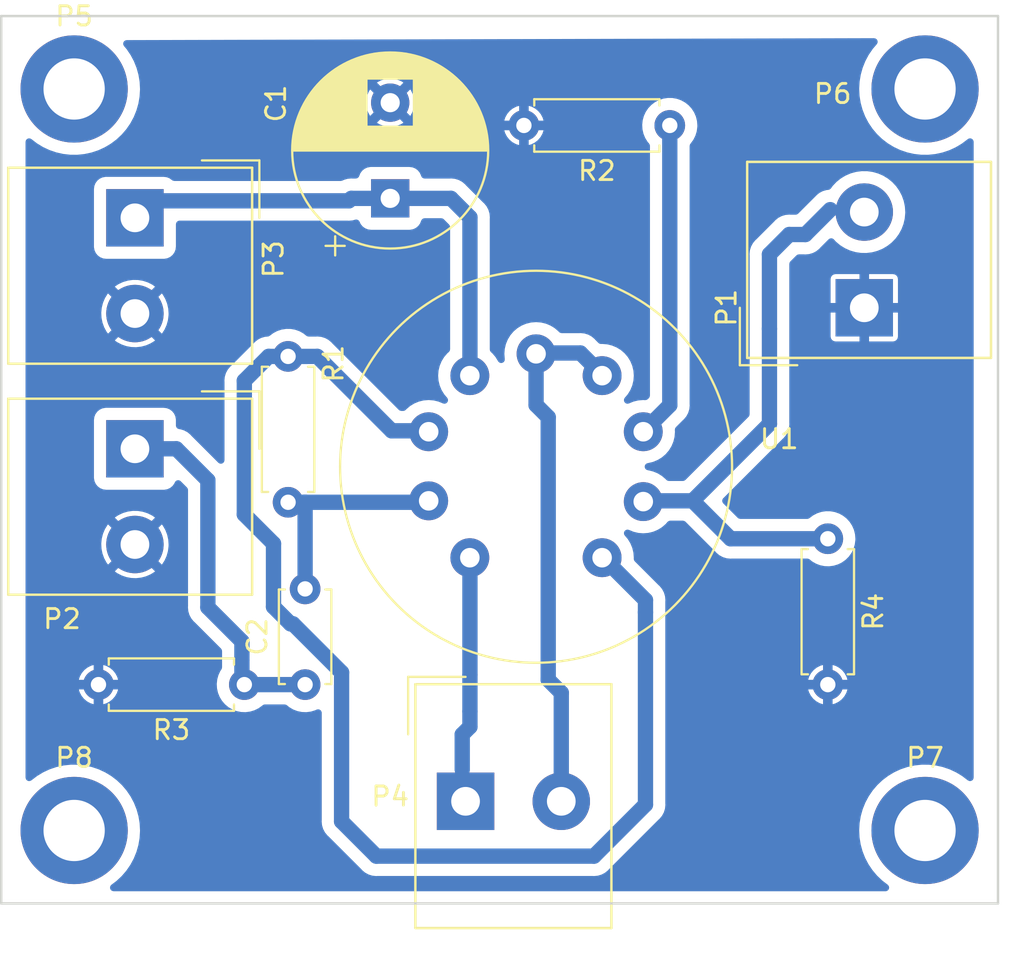
<source format=kicad_pcb>
(kicad_pcb (version 20201002) (generator pcbnew)

  (general
    (thickness 1.6002)
  )

  (paper "A4")
  (layers
    (0 "F.Cu" signal "top_cu")
    (31 "B.Cu" signal "bottom_cu")
    (32 "B.Adhes" user "B.Adhesive")
    (33 "F.Adhes" user "F.Adhesive")
    (34 "B.Paste" user)
    (35 "F.Paste" user)
    (36 "B.SilkS" user "B.Silkscreen")
    (37 "F.SilkS" user "F.Silkscreen")
    (38 "B.Mask" user)
    (39 "F.Mask" user)
    (40 "Dwgs.User" user "User.Drawings")
    (41 "Cmts.User" user "User.Comments")
    (42 "Eco1.User" user "User.Eco1")
    (43 "Eco2.User" user "User.Eco2")
    (44 "Edge.Cuts" user)
    (45 "Margin" user)
    (46 "B.CrtYd" user "B.Courtyard")
    (47 "F.CrtYd" user "F.Courtyard")
    (48 "B.Fab" user)
    (49 "F.Fab" user)
  )

  (setup
    (stackup
      (layer "F.SilkS" (type "Top Silk Screen") (color "White"))
      (layer "F.Paste" (type "Top Solder Paste"))
      (layer "F.Mask" (type "Top Solder Mask") (color "Green") (thickness 0.01))
      (layer "F.Cu" (type "copper") (thickness 0.035))
      (layer "dielectric 1" (type "core") (thickness 1.51) (material "FR4") (epsilon_r 4.5) (loss_tangent 0.02))
      (layer "B.Cu" (type "copper") (thickness 0.035))
      (layer "B.Mask" (type "Bottom Solder Mask") (color "Green") (thickness 0.01))
      (layer "B.Paste" (type "Bottom Solder Paste"))
      (layer "B.SilkS" (type "Bottom Silk Screen") (color "White"))
      (copper_finish "None")
      (dielectric_constraints no)
    )
    (pcbplotparams
      (layerselection 0x00000f0_80000001)
      (disableapertmacros false)
      (usegerberextensions false)
      (usegerberattributes true)
      (usegerberadvancedattributes true)
      (creategerberjobfile true)
      (svguseinch false)
      (svgprecision 6)
      (excludeedgelayer true)
      (plotframeref false)
      (viasonmask false)
      (mode 1)
      (useauxorigin false)
      (hpglpennumber 1)
      (hpglpenspeed 20)
      (hpglpendiameter 15.000000)
      (psnegative false)
      (psa4output false)
      (plotreference true)
      (plotvalue true)
      (plotinvisibletext false)
      (sketchpadsonfab false)
      (subtractmaskfromsilk false)
      (outputformat 1)
      (mirror false)
      (drillshape 0)
      (scaleselection 1)
      (outputdirectory "")
    )
  )


  (net 0 "")
  (net 1 "GND")
  (net 2 "Net-(C1-Pad1)")
  (net 3 "Net-(C2-Pad1)")
  (net 4 "Net-(C2-Pad2)")
  (net 5 "Net-(P1-Pad2)")
  (net 6 "Net-(P4-Pad1)")
  (net 7 "Net-(P4-Pad2)")
  (net 8 "Net-(R1-Pad1)")
  (net 9 "Net-(R2-Pad1)")

  (module "Capacitor_THT:CP_Radial_D10.0mm_P5.00mm" (layer "F.Cu") (tedit 5AE50EF1) (tstamp 00000000-0000-0000-0000-000054a581e5)
    (at 141.605 99.695 90)
    (descr "CP, Radial series, Radial, pin pitch=5.00mm, , diameter=10mm, Electrolytic Capacitor")
    (tags "CP Radial series Radial pin pitch 5.00mm  diameter 10mm Electrolytic Capacitor")
    (path "/00000000-0000-0000-0000-00004549f4be")
    (attr through_hole)
    (fp_text reference "C1" (at 4.953 -5.969 90) (layer "F.SilkS")
      (effects (font (size 1 1) (thickness 0.15)))
      (tstamp 2ed7cdd6-55fa-4b64-a7b4-6eaa6e55c99e)
    )
    (fp_text value "10uF" (at 2.5 6.25 90) (layer "F.Fab")
      (effects (font (size 1 1) (thickness 0.15)))
      (tstamp a20f5cd0-8d48-4f88-a2bb-d592eafab848)
    )
    (fp_text user "${REFERENCE}" (at 2.5 0 90) (layer "F.Fab")
      (effects (font (size 1 1) (thickness 0.15)))
      (tstamp aa145f57-2953-40f4-8ffd-75557c481946)
    )
    (fp_line (start 4.101 1.241) (end 4.101 4.824) (layer "F.SilkS") (width 0.12) (tstamp 037ee17d-0590-449b-bbce-77c1705182f6))
    (fp_line (start 5.061 1.241) (end 5.061 4.395) (layer "F.SilkS") (width 0.12) (tstamp 03934ec4-fd81-4b75-8f83-89d73777630a))
    (fp_line (start 7.381 -1.51) (end 7.381 1.51) (layer "F.SilkS") (width 0.12) (tstamp 047dad6d-e2fa-4ccd-958d-855fc0c1e773))
    (fp_line (start 5.381 1.241) (end 5.381 4.194) (layer "F.SilkS") (width 0.12) (tstamp 08d93cc2-7c43-4b08-a3d2-7d03cadf0353))
    (fp_line (start 7.101 -2.209) (end 7.101 2.209) (layer "F.SilkS") (width 0.12) (tstamp 0a0b043e-a397-4352-a67e-a7e75a024f01))
    (fp_line (start 6.221 1.241) (end 6.221 3.478) (layer "F.SilkS") (width 0.12) (tstamp 0b570316-fa03-4735-9438-9b0dc0b298d6))
    (fp_line (start 4.581 1.241) (end 4.581 4.639) (layer "F.SilkS") (width 0.12) (tstamp 0d192248-211c-4059-99b4-3ff94031149e))
    (fp_line (start 4.821 1.241) (end 4.821 4.525) (layer "F.SilkS") (width 0.12) (tstamp 0ef814dd-f17a-4478-be10-be71e49d8d2b))
    (fp_line (start -2.479646 -3.375) (end -2.479646 -2.375) (layer "F.SilkS") (width 0.12) (tstamp 105b1d88-3d78-4554-8e42-eb9d9c967991))
    (fp_line (start 4.301 1.241) (end 4.301 4.754) (layer "F.SilkS") (width 0.12) (tstamp 1304d367-690d-4e09-a4df-6e1437c845e4))
    (fp_line (start 5.661 -3.989) (end 5.661 -1.241) (layer "F.SilkS") (width 0.12) (tstamp 1522f5ec-0ccd-4408-a241-241cc0694371))
    (fp_line (start 7.341 -1.63) (end 7.341 1.63) (layer "F.SilkS") (width 0.12) (tstamp 152ff210-9b04-4fd1-8ed3-1885b4504c64))
    (fp_line (start 6.061 1.241) (end 6.061 3.64) (layer "F.SilkS") (width 0.12) (tstamp 17250405-92fb-4af7-a8b2-9c459560ce91))
    (fp_line (start 5.701 -3.957) (end 5.701 -1.241) (layer "F.SilkS") (width 0.12) (tstamp 178ee254-835d-4cf2-a98c-c746fd4ca9fa))
    (fp_line (start 5.621 1.241) (end 5.621 4.02) (layer "F.SilkS") (width 0.12) (tstamp 18f07cc4-3166-4cb0-9079-c9bf1afe6da1))
    (fp_line (start 5.981 -3.716) (end 5.981 -1.241) (layer "F.SilkS") (width 0.12) (tstamp 19f59725-5121-46e3-bb8b-dbccf189e7d3))
    (fp_line (start 6.461 -3.206) (end 6.461 3.206) (layer "F.SilkS") (width 0.12) (tstamp 1dd0c56a-9e88-4e5d-9aa4-e60912d2097a))
    (fp_line (start 5.301 -4.247) (end 5.301 -1.241) (layer "F.SilkS") (width 0.12) (tstamp 1dea4f94-fcd8-49e4-a2c0-42d15d35478c))
    (fp_line (start 6.101 -3.601) (end 6.101 -1.241) (layer "F.SilkS") (width 0.12) (tstamp 1fa2bfdc-b55d-46f0-90f8-6097174039fb))
    (fp_line (start 6.861 -2.645) (end 6.861 2.645) (layer "F.SilkS") (width 0.12) (tstamp 1fe5d73d-0eb5-45f3-ab7d-659febcb4317))
    (fp_line (start 6.421 -3.254) (end 6.421 3.254) (layer "F.SilkS") (width 0.12) (tstamp 210a94f3-0b2e-42cf-8171-ea783b98e63d))
    (fp_line (start 2.66 -5.078) (end 2.66 5.078) (layer "F.SilkS") (width 0.12) (tstamp 2249db18-f593-404a-a9f3-a4984087d530))
    (fp_line (start 4.501 -4.674) (end 4.501 -1.241) (layer "F.SilkS") (width 0.12) (tstamp 2402a19f-f67a-4177-83b7-89a745b44e3f))
    (fp_line (start 3.06 -5.05) (end 3.06 5.05) (layer "F.SilkS") (width 0.12) (tstamp 261872f5-d50c-459c-8d00-faab9a3511a5))
    (fp_line (start 5.141 -4.347) (end 5.141 -1.241) (layer "F.SilkS") (width 0.12) (tstamp 273799d7-7749-477f-8aff-468f4a05dfb1))
    (fp_line (start 5.021 -4.417) (end 5.021 -1.241) (layer "F.SilkS") (width 0.12) (tstamp 275584ea-9b1d-47a0-bebf-a75872e0bb06))
    (fp_line (start 5.021 1.241) (end 5.021 4.417) (layer "F.SilkS") (width 0.12) (tstamp 28208e90-01a4-4a53-9315-0e4e60941307))
    (fp_line (start 3.261 -5.024) (end 3.261 5.024) (layer "F.SilkS") (width 0.12) (tstamp 2c547837-d167-488c-935f-eec31fa200ac))
    (fp_line (start 6.821 -2.709) (end 6.821 2.709) (layer "F.SilkS") (width 0.12) (tstamp 2d5dafc9-f7dd-417c-b507-dc7f5abd88e5))
    (fp_line (start 3.18 -5.035) (end 3.18 5.035) (layer "F.SilkS") (width 0.12) (tstamp 2d6d765a-35be-44df-9383-a5b088c77529))
    (fp_line (start 7.181 -2.037) (end 7.181 2.037) (layer "F.SilkS") (width 0.12) (tstamp 2f3ef5b9-334e-4673-9f5c-b4ea0db75f6c))
    (fp_line (start 5.261 1.241) (end 5.261 4.273) (layer "F.SilkS") (width 0.12) (tstamp 2f6141b8-fa56-481b-b6c2-dd566e756366))
    (fp_line (start 5.861 -3.824) (end 5.861 -1.241) (layer "F.SilkS") (width 0.12) (tstamp 2fa9e197-6edf-4a2e-bc5a-bd2f8b4aa016))
    (fp_line (start 3.781 1.241) (end 3.781 4.918) (layer "F.SilkS") (width 0.12) (tstamp 3096ec7e-f7a4-476f-86e1-8623e3c018c6))
    (fp_line (start 2.94 -5.062) (end 2.94 5.062) (layer "F.SilkS") (width 0.12) (tstamp 30ab86dc-a343-4213-9652-316285c63432))
    (fp_line (start 3.1 -5.045) (end 3.1 5.045) (layer "F.SilkS") (width 0.12) (tstamp 31523875-3ae3-4bdd-88ff-408603644fd9))
    (fp_line (start 4.501 1.241) (end 4.501 4.674) (layer "F.SilkS") (width 0.12) (tstamp 315d277d-e449-4b48-a0ef-8f5d1be1a237))
    (fp_line (start -2.979646 -2.875) (end -1.979646 -2.875) (layer "F.SilkS") (width 0.12) (tstamp 323ffad9-f9ea-4acb-a4e3-53d65e59c610))
    (fp_line (start 7.021 -2.365) (end 7.021 2.365) (layer "F.SilkS") (width 0.12) (tstamp 327cb97e-78ac-4122-9492-5b39701216e9))
    (fp_line (start 5.661 1.241) (end 5.661 3.989) (layer "F.SilkS") (width 0.12) (tstamp 3319f3b1-b914-4e5a-abef-84c7ea06a559))
    (fp_line (start 6.621 -3) (end 6.621 3) (layer "F.SilkS") (width 0.12) (tstamp 36349456-7921-4892-8df0-feb05a4bc67a))
    (fp_line (start 4.421 1.241) (end 4.421 4.707) (layer "F.SilkS") (width 0.12) (tstamp 3732f9f5-e076-4e6c-b62f-9f40610d418e))
    (fp_line (start 2.9 -5.065) (end 2.9 5.065) (layer "F.SilkS") (width 0.12) (tstamp 3800ae91-ef9d-4d8b-b547-fafc258dbfc4))
    (fp_line (start 2.62 -5.079) (end 2.62 5.079) (layer "F.SilkS") (width 0.12) (tstamp 38cd2244-a220-45e1-8b9b-af148f5bed04))
    (fp_line (start 4.901 -4.483) (end 4.901 -1.241) (layer "F.SilkS") (width 0.12) (tstamp 3b6e4190-f29f-4b27-aea3-b616b85720b9))
    (fp_line (start 3.301 -5.018) (end 3.301 5.018) (layer "F.SilkS") (width 0.12) (tstamp 3ee14423-a230-47bf-8556-74a2b4242494))
    (fp_line (start 5.221 1.241) (end 5.221 4.298) (layer "F.SilkS") (width 0.12) (tstamp 3f90187b-698d-41a3-a0c9-2214536b1f6d))
    (fp_line (start 6.181 1.241) (end 6.181 3.52) (layer "F.SilkS") (width 0.12) (tstamp 409f7e67-1908-4793-a165-98b2485de76d))
    (fp_line (start 7.141 -2.125) (end 7.141 2.125) (layer "F.SilkS") (width 0.12) (tstamp 40b870bf-c3f0-43db-b156-78b6804ebb92))
    (fp_line (start 4.941 1.241) (end 4.941 4.462) (layer "F.SilkS") (width 0.12) (tstamp 41688e30-5d33-4a1c-b91b-15c6616113e2))
    (fp_line (start 5.741 1.241) (end 5.741 3.925) (layer "F.SilkS") (width 0.12) (tstamp 4248534e-15f6-4f67-9a9e-d56165968f79))
    (fp_line (start 5.621 -4.02) (end 5.621 -1.241) (layer "F.SilkS") (width 0.12) (tstamp 42d5577a-4e4c-49c4-b0d1-e56796e39fc6))
    (fp_line (start 7.261 -1.846) (end 7.261 1.846) (layer "F.SilkS") (width 0.12) (tstamp 42df8cf7-0b74-42a9-9b91-54324c0dadd4))
    (fp_line (start 6.901 -2.579) (end 6.901 2.579) (layer "F.SilkS") (width 0.12) (tstamp 435b8656-5eb4-4fb1-8c8d-752380ba3eef))
    (fp_line (start 5.261 -4.273) (end 5.261 -1.241) (layer "F.SilkS") (width 0.12) (tstamp 435e0688-f58b-4ab2-b20b-9632fe850075))
    (fp_line (start 4.341 -4.738) (end 4.341 -1.241) (layer "F.SilkS") (width 0.12) (tstamp 4699d94f-fc30-4a89-8a2b-37ae5c4d4897))
    (fp_line (start 4.821 -4.525) (end 4.821 -1.241) (layer "F.SilkS") (width 0.12) (tstamp 474bd11f-b629-468c-b63e-f0751f42cb17))
    (fp_line (start 6.021 1.241) (end 6.021 3.679) (layer "F.SilkS") (width 0.12) (tstamp 48392ea4-4995-4bc1-9dc5-aa0a506b2c35))
    (fp_line (start 4.061 1.241) (end 4.061 4.837) (layer "F.SilkS") (width 0.12) (tstamp 49ca1546-1824-430f-bc34-78838c0a312d))
    (fp_line (start 5.101 -4.371) (end 5.101 -1.241) (layer "F.SilkS") (width 0.12) (tstamp 4b7c5fb0-6084-4d45-b6ff-c5c3441d61c5))
    (fp_line (start 6.181 -3.52) (end 6.181 -1.241) (layer "F.SilkS") (width 0.12) (tstamp 4da38523-752b-4cc0-9e22-976fa0eaf5ca))
    (fp_line (start 6.141 -3.561) (end 6.141 -1.241) (layer "F.SilkS") (width 0.12) (tstamp 4dd69efe-4eff-4009-b11e-d40919740154))
    (fp_line (start 3.941 -4.874) (end 3.941 -1.241) (layer "F.SilkS") (width 0.12) (tstamp 4f866b74-effe-4812-950e-93fa37327dc1))
    (fp_line (start 7.501 -1.062) (end 7.501 1.062) (layer "F.SilkS") (width 0.12) (tstamp 501d5e4e-103d-4821-8961-f37dc15fd97b))
    (fp_line (start 6.701 -2.889) (end 6.701 2.889) (layer "F.SilkS") (width 0.12) (tstamp 521a7d0d-e6ba-4cb8-966e-ddac5496c70d))
    (fp_line (start 5.901 -3.789) (end 5.901 -1.241) (layer "F.SilkS") (width 0.12) (tstamp 5378684b-b516-4384-8bd1-026bd664e579))
    (fp_line (start 2.58 -5.08) (end 2.58 5.08) (layer "F.SilkS") (width 0.12) (tstamp 55b08714-eb91-400c-aa94-e59c060e08e1))
    (fp_line (start 6.941 -2.51) (end 6.941 2.51) (layer "F.SilkS") (width 0.12) (tstamp 55e3f72f-0bb9-4815-ae03-3c8ac8347dd0))
    (fp_line (start 4.141 1.241) (end 4.141 4.811) (layer "F.SilkS") (width 0.12) (tstamp 56acaeb0-47f1-479e-8d35-01db94e0faae))
    (fp_line (start 5.181 -4.323) (end 5.181 -1.241) (layer "F.SilkS") (width 0.12) (tstamp 59a91828-5d41-429e-9860-333ca0af4c80))
    (fp_line (start 4.661 -4.603) (end 4.661 -1.241) (layer "F.SilkS") (width 0.12) (tstamp 59d41193-1cf0-476e-8741-d6aafee78842))
    (fp_line (start 2.82 -5.07) (end 2.82 5.07) (layer "F.SilkS") (width 0.12) (tstamp 5b8f4e81-9c75-4840-977e-7f963060ce1d))
    (fp_line (start 4.221 -4.783) (end 4.221 -1.241) (layer "F.SilkS") (width 0.12) (tstamp 5eaec3ad-d3b6-4d07-ac9c-f5970857f719))
    (fp_line (start 4.381 1.241) (end 4.381 4.723) (layer "F.SilkS") (width 0.12) (tstamp 5f614a8d-4783-4278-a0a5-6dbfa1043f5e))
    (fp_line (start 4.621 1.241) (end 4.621 4.621) (layer "F.SilkS") (width 0.12) (tstamp 5f6a5568-4ad7-4f9f-a618-5adaa44bbda4))
    (fp_line (start 4.701 1.241) (end 4.701 4.584) (layer "F.SilkS") (width 0.12) (tstamp 5ffa5068-0df9-4d88-82b1-f9d70d610a87))
    (fp_line (start 2.86 -5.068) (end 2.86 5.068) (layer "F.SilkS") (width 0.12) (tstamp 60de52e9-a8d4-4701-b834-5ac0aa5fe94a))
    (fp_line (start 4.741 1.241) (end 4.741 4.564) (layer "F.SilkS") (width 0.12) (tstamp 619f43bd-0b9f-4889-b7ee-2ec7f4613b55))
    (fp_line (start 4.421 -4.707) (end 4.421 -1.241) (layer "F.SilkS") (width 0.12) (tstamp 6468c98b-d37f-4864-8b94-51fa3e6920a3))
    (fp_line (start 3.02 -5.054) (end 3.02 5.054) (layer "F.SilkS") (width 0.12) (tstamp 66ba5d19-b49f-46ae-a63d-c080b5ad963b))
    (fp_line (start 5.581 -4.05) (end 5.581 -1.241) (layer "F.SilkS") (width 0.12) (tstamp 6791a5e5-ea5f-48e1-bcdf-d88e220ef076))
    (fp_line (start 5.341 -4.221) (end 5.341 -1.241) (layer "F.SilkS") (width 0.12) (tstamp 6888fcf9-1cd4-443b-ad71-eab5eb92b31b))
    (fp_line (start 4.341 1.241) (end 4.341 4.738) (layer "F.SilkS") (width 0.12) (tstamp 6897130f-36d6-492f-82f2-bcae53f59a84))
    (fp_line (start 4.141 -4.811) (end 4.141 -1.241) (layer "F.SilkS") (width 0.12) (tstamp 6a3e1ae3-553a-49ac-867c-722fc637e4d1))
    (fp_line (start 4.221 1.241) (end 4.221 4.783) (layer "F.SilkS") (width 0.12) (tstamp 6a553ff7-3305-463a-b1e4-a7128204ea97))
    (fp_line (start 4.461 -4.69) (end 4.461 -1.241) (layer "F.SilkS") (width 0.12) (tstamp 6ae8e797-b9c4-4517-a114-12b6e9fbc832))
    (fp_line (start 4.461 1.241) (end 4.461 4.69) (layer "F.SilkS") (width 0.12) (tstamp 6b14c1f3-83d1-4850-85e9-f592c167f02f))
    (fp_line (start 7.421 -1.378) (end 7.421 1.378) (layer "F.SilkS") (width 0.12) (tstamp 6ba0b1c8-7faa-4d3c-908a-633bef77c13b))
    (fp_line (start 6.501 -3.156) (end 6.501 3.156) (layer "F.SilkS") (width 0.12) (tstamp 6be8e002-b050-4fe8-9804-4f6dfaa2aa52))
    (fp_line (start 3.901 1.241) (end 3.901 4.885) (layer "F.SilkS") (width 0.12) (tstamp 6c9b8bcc-2af1-4bb5-b9af-ab5af2afcdc6))
    (fp_line (start 2.5 -5.08) (end 2.5 5.08) (layer "F.SilkS") (width 0.12) (tstamp 6e8751db-9383-424c-b487-d8f34c2375fb))
    (fp_line (start 6.261 -3.436) (end 6.261 3.436) (layer "F.SilkS") (width 0.12) (tstamp 70229a35-5b60-4987-a896-ae4132682121))
    (fp_line (start 5.541 1.241) (end 5.541 4.08) (layer "F.SilkS") (width 0.12) (tstamp 704236e8-4bb7-4741-82f4-e1d1b73c8832))
    (fp_line (start 5.141 1.241) (end 5.141 4.347) (layer "F.SilkS") (width 0.12) (tstamp 7351aa88-b949-47d8-908c-cdee4584157d))
    (fp_line (start 3.941 1.241) (end 3.941 4.874) (layer "F.SilkS") (width 0.12) (tstamp 745c7bcb-4e60-48c1-ab11-cd1a72fc5477))
    (fp_line (start 7.301 -1.742) (end 7.301 1.742) (layer "F.SilkS") (width 0.12) (tstamp 74fc3726-f2fa-46d5-af2f-4fbc802cbe72))
    (fp_line (start 3.981 -4.862) (end 3.981 -1.241) (layer "F.SilkS") (width 0.12) (tstamp 76749fd2-eb02-4275-8177-383b5b11d180))
    (fp_line (start 3.701 -4.938) (end 3.701 4.938) (layer "F.SilkS") (width 0.12) (tstamp 785b5cfc-75a5-4a0a-9289-443942c198f7))
    (fp_line (start 6.381 -3.301) (end 6.381 3.301) (layer "F.SilkS") (width 0.12) (tstamp 79a835d1-4a7a-47fd-9801-511118ed18fe))
    (fp_line (start 4.541 1.241) (end 4.541 4.657) (layer "F.SilkS") (width 0.12) (tstamp 79b5d8b2-618b-431c-b006-2b61025f37c2))
    (fp_line (start 4.021 -4.85) (end 4.021 -1.241) (layer "F.SilkS") (width 0.12) (tstamp 7af5e210-0444-49bf-9bf1-e1d02d27f2b9))
    (fp_line (start 3.421 -4.997) (end 3.421 4.997) (layer "F.SilkS") (width 0.12) (tstamp 7d124f47-3308-4584-806e-3a3e55798ed8))
    (fp_line (start 4.021 1.241) (end 4.021 4.85) (layer "F.SilkS") (width 0.12) (tstamp 7d84c7c8-64b9-4a9e-b7c7-e722f0587950))
    (fp_line (start 2.78 -5.073) (end 2.78 5.073) (layer "F.SilkS") (width 0.12) (tstamp 7e2ee580-9fc9-4a0d-baaf-8c9ae11784d7))
    (fp_line (start 5.461 1.241) (end 5.461 4.138) (layer "F.SilkS") (width 0.12) (tstamp 7eb69030-cf2b-4c2a-aa3f-15cf4744cd14))
    (fp_line (start 5.901 1.241) (end 5.901 3.789) (layer "F.SilkS") (width 0.12) (tstamp 7eed6362-28e2-416c-b5a4-688489c7622e))
    (fp_line (start 4.381 -4.723) (end 4.381 -1.241) (layer "F.SilkS") (width 0.12) (tstamp 80af0f1c-7095-493f-9751-3a0a38b33fba))
    (fp_line (start 6.661 -2.945) (end 6.661 2.945) (layer "F.SilkS") (width 0.12) (tstamp 814cf802-f0f9-4582-9203-36d15e528c58))
    (fp_line (start 5.421 1.241) (end 5.421 4.166) (layer "F.SilkS") (width 0.12) (tstamp 821d1b31-3d12-4f51-b10a-4f6edf5ac980))
    (fp_line (start 4.941 -4.462) (end 4.941 -1.241) (layer "F.SilkS") (width 0.12) (tstamp 842ab2fb-73ab-44be-977b-36be393b6e8d))
    (fp_line (start 7.541 -0.862) (end 7.541 0.862) (layer "F.SilkS") (width 0.12) (tstamp 8450fbfe-74f3-4be1-8b4b-cda71cd493c9))
    (fp_line (start 6.981 -2.439) (end 6.981 2.439) (layer "F.SilkS") (width 0.12) (tstamp 84c91dc1-aae7-41ba-ae34-c76604ec4ece))
    (fp_line (start 3.221 -5.03) (end 3.221 5.03) (layer "F.SilkS") (width 0.12) (tstamp 851deebf-20bc-434e-a913-2f014cb6e459))
    (fp_line (start 4.861 1.241) (end 4.861 4.504) (layer "F.SilkS") (width 0.12) (tstamp 853b95d5-dec9-493e-928b-eb1b2aa0ce24))
    (fp_line (start 6.301 -3.392) (end 6.301 3.392) (layer "F.SilkS") (width 0.12) (tstamp 86fb8875-eaba-4830-acd6-06eb0bbf2bd0))
    (fp_line (start 2.74 -5.075) (end 2.74 5.075) (layer "F.SilkS") (width 0.12) (tstamp 8e3e328d-e26a-4105-9b65-8d756c8826a7))
    (fp_line (start 4.301 -4.754) (end 4.301 -1.241) (layer "F.SilkS") (width 0.12) (tstamp 8ef54465-ed2b-413f-adcc-be84d81496bd))
    (fp_line (start 6.061 -3.64) (end 6.061 -1.241) (layer "F.SilkS") (width 0.12) (tstamp 928a1005-52bd-4ccb-8a39-77e87e1e689c))
    (fp_line (start 6.781 -2.77) (end 6.781 2.77) (layer "F.SilkS") (width 0.12) (tstamp 94270788-7b39-4d9f-be30-b031da9ab7a1))
    (fp_line (start 5.861 1.241) (end 5.861 3.824) (layer "F.SilkS") (width 0.12) (tstamp 94679353-b445-42da-9330-096b4295271f))
    (fp_line (start 3.901 -4.885) (end 3.901 -1.241) (layer "F.SilkS") (width 0.12) (tstamp 971b1b27-004f-44f6-9cf2-a6e26d310bf3))
    (fp_line (start 5.941 -3.753) (end 5.941 -1.241) (layer "F.SilkS") (width 0.12) (tstamp 99fe57d6-7718-4080-b3a8-366869d40045))
    (fp_line (start 4.981 1.241) (end 4.981 4.44) (layer "F.SilkS") (width 0.12) (tstamp 9ad4c9ac-cee1-40d3-a7f2-59466c47bf7d))
    (fp_line (start 4.541 -4.657) (end 4.541 -1.241) (layer "F.SilkS") (width 0.12) (tstamp 9b847667-5998-4ace-a1a6-94c90d640891))
    (fp_line (start 2.54 -5.08) (end 2.54 5.08) (layer "F.SilkS") (width 0.12) (tstamp 9c591fdd-f5d1-4cdd-87ba-16936e35afa7))
    (fp_line (start 7.061 -2.289) (end 7.061 2.289) (layer "F.SilkS") (width 0.12) (tstamp 9df5c628-6058-4a3b-b337-d4b99c3a9f06))
    (fp_line (start 4.101 -4.824) (end 4.101 -1.241) (layer "F.SilkS") (width 0.12) (tstamp 9eb30ed1-4f6a-4fdd-a4bb-45a3b6e1d876))
    (fp_line (start 5.981 1.241) (end 5.981 3.716) (layer "F.SilkS") (width 0.12) (tstamp a02e9dfc-307f-4a38-94ab-a132a38b0330))
    (fp_line (start 3.781 -4.918) (end 3.781 -1.241) (layer "F.SilkS") (width 0.12) (tstamp a144e201-24b6-4868-89b4-cdbbffbc4a5e))
    (fp_line (start 3.821 -4.907) (end 3.821 -1.241) (layer "F.SilkS") (width 0.12) (tstamp a1ad0f99-ece9-4256-9f06-3ad1252d9f38))
    (fp_line (start 3.861 -4.897) (end 3.861 -1.241) (layer "F.SilkS") (width 0.12) (tstamp a2ebe67c-37d3-47e6-bd2b-f3ebdce5f567))
    (fp_line (start 5.581 1.241) (end 5.581 4.05) (layer "F.SilkS") (width 0.12) (tstamp a68c11da-7e7d-4e85-9e75-ea5c57e4abf8))
    (fp_line (start 6.101 1.241) (end 6.101 3.601) (layer "F.SilkS") (width 0.12) (tstamp a822ed9b-8738-4094-af8b-a27762cfa2d1))
    (fp_line (start 4.661 1.241) (end 4.661 4.603) (layer "F.SilkS") (width 0.12) (tstamp a84fcd19-e9c4-4b36-96c2-7fd9d1d4fa98))
    (fp_line (start 4.261 -4.768) (end 4.261 -1.241) (layer "F.SilkS") (width 0.12) (tstamp a85aed79-9a59-45d6-b0ab-e763eb6a712a))
    (fp_line (start 4.581 -4.639) (end 4.581 -1.241) (layer "F.SilkS") (width 0.12) (tstamp aa9040c1-45a1-42d7-9eda-97f92f4ec710))
    (fp_line (start 6.741 -2.83) (end 6.741 2.83) (layer "F.SilkS") (width 0.12) (tstamp aa9facc5-e2c0-43a0-9478-8ed56a975396))
    (fp_line (start 3.981 1.241) (end 3.981 4.862) (layer "F.SilkS") (width 0.12) (tstamp aad5b5d4-09fc-4831-aa82-f029688bada7))
    (fp_line (start 4.701 -4.584) (end 4.701 -1.241) (layer "F.SilkS") (width 0.12) (tstamp ac6cdc8a-7c13-45d9-87cb-0046dc9092d0))
    (fp_line (start 5.821 -3.858) (end 5.821 -1.241) (layer "F.SilkS") (width 0.12) (tstamp ad53771c-f9f3-4f65-8975-fa18e458b2df))
    (fp_line (start 2.98 -5.058) (end 2.98 5.058) (layer "F.SilkS") (width 0.12) (tstamp b19e51fc-3399-4717-a676-7a7cf1845bc2))
    (fp_line (start 3.341 -5.011) (end 3.341 5.011) (layer "F.SilkS") (width 0.12) (tstamp b1dc7797-0f5b-407a-a0d0-791043f0b9ee))
    (fp_line (start 4.861 -4.504) (end 4.861 -1.241) (layer "F.SilkS") (width 0.12) (tstamp b2ff7f90-0524-47a9-a3eb-0ad0ec9cf2a2))
    (fp_line (start 6.021 -3.679) (end 6.021 -1.241) (layer "F.SilkS") (width 0.12) (tstamp b398f84f-6b1b-4a31-a552-548a16eb5c42))
    (fp_line (start 6.341 -3.347) (end 6.341 3.347) (layer "F.SilkS") (width 0.12) (tstamp b5d2f440-6c89-483f-8c24-6518ddaf7ccf))
    (fp_line (start 5.781 -3.892) (end 5.781 -1.241) (layer "F.SilkS") (width 0.12) (tstamp ba731555-ad8e-4a29-b05d-9eb114998383))
    (fp_line (start 4.781 1.241) (end 4.781 4.545) (layer "F.SilkS") (width 0.12) (tstamp bc35d45b-2a28-488e-a48f-110ef69399ac))
    (fp_line (start 6.221 -3.478) (end 6.221 -1.241) (layer "F.SilkS") (width 0.12) (tstamp bd258515-86f6-4230-b1f2-6181e6985c1f))
    (fp_line (start 4.781 -4.545) (end 4.781 -1.241) (layer "F.SilkS") (width 0.12) (tstamp c042fdcc-c270-445d-adef-a3f037a76236))
    (fp_line (start 4.181 -4.797) (end 4.181 -1.241) (layer "F.SilkS") (width 0.12) (tstamp c06d17ab-835e-4c57-b5e2-b0296777d90a))
    (fp_line (start 7.581 -0.599) (end 7.581 0.599) (layer "F.SilkS") (width 0.12) (tstamp c1fa18ce-8144-49a3-87ef-dfbbb1b16f2f))
    (fp_line (start 3.541 -4.974) (end 3.541 4.974) (layer "F.SilkS") (width 0.12) (tstamp c21ecb30-eaee-4c54-b65e-6456d8220949))
    (fp_line (start 2.7 -5.077) (end 2.7 5.077) (layer "F.SilkS") (width 0.12) (tstamp c228462b-ebac-487c-b091-d34f61abea2f))
    (fp_line (start 5.501 -4.11) (end 5.501 -1.241) (layer "F.SilkS") (width 0.12) (tstamp c29e5a6b-51e0-4824-b408-293922d54c07))
    (fp_line (start 5.501 1.241) (end 5.501 4.11) (layer "F.SilkS") (width 0.12) (tstamp c2c28464-f529-4e83-9b18-3be57b8f70bc))
    (fp_line (start 5.101 1.241) (end 5.101 4.371) (layer "F.SilkS") (width 0.12) (tstamp c3a2493e-e7c0-476b-911c-bb50817026ae))
    (fp_line (start 4.981 -4.44) (end 4.981 -1.241) (layer "F.SilkS") (width 0.12) (tstamp c59ab418-1447-4a21-b3e2-91a6bb432f7e))
    (fp_line (start 5.741 -3.925) (end 5.741 -1.241) (layer "F.SilkS") (width 0.12) (tstamp c688f5a6-7416-4f54-9665-c5ecc7a59203))
    (fp_line (start 5.381 -4.194) (end 5.381 -1.241) (layer "F.SilkS") (width 0.12) (tstamp cca86b3c-db1f-4244-b4f0-54f04f48cc88))
    (fp_line (start 3.381 -5.004) (end 3.381 5.004) (layer "F.SilkS") (width 0.12) (tstamp ce018632-5649-422b-84c5-c7fa80c28cb1))
    (fp_line (start 3.741 -4.928) (end 3.741 4.928) (layer "F.SilkS") (width 0.12) (tstamp ce3b9b36-afaa-46ff-8c1d-f0fef1699ba3))
    (fp_line (start 6.581 -3.054) (end 6.581 3.054) (layer "F.SilkS") (width 0.12) (tstamp d10ea470-dd1e-41b7-bc09-d52bbff76f74))
    (fp_line (start 3.461 -4.99) (end 3.461 4.99) (layer "F.SilkS") (width 0.12) (tstamp d22748c6-9a6d-403c-9cf7-c93889f7101a))
    (fp_line (start 5.301 1.241) (end 5.301 4.247) (layer "F.SilkS") (width 0.12) (tstamp d3aec13a-567d-4f26-855b-150886676a28))
    (fp_line (start 6.541 -3.106) (end 6.541 3.106) (layer "F.SilkS") (width 0.12) (tstamp d5b8da94-ecd8-4812-9ce8-6146f9257a25))
    (fp_line (start 5.221 -4.298) (end 5.221 -1.241) (layer "F.SilkS") (width 0.12) (tstamp d772c873-3c4b-4cd7-8ff4-dd5fd4f98c8d))
    (fp_line (start 5.821 1.241) (end 5.821 3.858) (layer "F.SilkS") (width 0.12) (tstamp d8e8b41f-f6a3-44e9-b971-c28433551e26))
    (fp_line (start 4.901 1.241) (end 4.901 4.483) (layer "F.SilkS") (width 0.12) (tstamp d9b3ffec-872d-4210-a998-7d0b26ebcc3f))
    (fp_line (start 4.181 1.241) (end 4.181 4.797) (layer "F.SilkS") (width 0.12) (tstamp dabfb0b3-bce8-4104-939a-ff2db120fb1e))
    (fp_line (start 3.621 -4.956) (end 3.621 4.956) (layer "F.SilkS") (width 0.12) (tstamp dc0b697e-d655-4a2b-8f76-c1600e3ce579))
    (fp_line (start 5.701 1.241) (end 5.701 3.957) (layer "F.SilkS") (width 0.12) (tstamp dc170f6e-4b20-4950-ad3a-bfdefef9e944))
    (fp_line (start 3.14 -5.04) (end 3.14 5.04) (layer "F.SilkS") (width 0.12) (tstamp dd76adf4-7140-4196-9120-16909f6abf3d))
    (fp_line (start 5.781 1.241) (end 5.781 3.892) (layer "F.SilkS") (width 0.12) (tstamp e0245ee0-c8dd-4b55-aae4-599f98a41470))
    (fp_line (start 5.421 -4.166) (end 5.421 -1.241) (layer "F.SilkS") (width 0.12) (tstamp e10d67c1-4a3e-48ae-82e7-650002bffb70))
    (fp_line (start 3.661 -4.947) (end 3.661 4.947) (layer "F.SilkS") (width 0.12) (tstamp e25bde07-3c9d-4b93-ad4e-a5ae73ca091a))
    (fp_line (start 3.861 1.241) (end 3.861 4.897) (layer "F.SilkS") (width 0.12) (tstamp e665f4e6-87f0-4e11-9f55-f2abeda5a481))
    (fp_line (start 7.221 -1.944) (end 7.221 1.944) (layer "F.SilkS") (width 0.12) (tstamp e99d2873-068f-4718-8601-73775282e094))
    (fp_line (start 5.461 -4.138) (end 5.461 -1.241) (layer "F.SilkS") (width 0.12) (tstamp eb41e621-b7aa-4c83-9e37-10b3c47c3899))
    (fp_line (start 7.461 -1.23) (end 7.461 1.23) (layer "F.SilkS") (width 0.12) (tstamp ec2f3fcb-253e-497e-8436-0ef24642cd51))
    (fp_line (start 4.061 -4.837) (end 4.061 -1.241) (layer "F.SilkS") (width 0.12) (tstamp ee662c36-b7a7-42c3-956b-692086b4dd77))
    (fp_line (start 5.541 -4.08) (end 5.541 -1.241) (layer "F.SilkS") (width 0.12) (tstamp ef57577c-6531-423e-aa80-0440265de4e7))
    (fp_line (start 5.341 1.241) (end 5.341 4.221) (layer "F.SilkS") (width 0.12) (tstamp f5c28a1e-9d18-424e-a886-696927db6051))
    (fp_line (start 3.581 -4.965) (end 3.581 4.965) (layer "F.SilkS") (width 0.12) (tstamp f5c2a1d7-80ac-4a9c-b794-51134ff08c48))
    (fp_line (start 5.061 -4.395) (end 5.061 -1.241) (layer "F.SilkS") (width 0.12) (tstamp f6c081ad-50fd-45b1-82fb-abab63320636))
    (fp_line (start 6.141 1.241) (end 6.141 3.561) (layer "F.SilkS") (width 0.12) (tstamp f779b274-dd8e-4a63-bfa1-73a74337d9e0))
    (fp_line (start 5.181 1.241) (end 5.181 4.323) (layer "F.SilkS") (width 0.12) (tstamp f82beff1-e345-4a36-8ac5-2cb57ac695f9))
    (fp_line (start 3.501 -4.982) (end 3.501 4.982) (layer "F.SilkS") (width 0.12) (tstamp f8b3e83f-1cde-4765-bdc5-e4afbb9259cb))
    (fp_line (start 3.821 1.241) (end 3.821 4.907) (layer "F.SilkS") (width 0.12) (tstamp fa558647-fdc3-405c-9a90-f245b77e829d))
    (fp_line (start 4.741 -4.564) (end 4.741 -1.241) (layer "F.SilkS") (width 0.12) (tstamp fc131c3f-a58b-4985-ab7c-50e5a7bac2b9))
    (fp_line (start 4.261 1.241) (end 4.261 4.768) (layer "F.SilkS") (width 0.12) (tstamp fe0ac277-56e5-40e3-8c12-76ff5c246f3b))
    (fp_line (start 4.621 -4.621) (end 4.621 -1.241) (layer "F.SilkS") (width 0.12) (tstamp ff1fb7a9-d975-4f49-83e2-8b3fdeb6b578))
    (fp_line (start 5.941 1.241) (end 5.941 3.753) (layer "F.SilkS") (width 0.12) (tstamp ff4ee673-ffd3-48d6-9d2b-29227c5a6fe3))
    (fp_circle (center 2.5 0) (end 7.62 0) (layer "F.SilkS") (width 0.12) (tstamp 258ecd5d-ba52-4323-a896-a66a2aadf72e))
    (fp_circle (center 2.5 0) (end 7.75 0) (layer "F.CrtYd") (width 0.05) (tstamp 4fd5af4b-4245-4f95-90e1-8dc724dc4e4c))
    (fp_line (start -1.788861 -2.1875) (end -0.788861 -2.1875) (layer "F.Fab") (width 0.1) (tstamp 5b4531fa-7c33-4ff3-9e87-6f9331da321a))
    (fp_line (start -1.288861 -2.6875) (end -1.288861 -1.6875) (layer "F.Fab") (width 0.1) (tstamp 645a2082-1a9a-4e2f-a8af-38e05b33ded1))
    (fp_circle (center 2.5 0) (end 7.5 0) (layer "F.Fab") (width 0.1) (tstamp bdde8555-0701-4481-85f3-e3e4c405ff73))
    (pad "1" thru_hole rect (at 0 0 90) (size 2 2) (drill 1) (layers *.Cu *.Mask)
      (net 2 "Net-(C1-Pad1)") (tstamp aeded7e3-b278-4188-a018-5517ed785333))
    (pad "2" thru_hole circle (at 5 0 90) (size 2 2) (drill 1) (layers *.Cu *.Mask)
      (net 1 "GND") (tstamp ddeafcc4-fac1-48aa-a9d5-a388bf01a059))
    (model "${KISYS3DMOD}/Capacitor_THT.3dshapes/CP_Radial_D10.0mm_P5.00mm.wrl"
      (offset (xyz 0 0 0))
      (scale (xyz 1 1 1))
      (rotate (xyz 0 0 0))
    )
  )

  (module "Capacitor_THT:C_Disc_D4.7mm_W2.5mm_P5.00mm" (layer "F.Cu") (tedit 5AE50EF0) (tstamp 00000000-0000-0000-0000-000054a581ea)
    (at 137.16 125.095 90)
    (descr "C, Disc series, Radial, pin pitch=5.00mm, , diameter*width=4.7*2.5mm^2, Capacitor, http://www.vishay.com/docs/45233/krseries.pdf")
    (tags "C Disc series Radial pin pitch 5.00mm  diameter 4.7mm width 2.5mm Capacitor")
    (path "/00000000-0000-0000-0000-00004549f3be")
    (attr through_hole)
    (fp_text reference "C2" (at 2.5 -2.5 90) (layer "F.SilkS")
      (effects (font (size 1 1) (thickness 0.15)))
      (tstamp 35ce4d94-5d87-4b69-b7ef-c5dc3648837e)
    )
    (fp_text value "680nF" (at 2.5 2.5 90) (layer "F.Fab")
      (effects (font (size 1 1) (thickness 0.15)))
      (tstamp ad9a6130-2fe8-4f8d-a7c9-6af3a1b3662f)
    )
    (fp_text user "${REFERENCE}" (at 2.5 0 90) (layer "F.Fab")
      (effects (font (size 0.94 0.94) (thickness 0.141)))
      (tstamp fcc437fe-2f7b-4d43-b021-c94db6b35bbd)
    )
    (fp_line (start 0.03 1.055) (end 0.03 1.37) (layer "F.SilkS") (width 0.12) (tstamp 2f0aefe9-a16f-4773-9936-deff229bfd64))
    (fp_line (start 0.03 -1.37) (end 0.03 -1.055) (layer "F.SilkS") (width 0.12) (tstamp 4c842c54-6037-42d6-a34f-d01e6de24cc6))
    (fp_line (start 4.97 -1.37) (end 4.97 -1.055) (layer "F.SilkS") (width 0.12) (tstamp 538b7753-5aa1-497b-a67d-a5d68a09bdae))
    (fp_line (start 4.97 1.055) (end 4.97 1.37) (layer "F.SilkS") (width 0.12) (tstamp 8b150ed6-a531-40c4-8a47-675e4ecfb3a4))
    (fp_line (start 0.03 1.37) (end 4.97 1.37) (layer "F.SilkS") (width 0.12) (tstamp b12ed8a2-3a06-4f0d-a23a-fd6955b96413))
    (fp_line (start 0.03 -1.37) (end 4.97 -1.37) (layer "F.SilkS") (width 0.12) (tstamp e8bbeb14-3d9f-4b9d-b48d-7a409351c917))
    (fp_line (start 6.05 -1.5) (end -1.05 -1.5) (layer "F.CrtYd") (width 0.05) (tstamp 00040d5a-4677-46ab-8b1e-60b5c75cf028))
    (fp_line (start -1.05 1.5) (end 6.05 1.5) (layer "F.CrtYd") (width 0.05) (tstamp 07f64759-a837-4753-9c21-1c1b8f123889))
    (fp_line (start -1.05 -1.5) (end -1.05 1.5) (layer "F.CrtYd") (width 0.05) (tstamp 387df14d-70fe-4141-a9f5-aff9d01fef82))
    (fp_line (start 6.05 1.5) (end 6.05 -1.5) (layer "F.CrtYd") (width 0.05) (tstamp 9bf4ebb7-394a-4819-9b02-0c46edc4aada))
    (fp_line (start 4.85 1.25) (end 4.85 -1.25) (layer "F.Fab") (width 0.1) (tstamp 23ab2612-74bf-4a89-8643-e3e99a6a2dfa))
    (fp_line (start 0.15 1.25) (end 4.85 1.25) (layer "F.Fab") (width 0.1) (tstamp 2fd11e17-c05e-4f62-8076-2d4106f99124))
    (fp_line (start 0.15 -1.25) (end 0.15 1.25) (layer "F.Fab") (width 0.1) (tstamp 3a69d3bc-0889-4f5c-8697-3a52dd39e2a0))
    (fp_line (start 4.85 -1.25) (end 0.15 -1.25) (layer "F.Fab") (width 0.1) (tstamp aebabbe2-ab4f-4049-8483-f9cec2223177))
    (pad "1" thru_hole circle (at 0 0 90) (size 1.6 1.6) (drill 0.8) (layers *.Cu *.Mask)
      (net 3 "Net-(C2-Pad1)") (tstamp 87622d23-7d7a-471d-bcd4-c13eacfb9e91))
    (pad "2" thru_hole circle (at 5 0 90) (size 1.6 1.6) (drill 0.8) (layers *.Cu *.Mask)
      (net 4 "Net-(C2-Pad2)") (tstamp 434f4a07-999c-4c64-a829-a4342b3a5aca))
    (model "${KISYS3DMOD}/Capacitor_THT.3dshapes/C_Disc_D4.7mm_W2.5mm_P5.00mm.wrl"
      (offset (xyz 0 0 0))
      (scale (xyz 1 1 1))
      (rotate (xyz 0 0 0))
    )
  )

  (module "MountingHole:MountingHole_3.2mm_M3_DIN965_Pad" (layer "F.Cu") (tedit 56D1B4CB) (tstamp 00000000-0000-0000-0000-000054a58203)
    (at 125.095 93.98)
    (descr "Mounting Hole 3.2mm, M3, DIN965")
    (tags "mounting hole 3.2mm m3 din965")
    (path "/00000000-0000-0000-0000-000054a5890a")
    (attr exclude_from_pos_files exclude_from_bom)
    (fp_text reference "P5" (at 0 -3.8) (layer "F.SilkS")
      (effects (font (size 1 1) (thickness 0.15)))
      (tstamp 6e3bebac-4f31-4c30-8373-1ef103aa45c4)
    )
    (fp_text value "MOUNTING_HOLE" (at 7.874 -2.667) (layer "F.Fab")
      (effects (font (size 1 1) (thickness 0.15)))
      (tstamp f228658b-176e-42eb-ac83-428ccc3a8b9d)
    )
    (fp_text user "${REFERENCE}" (at 0.3 0) (layer "F.Fab")
      (effects (font (size 1 1) (thickness 0.15)))
      (tstamp 9328bcef-4950-4499-842e-ca5bf0f96031)
    )
    (fp_circle (center 0 0) (end 2.8 0) (layer "Cmts.User") (width 0.15) (tstamp 35a3359a-d6e6-4d05-9f53-a18fce7d5f0b))
    (fp_circle (center 0 0) (end 3.05 0) (layer "F.CrtYd") (width 0.05) (tstamp adfd5c60-a17c-4b2e-9064-f538eb2fa818))
    (pad "1" thru_hole circle (at 0 0) (size 5.6 5.6) (drill 3.2) (layers *.Cu *.Mask) (tstamp 7d25e3e3-1d53-4a05-91fe-7ca4f6e60863))
  )

  (module "MountingHole:MountingHole_3.2mm_M3_DIN965_Pad" (layer "F.Cu") (tedit 56D1B4CB) (tstamp 00000000-0000-0000-0000-000054a58207)
    (at 169.545 93.98)
    (descr "Mounting Hole 3.2mm, M3, DIN965")
    (tags "mounting hole 3.2mm m3 din965")
    (path "/00000000-0000-0000-0000-000054a58c65")
    (attr exclude_from_pos_files exclude_from_bom)
    (fp_text reference "P6" (at -4.826 0.254) (layer "F.SilkS")
      (effects (font (size 1 1) (thickness 0.15)))
      (tstamp 044234dd-ca93-433c-af4a-ce2d66d62f7d)
    )
    (fp_text value "MOUNTING_HOLE" (at -8.763 -2.286) (layer "F.Fab")
      (effects (font (size 1 1) (thickness 0.15)))
      (tstamp e820bf45-4230-4633-b888-4574d84487d8)
    )
    (fp_text user "${REFERENCE}" (at 0.3 0) (layer "F.Fab")
      (effects (font (size 1 1) (thickness 0.15)))
      (tstamp 5da7d4e1-9d4b-4849-a00c-ae84773e2f7f)
    )
    (fp_circle (center 0 0) (end 2.8 0) (layer "Cmts.User") (width 0.15) (tstamp 7ecd61ba-cdab-4eae-9c7e-b3c46b216b45))
    (fp_circle (center 0 0) (end 3.05 0) (layer "F.CrtYd") (width 0.05) (tstamp 8e3db3b3-08b7-4d2a-bcfe-c60a24503599))
    (pad "1" thru_hole circle (at 0 0) (size 5.6 5.6) (drill 3.2) (layers *.Cu *.Mask) (tstamp 2a7830e0-48e5-4ba2-8e18-ddd31025a526))
  )

  (module "MountingHole:MountingHole_3.2mm_M3_DIN965_Pad" (layer "F.Cu") (tedit 56D1B4CB) (tstamp 00000000-0000-0000-0000-000054a5820b)
    (at 169.545 132.715)
    (descr "Mounting Hole 3.2mm, M3, DIN965")
    (tags "mounting hole 3.2mm m3 din965")
    (path "/00000000-0000-0000-0000-000054a58c8a")
    (attr exclude_from_pos_files exclude_from_bom)
    (fp_text reference "P7" (at 0 -3.8) (layer "F.SilkS")
      (effects (font (size 1 1) (thickness 0.15)))
      (tstamp b8715e1d-2263-4129-9b59-8ba56c6d0f77)
    )
    (fp_text value "MOUNTING_HOLE" (at -8.128 2.54) (layer "F.Fab")
      (effects (font (size 1 1) (thickness 0.15)))
      (tstamp 50b0a50b-7780-47c9-8648-d943648ea99c)
    )
    (fp_text user "${REFERENCE}" (at 0.3 0) (layer "F.Fab")
      (effects (font (size 1 1) (thickness 0.15)))
      (tstamp 28365bbd-d8ec-4c05-999c-97a7661615fa)
    )
    (fp_circle (center 0 0) (end 2.8 0) (layer "Cmts.User") (width 0.15) (tstamp ae557ddc-ce5c-4ad2-b776-b2b9837aedd5))
    (fp_circle (center 0 0) (end 3.05 0) (layer "F.CrtYd") (width 0.05) (tstamp a0a9090f-4f43-4497-8fab-ae2a3b111870))
    (pad "1" thru_hole circle (at 0 0) (size 5.6 5.6) (drill 3.2) (layers *.Cu *.Mask) (tstamp 89821e3b-093e-4b14-ae05-5131b082bb80))
  )

  (module "Resistor_THT:R_Axial_DIN0207_L6.3mm_D2.5mm_P7.62mm_Horizontal" (layer "F.Cu") (tedit 5AE5139B) (tstamp 00000000-0000-0000-0000-000054a58213)
    (at 136.271 107.95 -90)
    (descr "Resistor, Axial_DIN0207 series, Axial, Horizontal, pin pitch=7.62mm, 0.25W = 1/4W, length*diameter=6.3*2.5mm^2, http://cdn-reichelt.de/documents/datenblatt/B400/1_4W%23YAG.pdf")
    (tags "Resistor Axial_DIN0207 series Axial Horizontal pin pitch 7.62mm 0.25W = 1/4W length 6.3mm diameter 2.5mm")
    (path "/00000000-0000-0000-0000-00004549f38a")
    (attr through_hole)
    (fp_text reference "R1" (at 0.381 -2.37 90) (layer "F.SilkS")
      (effects (font (size 1 1) (thickness 0.15)))
      (tstamp e6adfdaa-13df-4a89-b733-417ab9ece03b)
    )
    (fp_text value "1.5K" (at 3.81 2.37 90) (layer "F.Fab")
      (effects (font (size 1 1) (thickness 0.15)))
      (tstamp cfb9774b-1b6e-4641-944a-c7ab0bcfb96b)
    )
    (fp_text user "${REFERENCE}" (at 3.81 0 90) (layer "F.Fab")
      (effects (font (size 1 1) (thickness 0.15)))
      (tstamp 3208ebf7-d8ae-4d3b-b318-5eb4a757981f)
    )
    (fp_line (start 7.08 -1.37) (end 7.08 -1.04) (layer "F.SilkS") (width 0.12) (tstamp 0ee55101-68ab-46a7-9eb1-fcc3213c8e2d))
    (fp_line (start 0.54 -1.37) (end 7.08 -1.37) (layer "F.SilkS") (width 0.12) (tstamp 14ea1350-14aa-485c-bf23-f90cdbdbc322))
    (fp_line (start 0.54 1.04) (end 0.54 1.37) (layer "F.SilkS") (width 0.12) (tstamp 383e4e85-2abe-4fb5-97ed-ff99350e9e6f))
    (fp_line (start 0.54 1.37) (end 7.08 1.37) (layer "F.SilkS") (width 0.12) (tstamp 5abb106e-7486-4ae8-80ed-7f45281d4964))
    (fp_line (start 7.08 1.37) (end 7.08 1.04) (layer "F.SilkS") (width 0.12) (tstamp 9c76a430-7bab-4f07-a041-ebed1164db24))
    (fp_line (start 0.54 -1.04) (end 0.54 -1.37) (layer "F.SilkS") (width 0.12) (tstamp d649c987-2d66-48f3-a968-d06641478e3d))
    (fp_line (start 8.67 1.5) (end 8.67 -1.5) (layer "F.CrtYd") (width 0.05) (tstamp 5f3b38f8-bdbf-4494-887d-7b3df8dd7e40))
    (fp_line (start -1.05 1.5) (end 8.67 1.5) (layer "F.CrtYd") (width 0.05) (tstamp a16e7456-9eae-442f-96bf-ce608543e3e7))
    (fp_line (start -1.05 -1.5) (end -1.05 1.5) (layer "F.CrtYd") (width 0.05) (tstamp b41bce1c-fb52-43bd-b2db-9bfd9a61bcc9))
    (fp_line (start 8.67 -1.5) (end -1.05 -1.5) (layer "F.CrtYd") (width 0.05) (tstamp fb726cbd-ea07-4ab1-8011-ae36c7448ded))
    (fp_line (start 6.96 1.25) (end 6.96 -1.25) (layer "F.Fab") (width 0.1) (tstamp 16dcd1b7-4b25-45a0-8b6e-8e3ce89d73f6))
    (fp_line (start 6.96 -1.25) (end 0.66 -1.25) (layer "F.Fab") (width 0.1) (tstamp 3a0cc8ab-94c1-44cd-88c0-3b4ddfe2444e))
    (fp_line (start 0.66 -1.25) (end 0.66 1.25) (layer "F.Fab") (width 0.1) (tstamp 3d01ccaf-20ae-4e02-840a-3e4af43274c4))
    (fp_line (start 7.62 0) (end 6.96 0) (layer "F.Fab") (width 0.1) (tstamp a8dcd0dc-1ebc-4dc5-ad17-5ef07f6bce70))
    (fp_line (start 0 0) (end 0.66 0) (layer "F.Fab") (width 0.1) (tstamp f658f8bf-7893-4ff9-8692-a617dd7a9519))
    (fp_line (start 0.66 1.25) (end 6.96 1.25) (layer "F.Fab") (width 0.1) (tstamp fd9a9384-80fd-4444-800e-e19f218ee312))
    (pad "1" thru_hole circle (at 0 0 270) (size 1.6 1.6) (drill 0.8) (layers *.Cu *.Mask)
      (net 8 "Net-(R1-Pad1)") (tstamp feb2f18d-24ad-4008-aa5c-b444c01530ed))
    (pad "2" thru_hole oval (at 7.62 0 270) (size 1.6 1.6) (drill 0.8) (layers *.Cu *.Mask)
      (net 4 "Net-(C2-Pad2)") (tstamp 58fbc74c-6eca-4aaa-9941-3e7756811e38))
    (model "${KISYS3DMOD}/Resistor_THT.3dshapes/R_Axial_DIN0207_L6.3mm_D2.5mm_P7.62mm_Horizontal.wrl"
      (offset (xyz 0 0 0))
      (scale (xyz 1 1 1))
      (rotate (xyz 0 0 0))
    )
  )

  (module "Resistor_THT:R_Axial_DIN0207_L6.3mm_D2.5mm_P7.62mm_Horizontal" (layer "F.Cu") (tedit 5AE5139B) (tstamp 00000000-0000-0000-0000-000054a58218)
    (at 156.21 95.885 180)
    (descr "Resistor, Axial_DIN0207 series, Axial, Horizontal, pin pitch=7.62mm, 0.25W = 1/4W, length*diameter=6.3*2.5mm^2, http://cdn-reichelt.de/documents/datenblatt/B400/1_4W%23YAG.pdf")
    (tags "Resistor Axial_DIN0207 series Axial Horizontal pin pitch 7.62mm 0.25W = 1/4W length 6.3mm diameter 2.5mm")
    (path "/00000000-0000-0000-0000-00004549f39d")
    (attr through_hole)
    (fp_text reference "R2" (at 3.81 -2.37) (layer "F.SilkS")
      (effects (font (size 1 1) (thickness 0.15)))
      (tstamp c02361e4-7093-4efa-8319-f70ab5189b75)
    )
    (fp_text value "1.5K" (at 3.81 2.37) (layer "F.Fab")
      (effects (font (size 1 1) (thickness 0.15)))
      (tstamp 1cf2890e-9645-4a6e-abc0-06c7ed40ddcd)
    )
    (fp_text user "${REFERENCE}" (at 3.81 0) (layer "F.Fab")
      (effects (font (size 1 1) (thickness 0.15)))
      (tstamp 785707d2-e95e-476f-9b1e-2150760026e7)
    )
    (fp_line (start 7.08 1.37) (end 7.08 1.04) (layer "F.SilkS") (width 0.12) (tstamp 22444b91-a0b7-4fef-b4bc-d65212f7a63f))
    (fp_line (start 0.54 -1.37) (end 7.08 -1.37) (layer "F.SilkS") (width 0.12) (tstamp 56c437bc-14e0-4b13-b36c-dfca1dc7e172))
    (fp_line (start 0.54 1.37) (end 7.08 1.37) (layer "F.SilkS") (width 0.12) (tstamp 6bdbaa7e-f6d5-487d-9dca-4313501e3acf))
    (fp_line (start 0.54 1.04) (end 0.54 1.37) (layer "F.SilkS") (width 0.12) (tstamp b45bf438-96dc-4067-93f4-df4a75763c3a))
    (fp_line (start 7.08 -1.37) (end 7.08 -1.04) (layer "F.SilkS") (width 0.12) (tstamp bfcf14bf-ee87-42fa-b8f6-ecef869bfe3a))
    (fp_line (start 0.54 -1.04) (end 0.54 -1.37) (layer "F.SilkS") (width 0.12) (tstamp e83771a7-2d55-4dea-a0ea-1219519252ba))
    (fp_line (start -1.05 -1.5) (end -1.05 1.5) (layer "F.CrtYd") (width 0.05) (tstamp 2fcbaf45-0096-48f5-81d4-b1afe92dcc50))
    (fp_line (start 8.67 1.5) (end 8.67 -1.5) (layer "F.CrtYd") (width 0.05) (tstamp 3a84a103-3cfe-42c6-a99e-433ee64dec68))
    (fp_line (start -1.05 1.5) (end 8.67 1.5) (layer "F.CrtYd") (width 0.05) (tstamp 4d5e6e17-2d23-4ef6-9953-c51fdc229031))
    (fp_line (start 8.67 -1.5) (end -1.05 -1.5) (layer "F.CrtYd") (width 0.05) (tstamp caba309e-14a1-4238-8019-74915ce5b3c9))
    (fp_line (start 0.66 1.25) (end 6.96 1.25) (layer "F.Fab") (width 0.1) (tstamp 4b1ee1cc-6189-4229-a80a-202324f1de76))
    (fp_line (start 6.96 1.25) (end 6.96 -1.25) (layer "F.Fab") (width 0.1) (tstamp 5433f84f-5381-43d4-a9dc-b6f5b8aace07))
    (fp_line (start 0.66 -1.25) (end 0.66 1.25) (layer "F.Fab") (width 0.1) (tstamp 6ccf757b-b6c4-45ed-aecb-69259953b0cb))
    (fp_line (start 7.62 0) (end 6.96 0) (layer "F.Fab") (width 0.1) (tstamp 70a4ed21-df38-44fd-a165-ce6eb7543bee))
    (fp_line (start 6.96 -1.25) (end 0.66 -1.25) (layer "F.Fab") (width 0.1) (tstamp 799715ab-b0aa-4df6-8403-99a24ed6c743))
    (fp_line (start 0 0) (end 0.66 0) (layer "F.Fab") (width 0.1) (tstamp b97b5e36-1246-4bf5-b482-485b1726dcfb))
    (pad "1" thru_hole circle (at 0 0 180) (size 1.6 1.6) (drill 0.8) (layers *.Cu *.Mask)
      (net 9 "Net-(R2-Pad1)") (tstamp 66512dbb-55f5-4672-8f38-a2db5bbb6679))
    (pad "2" thru_hole oval (at 7.62 0 180) (size 1.6 1.6) (drill 0.8) (layers *.Cu *.Mask)
      (net 1 "GND") (tstamp d5df32dc-6c81-4b69-bdcb-79b78c9cb647))
    (model "${KISYS3DMOD}/Resistor_THT.3dshapes/R_Axial_DIN0207_L6.3mm_D2.5mm_P7.62mm_Horizontal.wrl"
      (offset (xyz 0 0 0))
      (scale (xyz 1 1 1))
      (rotate (xyz 0 0 0))
    )
  )

  (module "Resistor_THT:R_Axial_DIN0207_L6.3mm_D2.5mm_P7.62mm_Horizontal" (layer "F.Cu") (tedit 5AE5139B) (tstamp 00000000-0000-0000-0000-000054a58222)
    (at 164.465 117.475 -90)
    (descr "Resistor, Axial_DIN0207 series, Axial, Horizontal, pin pitch=7.62mm, 0.25W = 1/4W, length*diameter=6.3*2.5mm^2, http://cdn-reichelt.de/documents/datenblatt/B400/1_4W%23YAG.pdf")
    (tags "Resistor Axial_DIN0207 series Axial Horizontal pin pitch 7.62mm 0.25W = 1/4W length 6.3mm diameter 2.5mm")
    (path "/00000000-0000-0000-0000-00004549f3a2")
    (attr through_hole)
    (fp_text reference "R4" (at 3.81 -2.37 90) (layer "F.SilkS")
      (effects (font (size 1 1) (thickness 0.15)))
      (tstamp a58670b1-d425-4d40-a23b-1d786f354ad3)
    )
    (fp_text value "47K" (at 3.81 2.37 90) (layer "F.Fab")
      (effects (font (size 1 1) (thickness 0.15)))
      (tstamp a50e1a94-5e26-4087-9c8c-01814e3faf65)
    )
    (fp_text user "${REFERENCE}" (at 3.81 0 90) (layer "F.Fab")
      (effects (font (size 1 1) (thickness 0.15)))
      (tstamp 4ba6a88f-997d-4afc-829b-be1e3451cbc1)
    )
    (fp_line (start 0.54 1.37) (end 7.08 1.37) (layer "F.SilkS") (width 0.12) (tstamp 0118e2c0-ae00-44a0-bbac-2d0ccfb9de58))
    (fp_line (start 7.08 1.37) (end 7.08 1.04) (layer "F.SilkS") (width 0.12) (tstamp 1170d6c8-0848-4a8a-b60a-b83c346ebcef))
    (fp_line (start 0.54 -1.37) (end 7.08 -1.37) (layer "F.SilkS") (width 0.12) (tstamp 28535c1c-98f2-4a8e-8809-f7a339e0d0c4))
    (fp_line (start 7.08 -1.37) (end 7.08 -1.04) (layer "F.SilkS") (width 0.12) (tstamp 86b63ac8-2f90-417d-a21c-9fa24319063e))
    (fp_line (start 0.54 -1.04) (end 0.54 -1.37) (layer "F.SilkS") (width 0.12) (tstamp b30fc593-4c80-4a1c-8e14-648884a5865e))
    (fp_line (start 0.54 1.04) (end 0.54 1.37) (layer "F.SilkS") (width 0.12) (tstamp da17759c-cdc8-4884-a5f5-35c4495a51ad))
    (fp_line (start -1.05 -1.5) (end -1.05 1.5) (layer "F.CrtYd") (width 0.05) (tstamp 043bb72b-1686-4d64-a8d5-800e390beb5a))
    (fp_line (start 8.67 -1.5) (end -1.05 -1.5) (layer "F.CrtYd") (width 0.05) (tstamp 30bc49c5-c7fc-4528-a957-a1a023854cf9))
    (fp_line (start 8.67 1.5) (end 8.67 -1.5) (layer "F.CrtYd") (width 0.05) (tstamp 3c34811a-571d-4795-b9d4-dd78e174a8dc))
    (fp_line (start -1.05 1.5) (end 8.67 1.5) (layer "F.CrtYd") (width 0.05) (tstamp 651faf4c-03c0-4c21-9c22-3ff71d714c8f))
    (fp_line (start 0 0) (end 0.66 0) (layer "F.Fab") (width 0.1) (tstamp 0a203c9c-0b39-4701-bb07-309982c737fc))
    (fp_line (start 0.66 1.25) (end 6.96 1.25) (layer "F.Fab") (width 0.1) (tstamp 0e18fa34-3b92-4b59-a590-044c90bfc067))
    (fp_line (start 7.62 0) (end 6.96 0) (layer "F.Fab") (width 0.1) (tstamp 7e9cb72b-4d24-4b95-9d0b-675f79c70ae8))
    (fp_line (start 6.96 -1.25) (end 0.66 -1.25) (layer "F.Fab") (width 0.1) (tstamp bf6372b9-425f-45f2-8620-77950accd504))
    (fp_line (start 6.96 1.25) (end 6.96 -1.25) (layer "F.Fab") (width 0.1) (tstamp bf67eef9-837f-4631-beca-1d09daea9ead))
    (fp_line (start 0.66 -1.25) (end 0.66 1.25) (layer "F.Fab") (width 0.1) (tstamp d9c68f54-a333-47d1-98ea-333a85fefa15))
    (pad "1" thru_hole circle (at 0 0 270) (size 1.6 1.6) (drill 0.8) (layers *.Cu *.Mask)
      (net 5 "Net-(P1-Pad2)") (tstamp 3cceafde-73f6-4420-81bc-b45ba5ef5d9d))
    (pad "2" thru_hole oval (at 7.62 0 270) (size 1.6 1.6) (drill 0.8) (layers *.Cu *.Mask)
      (net 1 "GND") (tstamp 237d5d44-fd22-4dab-93dd-3f87c398aeaf))
    (model "${KISYS3DMOD}/Resistor_THT.3dshapes/R_Axial_DIN0207_L6.3mm_D2.5mm_P7.62mm_Horizontal.wrl"
      (offset (xyz 0 0 0))
      (scale (xyz 1 1 1))
      (rotate (xyz 0 0 0))
    )
  )

  (module "TerminalBlock_Altech:Altech_AK300_1x02_P5.00mm_45-Degree" (layer "F.Cu") (tedit 5C27907F) (tstamp 00000000-0000-0000-0000-00005a332ee4)
    (at 128.27 112.776 -90)
    (descr "Altech AK300 serie terminal block (Script generated with StandardBox.py) (http://www.altechcorp.com/PDFS/PCBMETRC.PDF)")
    (tags "Altech AK300 serie connector")
    (path "/00000000-0000-0000-0000-00004549f46c")
    (attr through_hole)
    (fp_text reference "P2" (at 8.89 3.81 180) (layer "F.SilkS")
      (effects (font (size 1 1) (thickness 0.15)))
      (tstamp b996790e-a85e-4bdc-a223-05fc63f3e2b4)
    )
    (fp_text value "OUT" (at 2.032 3.683 90) (layer "F.Fab")
      (effects (font (size 1 1) (thickness 0.15)))
      (tstamp ce74034c-68de-42f2-a566-e02bedf6bd78)
    )
    (fp_text user "${REFERENCE}" (at 2.5 0.25 90) (layer "F.Fab")
      (effects (font (size 1 1) (thickness 0.15)))
      (tstamp 5673418c-99dc-46a1-ab23-6725da23683f)
    )
    (fp_line (start -3 -6.5) (end 0 -6.5) (layer "F.SilkS") (width 0.12) (tstamp 0e38d899-65cd-4c16-8828-a0b8c42cc30f))
    (fp_line (start -2.62 -6.12) (end -2.62 6.62) (layer "F.SilkS") (width 0.12) (tstamp 4dc6d664-dd80-4b90-9c98-eb7fadc5b16d))
    (fp_line (start -2.62 6.62) (end 7.62 6.62) (layer "F.SilkS") (width 0.12) (tstamp 82ef3d52-8fed-4829-a711-f33c8c76af7e))
    (fp_line (start -2.62 -6.12) (end 7.62 -6.12) (layer "F.SilkS") (width 0.12) (tstamp a02f45bc-1806-4068-89fd-d6e937baf95d))
    (fp_line (start -2.62 -6.12) (end 7.62 -6.12) (layer "F.SilkS") (width 0.12) (tstamp b0da54b4-f1ad-4872-997a-569e4b88b7c2))
    (fp_line (start -2.62 -6.12) (end -2.62 6.62) (layer "F.SilkS") (width 0.12) (tstamp d955e688-272f-4980-af58-6ef50da5ca44))
    (fp_line (start 7.62 -6.12) (end 7.62 6.62) (layer "F.SilkS") (width 0.12) (tstamp d96e2866-7f56-4184-a5ca-a3f97b0ddc01))
    (fp_line (start 7.62 -6.12) (end 7.62 6.62) (layer "F.SilkS") (width 0.12) (tstamp ee87fec6-a06c-4e71-84e5-482459069808))
    (fp_line (start -2.62 6.62) (end 7.62 6.62) (layer "F.SilkS") (width 0.12) (tstamp ef1e02af-9a36-4368-ab55-7fec2b13a710))
    (fp_line (start -3 -3.5) (end -3 -6.5) (layer "F.SilkS") (width 0.12) (tstamp f2407a47-ee1b-4417-aa3f-2e486434da46))
    (fp_line (start 7.75 -6.25) (end 7.75 6.75) (layer "F.CrtYd") (width 0.05) (tstamp 1980b58b-b3e1-4e01-9329-229e50e3dd47))
    (fp_line (start -2.75 -6.25) (end -2.75 6.75) (layer "F.CrtYd") (width 0.05) (tstamp 6d88cde6-499e-4448-aece-db7cb53a7d1a))
    (fp_line (start -2.75 6.75) (end 7.75 6.75) (layer "F.CrtYd") (width 0.05) (tstamp b46c7162-de73-4b51-ab9a-7464b8c17272))
    (fp_line (start -2.75 -6.25) (end 7.75 -6.25) (layer "F.CrtYd") (width 0.05) (tstamp fb833159-a0ba-4a9f-acbc-e1e3106880d0))
    (fp_line (start -2.5 -5.5) (end -2 -6) (layer "F.Fab") (width 0.1) (tstamp 73f1b532-b623-4b33-8438-b430fb1bcb92))
    (fp_line (start -2 -6) (end 7.5 -6) (layer "F.Fab") (width 0.1) (tstamp b732653f-b400-4c3c-8089-32f0524ff99f))
    (fp_line (start 7.5 -6) (end 7.5 6.5) (layer "F.Fab") (width 0.1) (tstamp bc655df5-6323-42d1-9fe0-9f14aa191ed6))
    (fp_line (start -2.5 6.5) (end -2.5 -5.5) (layer "F.Fab") (width 0.1) (tstamp eb7e55fc-54f8-4006-90dd-07da8cac4986))
    (fp_line (start 7.5 6.5) (end -2.5 6.5) (layer "F.Fab") (width 0.1) (tstamp fe557d64-4e96-48df-880f-c60decbf6bca))
    (pad "1" thru_hole rect (at 0 0 270) (size 3 3) (drill 1.5) (layers *.Cu *.Mask)
      (net 3 "Net-(C2-Pad1)") (tstamp 64fa2c3c-cf53-4756-8c15-dbd4d0a56751))
    (pad "2" thru_hole circle (at 5 0 270) (size 3 3) (drill 1.5) (layers *.Cu *.Mask)
      (net 1 "GND") (tstamp fcafdf4e-325c-4dff-94c3-2f82524d2a8d))
    (model "${KISYS3DMOD}/TerminalBlock_Altech.3dshapes/Altech_AK300_1x02_P5.00mm_45-Degree.wrl"
      (offset (xyz 0 0 0))
      (scale (xyz 1 1 1))
      (rotate (xyz 0 0 0))
    )
  )

  (module "TerminalBlock_Altech:Altech_AK300_1x02_P5.00mm_45-Degree" (layer "F.Cu") (tedit 5C27907F) (tstamp 00000000-0000-0000-0000-00005a332f0f)
    (at 128.27 100.711 -90)
    (descr "Altech AK300 serie terminal block (Script generated with StandardBox.py) (http://www.altechcorp.com/PDFS/PCBMETRC.PDF)")
    (tags "Altech AK300 serie connector")
    (path "/00000000-0000-0000-0000-00004549f4a5")
    (attr through_hole)
    (fp_text reference "P3" (at 2.159 -7.239 90) (layer "F.SilkS")
      (effects (font (size 1 1) (thickness 0.15)))
      (tstamp ec7ddea9-bdac-4243-be10-2ed6483b5265)
    )
    (fp_text value "POWER" (at 2.794 3.683 90) (layer "F.Fab")
      (effects (font (size 1 1) (thickness 0.15)))
      (tstamp 16cc679f-0931-486f-8cf1-be112ec94b7e)
    )
    (fp_text user "${REFERENCE}" (at 2.5 0.25 90) (layer "F.Fab")
      (effects (font (size 1 1) (thickness 0.15)))
      (tstamp 65b66ce4-03e0-4857-b03b-eee9599d8c3e)
    )
    (fp_line (start -2.62 -6.12) (end 7.62 -6.12) (layer "F.SilkS") (width 0.12) (tstamp 2d355156-cf1c-42e9-a1b3-0baa972a9735))
    (fp_line (start -2.62 6.62) (end 7.62 6.62) (layer "F.SilkS") (width 0.12) (tstamp 37ae6465-a7dd-4724-80b2-e18b5201ba43))
    (fp_line (start -3 -3.5) (end -3 -6.5) (layer "F.SilkS") (width 0.12) (tstamp 3a831f70-fd66-451c-90a4-30879f93f8fa))
    (fp_line (start -2.62 -6.12) (end -2.62 6.62) (layer "F.SilkS") (width 0.12) (tstamp 48f96bbe-a38a-4332-9d13-f4763cbec886))
    (fp_line (start 7.62 -6.12) (end 7.62 6.62) (layer "F.SilkS") (width 0.12) (tstamp 503fbb8a-5d12-4f44-b7cf-13cd4b614465))
    (fp_line (start -2.62 -6.12) (end -2.62 6.62) (layer "F.SilkS") (width 0.12) (tstamp 65d57251-ee77-4269-8026-6a1a0ad86f18))
    (fp_line (start -2.62 -6.12) (end 7.62 -6.12) (layer "F.SilkS") (width 0.12) (tstamp 812f0be4-4488-4e32-8edb-ede19f365b42))
    (fp_line (start -2.62 6.62) (end 7.62 6.62) (layer "F.SilkS") (width 0.12) (tstamp a788e913-4503-4736-86be-63c3186bb422))
    (fp_line (start -3 -6.5) (end 0 -6.5) (layer "F.SilkS") (width 0.12) (tstamp b03e3e5f-cb1f-4f30-afee-dccf58576e56))
    (fp_line (start 7.62 -6.12) (end 7.62 6.62) (layer "F.SilkS") (width 0.12) (tstamp c48c1284-d2dd-4489-8b62-19780689333f))
    (fp_line (start -2.75 -6.25) (end -2.75 6.75) (layer "F.CrtYd") (width 0.05) (tstamp 1ec32162-5454-4042-9e89-3c9f9bd417a1))
    (fp_line (start -2.75 -6.25) (end 7.75 -6.25) (layer "F.CrtYd") (width 0.05) (tstamp 8b0f4c70-c1b4-41e4-86af-bedf77765264))
    (fp_line (start -2.75 6.75) (end 7.75 6.75) (layer "F.CrtYd") (width 0.05) (tstamp c59ec4eb-4ace-46c7-b887-2977bd5ba8c2))
    (fp_line (start 7.75 -6.25) (end 7.75 6.75) (layer "F.CrtYd") (width 0.05) (tstamp cd96e43f-0d13-41f7-ab92-9d774eb5c4d8))
    (fp_line (start -2.5 6.5) (end -2.5 -5.5) (layer "F.Fab") (width 0.1) (tstamp 06c44595-5afd-404f-9115-7de52f8178cd))
    (fp_line (start 7.5 6.5) (end -2.5 6.5) (layer "F.Fab") (width 0.1) (tstamp 1340a928-2af0-435d-9abd-fac0e61ab965))
    (fp_line (start 7.5 -6) (end 7.5 6.5) (layer "F.Fab") (width 0.1) (tstamp 387c47af-6df4-4379-bc97-89d98445817f))
    (fp_line (start -2 -6) (end 7.5 -6) (layer "F.Fab") (width 0.1) (tstamp 9e28aa12-895d-4ca3-b289-2e38392222f8))
    (fp_line (start -2.5 -5.5) (end -2 -6) (layer "F.Fab") (width 0.1) (tstamp b8b4f8f5-41a7-40c5-b8fe-df089d91ee94))
    (pad "1" thru_hole rect (at 0 0 270) (size 3 3) (drill 1.5) (layers *.Cu *.Mask)
      (net 2 "Net-(C1-Pad1)") (tstamp f0d2b6fe-a6af-4c5b-8e09-64ce9d131da6))
    (pad "2" thru_hole circle (at 5 0 270) (size 3 3) (drill 1.5) (layers *.Cu *.Mask)
      (net 1 "GND") (tstamp 38edf51a-3917-4c5e-85e2-b9f7eded7cd4))
    (model "${KISYS3DMOD}/TerminalBlock_Altech.3dshapes/Altech_AK300_1x02_P5.00mm_45-Degree.wrl"
      (offset (xyz 0 0 0))
      (scale (xyz 1 1 1))
      (rotate (xyz 0 0 0))
    )
  )

  (module "TerminalBlock_Altech:Altech_AK300_1x02_P5.00mm_45-Degree" (layer "F.Cu") (tedit 5C27907F) (tstamp 00000000-0000-0000-0000-00005a332f3a)
    (at 145.542 131.191)
    (descr "Altech AK300 serie terminal block (Script generated with StandardBox.py) (http://www.altechcorp.com/PDFS/PCBMETRC.PDF)")
    (tags "Altech AK300 serie connector")
    (path "/00000000-0000-0000-0000-0000456a8acc")
    (attr through_hole)
    (fp_text reference "P4" (at -3.937 -0.254) (layer "F.SilkS")
      (effects (font (size 1 1) (thickness 0.15)))
      (tstamp b5b2004d-266a-4815-b758-a16d3adc95e7)
    )
    (fp_text value "CONN_2" (at 2.5 7.5) (layer "F.Fab")
      (effects (font (size 1 1) (thickness 0.15)))
      (tstamp d5cead10-7f10-470a-806d-4f7f6e7b5eae)
    )
    (fp_text user "${REFERENCE}" (at 2.5 0.25) (layer "F.Fab")
      (effects (font (size 1 1) (thickness 0.15)))
      (tstamp 10dd1b30-5e78-421a-88cd-70b22cae6e35)
    )
    (fp_line (start -2.62 6.62) (end 7.62 6.62) (layer "F.SilkS") (width 0.12) (tstamp 05826494-78a8-466b-810f-a18b4a486685))
    (fp_line (start -2.62 -6.12) (end -2.62 6.62) (layer "F.SilkS") (width 0.12) (tstamp 3c457206-3d8a-4b08-84c8-64b7a66193cf))
    (fp_line (start -3 -6.5) (end 0 -6.5) (layer "F.SilkS") (width 0.12) (tstamp 50cd1418-c22c-44af-8dfe-6159e0ec2bfd))
    (fp_line (start -2.62 -6.12) (end -2.62 6.62) (layer "F.SilkS") (width 0.12) (tstamp 637d5c15-bfae-4857-a8c0-eba9b6838585))
    (fp_line (start 7.62 -6.12) (end 7.62 6.62) (layer "F.SilkS") (width 0.12) (tstamp 74ecb27f-1894-4f7c-ac79-b850955667d6))
    (fp_line (start 7.62 -6.12) (end 7.62 6.62) (layer "F.SilkS") (width 0.12) (tstamp 7e5880a4-c473-40d6-9727-aa3fbf0d5c9d))
    (fp_line (start -2.62 6.62) (end 7.62 6.62) (layer "F.SilkS") (width 0.12) (tstamp bdb5f7ad-f47a-4e0f-9a2a-2c4d7270759e))
    (fp_line (start -2.62 -6.12) (end 7.62 -6.12) (layer "F.SilkS") (width 0.12) (tstamp ea2da9f5-fef2-43d7-a41d-690c0d6a3b86))
    (fp_line (start -2.62 -6.12) (end 7.62 -6.12) (layer "F.SilkS") (width 0.12) (tstamp f494d328-a9d8-4eb6-b23d-d629cd68d9f7))
    (fp_line (start -3 -3.5) (end -3 -6.5) (layer "F.SilkS") (width 0.12) (tstamp fd3c6cc8-2135-4bb3-9cd2-ec5b26baca5a))
    (fp_line (start -2.75 -6.25) (end -2.75 6.75) (layer "F.CrtYd") (width 0.05) (tstamp 0ce9e02b-c397-4f37-b0c4-b9374e28e7ac))
    (fp_line (start -2.75 6.75) (end 7.75 6.75) (layer "F.CrtYd") (width 0.05) (tstamp 2446f46e-061d-42c9-a42e-8ec844cbf008))
    (fp_line (start -2.75 -6.25) (end 7.75 -6.25) (layer "F.CrtYd") (width 0.05) (tstamp a0e02254-883b-416a-8daf-7f70dda13bcb))
    (fp_line (start 7.75 -6.25) (end 7.75 6.75) (layer "F.CrtYd") (width 0.05) (tstamp bc4d0a27-a379-48f4-b386-5435d6245ea9))
    (fp_line (start 7.5 -6) (end 7.5 6.5) (layer "F.Fab") (width 0.1) (tstamp 637bcfce-0996-4636-9247-adfe631b5d54))
    (fp_line (start -2.5 -5.5) (end -2 -6) (layer "F.Fab") (width 0.1) (tstamp 83c6b9e7-4f6b-4c7c-a4e2-c53cf6b4901e))
    (fp_line (start -2 -6) (end 7.5 -6) (layer "F.Fab") (width 0.1) (tstamp a3f362bd-f28c-49a2-8b32-fd57a0a8ce07))
    (fp_line (start 7.5 6.5) (end -2.5 6.5) (layer "F.Fab") (width 0.1) (tstamp eb8f8f85-bab9-447d-8368-3360e19cdf4c))
    (fp_line (start -2.5 6.5) (end -2.5 -5.5) (layer "F.Fab") (width 0.1) (tstamp fe810b3e-7a03-4ec1-a06d-ed4988ad965a))
    (pad "1" thru_hole rect (at 0 0) (size 3 3) (drill 1.5) (layers *.Cu *.Mask)
      (net 6 "Net-(P4-Pad1)") (tstamp 9ab869f6-b2a7-4a32-b76c-d749641805a9))
    (pad "2" thru_hole circle (at 5 0) (size 3 3) (drill 1.5) (layers *.Cu *.Mask)
      (net 7 "Net-(P4-Pad2)") (tstamp 41450b75-3636-4586-bd4c-716d87743e02))
    (model "${KISYS3DMOD}/TerminalBlock_Altech.3dshapes/Altech_AK300_1x02_P5.00mm_45-Degree.wrl"
      (offset (xyz 0 0 0))
      (scale (xyz 1 1 1))
      (rotate (xyz 0 0 0))
    )
  )

  (module "Resistor_THT:R_Axial_DIN0207_L6.3mm_D2.5mm_P7.62mm_Horizontal" (layer "F.Cu") (tedit 5AE5139B) (tstamp 00000000-0000-0000-0000-00005a33370f)
    (at 133.985 125.095 180)
    (descr "Resistor, Axial_DIN0207 series, Axial, Horizontal, pin pitch=7.62mm, 0.25W = 1/4W, length*diameter=6.3*2.5mm^2, http://cdn-reichelt.de/documents/datenblatt/B400/1_4W%23YAG.pdf")
    (tags "Resistor Axial_DIN0207 series Axial Horizontal pin pitch 7.62mm 0.25W = 1/4W length 6.3mm diameter 2.5mm")
    (path "/00000000-0000-0000-0000-00004549f3ad")
    (attr through_hole)
    (fp_text reference "R3" (at 3.81 -2.37) (layer "F.SilkS")
      (effects (font (size 1 1) (thickness 0.15)))
      (tstamp 591a2eee-2875-409c-9699-e38786a0b3ef)
    )
    (fp_text value "100K" (at 3.81 2.37) (layer "F.Fab")
      (effects (font (size 1 1) (thickness 0.15)))
      (tstamp bf466a44-a47a-47bf-9bf4-4ec230443781)
    )
    (fp_text user "${REFERENCE}" (at 3.81 0) (layer "F.Fab")
      (effects (font (size 1 1) (thickness 0.15)))
      (tstamp 6b826615-57ff-490a-a30f-a6749c4293f9)
    )
    (fp_line (start 0.54 1.04) (end 0.54 1.37) (layer "F.SilkS") (width 0.12) (tstamp 07ef2c0c-4626-4e80-ae05-834ef85a45b4))
    (fp_line (start 0.54 -1.37) (end 7.08 -1.37) (layer "F.SilkS") (width 0.12) (tstamp 12e29739-3a80-4975-98e5-6238be3dc02f))
    (fp_line (start 0.54 -1.04) (end 0.54 -1.37) (layer "F.SilkS") (width 0.12) (tstamp 53db9c37-17b8-4367-8c97-0d8aea121fdd))
    (fp_line (start 0.54 1.37) (end 7.08 1.37) (layer "F.SilkS") (width 0.12) (tstamp 60ed77fd-ded4-468d-8cfa-48053ed9ae49))
    (fp_line (start 7.08 1.37) (end 7.08 1.04) (layer "F.SilkS") (width 0.12) (tstamp 8b8bedf0-844c-489d-a93b-81443259ce0c))
    (fp_line (start 7.08 -1.37) (end 7.08 -1.04) (layer "F.SilkS") (width 0.12) (tstamp 96d4d1d3-bf12-4d28-8cf1-3b7c16797ff0))
    (fp_line (start -1.05 1.5) (end 8.67 1.5) (layer "F.CrtYd") (width 0.05) (tstamp 33012263-96e0-445b-b02c-28f56bde8650))
    (fp_line (start -1.05 -1.5) (end -1.05 1.5) (layer "F.CrtYd") (width 0.05) (tstamp b782aadb-6915-4c99-839d-3d4a4d86bbe4))
    (fp_line (start 8.67 1.5) (end 8.67 -1.5) (layer "F.CrtYd") (width 0.05) (tstamp d5d296dc-cfe7-4736-b9e0-9ad186b8e447))
    (fp_line (start 8.67 -1.5) (end -1.05 -1.5) (layer "F.CrtYd") (width 0.05) (tstamp d8ca0f82-97c2-41fb-b693-b33dc6875437))
    (fp_line (start 0.66 1.25) (end 6.96 1.25) (layer "F.Fab") (width 0.1) (tstamp 0fad34fb-fe30-4480-bc56-296f2afb7371))
    (fp_line (start 0.66 -1.25) (end 0.66 1.25) (layer "F.Fab") (width 0.1) (tstamp 1e5afe06-a631-41ba-955f-14e879810920))
    (fp_line (start 0 0) (end 0.66 0) (layer "F.Fab") (width 0.1) (tstamp 2cae6772-d558-4741-9d76-de8bc0f95555))
    (fp_line (start 7.62 0) (end 6.96 0) (layer "F.Fab") (width 0.1) (tstamp 43aa7b18-09de-4f40-bc0e-86350383a69d))
    (fp_line (start 6.96 1.25) (end 6.96 -1.25) (layer "F.Fab") (width 0.1) (tstamp 67ddc8a2-cdc3-4709-8b2f-1a7615bf9e27))
    (fp_line (start 6.96 -1.25) (end 0.66 -1.25) (layer "F.Fab") (width 0.1) (tstamp f99ae0bf-293b-46ee-9e27-a02ecdec5629))
    (pad "1" thru_hole circle (at 0 0 180) (size 1.6 1.6) (drill 0.8) (layers *.Cu *.Mask)
      (net 3 "Net-(C2-Pad1)") (tstamp 61e29ef0-01c0-4612-860d-df6b334f1798))
    (pad "2" thru_hole oval (at 7.62 0 180) (size 1.6 1.6) (drill 0.8) (layers *.Cu *.Mask)
      (net 1 "GND") (tstamp 587d6891-33ea-463a-b75d-744f879246c9))
    (model "${KISYS3DMOD}/Resistor_THT.3dshapes/R_Axial_DIN0207_L6.3mm_D2.5mm_P7.62mm_Horizontal.wrl"
      (offset (xyz 0 0 0))
      (scale (xyz 1 1 1))
      (rotate (xyz 0 0 0))
    )
  )

  (module "Valve:Valve_ECC-83-1" (layer "F.Cu") (tedit 5A32B2BA) (tstamp 00000000-0000-0000-0000-00005a334ccc)
    (at 149.225 113.665)
    (descr "Valve ECC-83-1 round pins")
    (tags "Valve ECC-83-1 round pins")
    (path "/00000000-0000-0000-0000-000048b4f266")
    (attr through_hole)
    (fp_text reference "U1" (at 12.7 -1.397) (layer "F.SilkS")
      (effects (font (size 1 1) (thickness 0.15)))
      (tstamp 2d0a8de8-cae8-47dc-be76-4857836b2ae8)
    )
    (fp_text value "ECC83" (at -3.45 6.68) (layer "F.Fab")
      (effects (font (size 1 1) (thickness 0.15)))
      (tstamp 35233cc8-6453-4aff-a163-80bf9e3e7f0a)
    )
    (fp_text user "${REFERENCE}" (at 0 0.05) (layer "F.Fab")
      (effects (font (size 1 1) (thickness 0.15)))
      (tstamp 67bb8027-b2de-4625-8aad-a05d67ba54b8)
    )
    (fp_circle (center 0 0.05) (end 10.16 1.32) (layer "F.SilkS") (width 0.12) (tstamp 29ee6bf7-c2e9-4fba-ba0f-ea87affa3ccf))
    (fp_circle (center 0 0.05) (end 0 -10.55) (layer "F.CrtYd") (width 0.05) (tstamp 09eb36de-3159-44b0-8f49-05f89fe3c1e1))
    (fp_circle (center 0 0.05) (end 0 -10.1) (layer "F.Fab") (width 0.1) (tstamp 2e54d5e9-9233-4344-9c0c-bd45a4879c94))
    (pad "1" thru_hole circle (at 3.45 4.8) (size 2.03 2.03) (drill 1.02) (layers *.Cu *.Mask)
      (net 8 "Net-(R1-Pad1)") (tstamp 8b5a337d-0a31-4370-84f2-440f4a427ddb))
    (pad "2" thru_hole circle (at 5.6 1.87) (size 2.03 2.03) (drill 1.02) (layers *.Cu *.Mask)
      (net 5 "Net-(P1-Pad2)") (tstamp 31eb3e29-d60f-4419-8ad2-5b48cffcd9f0))
    (pad "3" thru_hole circle (at 5.6 -1.78) (size 2.03 2.03) (drill 1.02) (layers *.Cu *.Mask)
      (net 9 "Net-(R2-Pad1)") (tstamp c85a90e7-d146-4b0f-a27b-a6f116d059f4))
    (pad "4" thru_hole circle (at 3.45 -4.71) (size 2.03 2.03) (drill 1.02) (layers *.Cu *.Mask)
      (net 7 "Net-(P4-Pad2)") (tstamp a292dca0-f868-4259-ae62-47a13f3b9de6))
    (pad "5" thru_hole circle (at 0 -5.85) (size 2.03 2.03) (drill 1.02) (layers *.Cu *.Mask)
      (net 7 "Net-(P4-Pad2)") (tstamp 7667b313-567c-4a80-9c49-05e661961b1f))
    (pad "6" thru_hole circle (at -3.46 -4.71) (size 2.03 2.03) (drill 1.02) (layers *.Cu *.Mask)
      (net 2 "Net-(C1-Pad1)") (tstamp 918fedad-450e-43dd-8ed9-396aa11aae34))
    (pad "7" thru_hole circle (at -5.61 -1.78) (size 2.03 2.03) (drill 1.02) (layers *.Cu *.Mask)
      (net 8 "Net-(R1-Pad1)") (tstamp aae507ee-3fe1-4b00-ab88-1946eb547ff5))
    (pad "8" thru_hole circle (at -5.61 1.83) (size 2.03 2.03) (drill 1.02) (layers *.Cu *.Mask)
      (net 4 "Net-(C2-Pad2)") (tstamp 977dfcaa-9577-4226-a8d8-2abfc510097e))
    (pad "9" thru_hole circle (at -3.46 4.8) (size 2.03 2.03) (drill 1.02) (layers *.Cu *.Mask)
      (net 6 "Net-(P4-Pad1)") (tstamp 0360e68f-c3b3-4d8e-abb5-ff075757b1c1))
    (model "${KIPRJMOD}/3d_shapes/ecc83.wrl"
      (offset (xyz 0 0 0))
      (scale (xyz 1 1 1))
      (rotate (xyz 0 0 0))
    )
  )

  (module "TerminalBlock_Altech:Altech_AK300_1x02_P5.00mm_45-Degree" (layer "F.Cu") (tedit 5C27907F) (tstamp 00000000-0000-0000-0000-00005d888bc3)
    (at 166.37 105.41 90)
    (descr "Altech AK300 serie terminal block (Script generated with StandardBox.py) (http://www.altechcorp.com/PDFS/PCBMETRC.PDF)")
    (tags "Altech AK300 serie connector")
    (path "/00000000-0000-0000-0000-00004549f464")
    (attr through_hole)
    (fp_text reference "P1" (at 0 -7.2 90) (layer "F.SilkS")
      (effects (font (size 1 1) (thickness 0.15)))
      (tstamp bb740c50-119d-42f6-afe1-90cff70d9f02)
    )
    (fp_text value "IN" (at 2.5 7.5 90) (layer "F.Fab")
      (effects (font (size 1 1) (thickness 0.15)))
      (tstamp 937f44c6-5560-44bc-95ae-6c736c653e68)
    )
    (fp_text user "${REFERENCE}" (at 2.5 0.25 90) (layer "F.Fab")
      (effects (font (size 1 1) (thickness 0.15)))
      (tstamp a50aa6dd-6604-4c0c-8253-9afe47e2cdff)
    )
    (fp_line (start -2.62 -6.12) (end 7.62 -6.12) (layer "F.SilkS") (width 0.12) (tstamp 07b52204-c935-498d-b2d2-ed53d50dc552))
    (fp_line (start 7.62 -6.12) (end 7.62 6.62) (layer "F.SilkS") (width 0.12) (tstamp 13be726b-41b1-4a69-8c1e-ea2d27a7e9ea))
    (fp_line (start -2.62 6.62) (end 7.62 6.62) (layer "F.SilkS") (width 0.12) (tstamp 31b6a4ba-8877-4eda-8fed-f9f3a9821a16))
    (fp_line (start -2.62 6.62) (end 7.62 6.62) (layer "F.SilkS") (width 0.12) (tstamp 47b1ed5a-9829-4ff7-a1f9-a84fd1457767))
    (fp_line (start -3 -3.5) (end -3 -6.5) (layer "F.SilkS") (width 0.12) (tstamp 62d144e4-0b4c-4ffa-ae82-aeeec83d588d))
    (fp_line (start 7.62 -6.12) (end 7.62 6.62) (layer "F.SilkS") (width 0.12) (tstamp 637369c1-5be2-46e0-9179-8a784ac8a33d))
    (fp_line (start -2.62 -6.12) (end -2.62 6.62) (layer "F.SilkS") (width 0.12) (tstamp 63843c31-61d2-4ce5-80dc-1c71da0b50b5))
    (fp_line (start -3 -6.5) (end 0 -6.5) (layer "F.SilkS") (width 0.12) (tstamp 656a3940-7430-4dcd-9777-24e6a6efb8fc))
    (fp_line (start -2.62 -6.12) (end 7.62 -6.12) (layer "F.SilkS") (width 0.12) (tstamp ced4c2a3-ac88-46c6-8906-8b89e21284da))
    (fp_line (start -2.62 -6.12) (end -2.62 6.62) (layer "F.SilkS") (width 0.12) (tstamp d53eb860-6e28-4990-848f-403c000e3f74))
    (fp_line (start -2.75 6.75) (end 7.75 6.75) (layer "F.CrtYd") (width 0.05) (tstamp 5b8ed71f-47ed-4445-b4b0-9d4b4cda9eaa))
    (fp_line (start 7.75 -6.25) (end 7.75 6.75) (layer "F.CrtYd") (width 0.05) (tstamp 99670eaf-2e26-422b-a8e2-e38d9faafebb))
    (fp_line (start -2.75 -6.25) (end 7.75 -6.25) (layer "F.CrtYd") (width 0.05) (tstamp a7beea0f-483a-42db-8e51-f3f668fa91f4))
    (fp_line (start -2.75 -6.25) (end -2.75 6.75) (layer "F.CrtYd") (width 0.05) (tstamp bbb26967-7703-4423-8b71-1732929b0399))
    (fp_line (start -2 -6) (end 7.5 -6) (layer "F.Fab") (width 0.1) (tstamp 6455a9ef-1a10-401d-a178-6bfdec5e6aa6))
    (fp_line (start 7.5 -6) (end 7.5 6.5) (layer "F.Fab") (width 0.1) (tstamp 731c3652-bfed-41df-88fa-b51c853d61bc))
    (fp_line (start 7.5 6.5) (end -2.5 6.5) (layer "F.Fab") (width 0.1) (tstamp ae8a9713-d327-4bd7-adc1-bf7e12905f50))
    (fp_line (start -2.5 -5.5) (end -2 -6) (layer "F.Fab") (width 0.1) (tstamp cb11da69-75d1-46a9-a087-21c496831866))
    (fp_line (start -2.5 6.5) (end -2.5 -5.5) (layer "F.Fab") (width 0.1) (tstamp e91e271d-78ae-44a7-ac29-146e8db6cc4c))
    (pad "1" thru_hole rect (at 0 0 90) (size 3 3) (drill 1.5) (layers *.Cu *.Mask)
      (net 1 "GND") (tstamp 8cfed677-bcc6-4731-8666-ac6469a1b78b))
    (pad "2" thru_hole circle (at 5 0 90) (size 3 3) (drill 1.5) (layers *.Cu *.Mask)
      (net 5 "Net-(P1-Pad2)") (tstamp e07422cc-c731-421a-8571-b1fa0373f3e9))
    (model "${KISYS3DMOD}/TerminalBlock_Altech.3dshapes/Altech_AK300_1x02_P5.00mm_45-Degree.wrl"
      (offset (xyz 0 0 0))
      (scale (xyz 1 1 1))
      (rotate (xyz 0 0 0))
    )
  )

  (module "MountingHole:MountingHole_3.2mm_M3_DIN965_Pad" (layer "F.Cu") (tedit 56D1B4CB) (tstamp 00000000-0000-0000-0000-00005d88946b)
    (at 125.095 132.715)
    (descr "Mounting Hole 3.2mm, M3, DIN965")
    (tags "mounting hole 3.2mm m3 din965")
    (path "/00000000-0000-0000-0000-000054a58ca3")
    (attr exclude_from_pos_files exclude_from_bom)
    (fp_text reference "P8" (at 0 -3.8) (layer "F.SilkS")
      (effects (font (size 1 1) (thickness 0.15)))
      (tstamp 160dc978-c59d-47db-b893-5fa51f768f78)
    )
    (fp_text value "MOUNTING_HOLE" (at 8.128 2.413) (layer "F.Fab")
      (effects (font (size 1 1) (thickness 0.15)))
      (tstamp 36c83707-c0cb-49f9-972f-7bdceabf0618)
    )
    (fp_text user "${REFERENCE}" (at 0.3 0) (layer "F.Fab")
      (effects (font (size 1 1) (thickness 0.15)))
      (tstamp fa8ae85c-033d-41c4-b718-729dfd96a1ff)
    )
    (fp_circle (center 0 0) (end 2.8 0) (layer "Cmts.User") (width 0.15) (tstamp c06677bb-55f0-4017-a153-4d3034a5e3e0))
    (fp_circle (center 0 0) (end 3.05 0) (layer "F.CrtYd") (width 0.05) (tstamp c444214d-3424-4c19-8c06-d4097ffad24f))
    (pad "1" thru_hole circle (at 0 0) (size 5.6 5.6) (drill 3.2) (layers *.Cu *.Mask) (tstamp c1d529e4-8439-470c-b813-055832ea88e8))
  )

  (gr_line (start 173.355 90.17) (end 173.355 136.525) (angle 90) (layer "Edge.Cuts") (width 0.127) (tstamp 00000000-0000-0000-0000-00005a3345b3))
  (gr_line (start 121.285 90.17) (end 121.285 136.525) (angle 90) (layer "Edge.Cuts") (width 0.127) (tstamp 00000000-0000-0000-0000-00005d88943e))
  (gr_line (start 173.355 90.17) (end 121.285 90.17) (angle 90) (layer "Edge.Cuts") (width 0.127) (tstamp 258201f7-c476-442a-b854-de67eac27cf4))
  (gr_line (start 121.285 136.525) (end 173.355 136.525) (angle 90) (layer "Edge.Cuts") (width 0.127) (tstamp 9b19456e-3ad1-4dde-92c4-23451559e1ba))

  (segment (start 139.573 99.695) (end 141.605 99.695) (width 0.8) (layer "B.Cu") (net 2) (tstamp 1d6285fd-2d49-4956-932f-458079ff628a))
  (segment (start 139.446 99.822) (end 139.573 99.695) (width 0.8) (layer "B.Cu") (net 2) (tstamp 32199045-7b83-44fa-a0ee-e9986ff68da8))
  (segment (start 144.78 99.695) (end 141.605 99.695) (width 0.8) (layer "B.Cu") (net 2) (tstamp 391ae493-c92e-47da-8afe-abe1020ef4d2))
  (segment (start 139.446 99.822) (end 129.159 99.822) (width 0.8) (layer "B.Cu") (net 2) (tstamp 5bc7790b-95ff-4279-ae23-ddd41e4d5261))
  (segment (start 145.7706 100.6856) (end 144.78 99.695) (width 0.8) (layer "B.Cu") (net 2) (tstamp 7ae751b0-ad79-4045-b2be-442fd2252a45))
  (segment (start 145.7706 108.91012) (end 145.7706 100.6856) (width 0.8) (layer "B.Cu") (net 2) (tstamp cc1b45ba-83d2-4ac1-873b-99326f78e367))
  (segment (start 129.159 99.822) (end 128.27 100.711) (width 0.8) (layer "B.Cu") (net 2) (tstamp e4754195-9def-428c-bfb0-dba618ea5ccc))
  (segment (start 133.858 123.825) (end 133.858 122.837172) (width 0.8) (layer "B.Cu") (net 3) (tstamp 1763dda4-5bc1-49f5-b62b-d2f2293118d7))
  (segment (start 133.858 124.968) (end 133.858 123.825) (width 0.8) (layer "B.Cu") (net 3) (tstamp 29dac00a-0a8a-4e42-a43b-e84a153871b0))
  (segment (start 133.858 122.837172) (end 132.08 121.059172) (width 0.8) (layer "B.Cu") (net 3) (tstamp 5c569a56-2bd2-4a50-b31f-e50325b77ed1))
  (segment (start 133.985 125.095) (end 133.858 124.968) (width 0.8) (layer "B.Cu") (net 3) (tstamp 76df2c56-63e6-4960-a62a-03363fa814a8))
  (segment (start 132.08 114.4224) (end 130.4336 112.776) (width 0.8) (layer "B.Cu") (net 3) (tstamp ab72afcc-896d-4a27-99b8-f0afcc85c497))
  (segment (start 132.08 121.059172) (end 132.08 114.4224) (width 0.8) (layer "B.Cu") (net 3) (tstamp db089e40-ef96-4245-8f30-af808e45320f))
  (segment (start 130.4336 112.776) (end 128.27 112.776) (width 0.8) (layer "B.Cu") (net 3) (tstamp e2fa26aa-1341-4367-94b4-4635866f1aeb))
  (segment (start 137.16 125.095) (end 133.985 125.095) (width 0.8) (layer "B.Cu") (net 3) (tstamp e7c50475-4975-4e6b-90c0-66c74a4edd88))
  (segment (start 136.271 115.57) (end 137.16 115.57) (width 0.8) (layer "B.Cu") (net 4) (tstamp 85fe529e-0f31-4426-90fb-f0a251407089))
  (segment (start 137.16 120.015) (end 137.16 115.57) (width 0.8) (layer "B.Cu") (net 4) (tstamp a8f7b422-101c-4965-915d-e5dd69e04c9f))
  (segment (start 137.16 115.57) (end 143.49984 115.57) (width 0.8) (layer "B.Cu") (net 4) (tstamp c766a778-05a9-412d-80dc-9c3dc4557624))
  (segment (start 143.49984 115.57) (end 143.61668 115.45316) (width 0.8) (layer "B.Cu") (net 4) (tstamp fd79da36-99c5-4013-b635-9ee1f5541e8c))
  (segment (start 161.417 106.506) (end 161.417 111.4806) (width 0.8) (layer "B.Cu") (net 5) (tstamp 14d8d88a-7f5a-4442-9306-7d36ecae1603))
  (segment (start 157.4038 115.4938) (end 159.385 117.475) (width 0.8) (layer "B.Cu") (net 5) (tstamp 247123a1-f7a3-47f5-95eb-67c3c61f9616))
  (segment (start 161.417 111.4806) (end 157.4038 115.4938) (width 0.8) (layer "B.Cu") (net 5) (tstamp 27c677f8-c961-4ca4-b0eb-0a5fd50f3b54))
  (segment (start 164.592 100.283) (end 163.292001 101.582999) (width 0.8) (layer "B.Cu") (net 5) (tstamp 345a4445-9bef-46fa-a228-c99e5e00c755))
  (segment (start 162.450001 101.582999) (end 161.417 102.616) (width 0.8) (layer "B.Cu") (net 5) (tstamp 3f0c0146-d2ef-4af6-b385-82c21c3c247a))
  (segment (start 154.83332 115.4938) (end 157.4038 115.4938) (width 0.8) (layer "B.Cu") (net 5) (tstamp 4b87cc06-41eb-4015-97dc-8e2b90d662c6))
  (segment (start 159.385 117.475) (end 164.465 117.475) (width 0.8) (layer "B.Cu") (net 5) (tstamp 635b5e92-eb27-4e08-a95d-168b98661cc4))
  (segment (start 161.417 102.616) (end 161.417 106.506) (width 0.8) (layer "B.Cu") (net 5) (tstamp 82c1ea56-324d-4125-9d56-54e209c9a9fe))
  (segment (start 163.292001 101.582999) (end 162.450001 101.582999) (width 0.8) (layer "B.Cu") (net 5) (tstamp ef7c3498-8917-4f90-a7ac-024f512d9637))
  (segment (start 145.7706 127.298923) (end 145.7706 126.492) (width 0.8) (layer "B.Cu") (net 6) (tstamp 1fbbe805-b3f8-4ea1-bf81-0d63bdf234ed))
  (segment (start 145.7706 118.41988) (end 145.7706 124.587) (width 0.8) (layer "B.Cu") (net 6) (tstamp 25ec7cce-8cfb-4c3d-ad23-5e56fb3b633a))
  (segment (start 145.368 129.54) (end 145.368 127.701523) (width 0.8) (layer "B.Cu") (net 6) (tstamp 49ad258e-6d3c-4907-a4a5-b281af550842))
  (segment (start 145.368 127.701523) (end 145.7706 127.298923) (width 0.8) (layer "B.Cu") (net 6) (tstamp 51dc66a4-9084-4133-a999-eec42fb3b535))
  (segment (start 145.7706 124.587) (end 145.7706 126.492) (width 0.8) (layer "B.Cu") (net 6) (tstamp ea04ecd2-2a6e-4212-931b-3bff06bcd845))
  (segment (start 149.225 107.7722) (end 151.54148 107.7722) (width 0.8) (layer "B.Cu") (net 7) (tstamp 1cc68d87-1722-4832-bf18-2cd2a9784e1b))
  (segment (start 149.86 111.125) (end 149.86 124.841) (width 0.8) (layer "B.Cu") (net 7) (tstamp 3a80fbe2-0d9d-477a-bd78-21fb6bee3a8f))
  (segment (start 149.225 110.49) (end 149.86 111.125) (width 0.8) (layer "B.Cu") (net 7) (tstamp 5db575f5-9a7d-410e-acd8-e38875f1d705))
  (segment (start 150.542 131.191) (end 150.542 125.523) (width 0.8) (layer "B.Cu") (net 7) (tstamp 6803d821-0e79-4908-9c15-0a44a45ccd45))
  (segment (start 151.54148 107.7722) (end 152.6794 108.91012) (width 0.8) (layer "B.Cu") (net 7) (tstamp 9d2e5597-7ad7-44fc-95cb-48ac71f23103))
  (segment (start 149.225 107.7722) (end 149.225 110.49) (width 0.8) (layer "B.Cu") (net 7) (tstamp c1eb496b-3bd3-4711-b96b-db9fe95dfe1f))
  (segment (start 150.542 125.523) (end 149.86 124.841) (width 0.8) (layer "B.Cu") (net 7) (tstamp e08953d7-ea3c-4e15-85f8-f785fdb6ec3b))
  (segment (start 136.525 121.92) (end 139.065 124.46) (width 0.8) (layer "B.Cu") (net 8) (tstamp 04a58d1d-cb04-44a5-8ce1-8153b1fad396))
  (segment (start 133.985 109.22) (end 133.985 116.205) (width 0.8) (layer "B.Cu") (net 8) (tstamp 0a72f525-0d1b-4f34-ba8b-901e6ea242fc))
  (segment (start 152.250834 134.055312) (end 154.94 131.366146) (width 0.8) (layer "B.Cu") (net 8) (tstamp 10bd612f-b54f-41dc-aced-b8515b59a488))
  (segment (start 135.89 107.95) (end 135.255 107.95) (width 0.8) (layer "B.Cu") (net 8) (tstamp 4e5e9938-57c9-4bb2-970b-cc43e5bd53e9))
  (segment (start 154.94 121.31548) (end 154.94 121.31548) (width 0.8) (layer "B.Cu") (net 8) (tstamp 573e7a8a-227f-4a44-bae6-df4affa7ceb8))
  (segment (start 135.509 117.729) (end 135.509 121.031) (width 0.8) (layer "B.Cu") (net 8) (tstamp 5c81feef-8ec5-4bc1-ae1b-5599c38f7110))
  (segment (start 154.94 120.68048) (end 152.6794 118.41988) (width 0.8) (layer "B.Cu") (net 8) (tstamp 5d1258a4-1077-4c6c-9ccf-40f02d473dcf))
  (segment (start 136.398 121.92) (end 136.525 121.92) (width 0.8) (layer "B.Cu") (net 8) (tstamp 681e3661-1a5f-4900-8a55-ef1da47f12da))
  (segment (start 143.61668 111.8362) (end 141.6812 111.8362) (width 0.8) (layer "B.Cu") (net 8) (tstamp 68e3d464-ca76-4e1c-805a-6c3a1a6e955e))
  (segment (start 135.255 107.95) (end 133.985 109.22) (width 0.8) (layer "B.Cu") (net 8) (tstamp 78379560-5dbe-4fc6-9630-87c5563746cd))
  (segment (start 135.89 107.95) (end 137.795 107.95) (width 0.8) (layer "B.Cu") (net 8) (tstamp 7f5d6d5e-9240-4f26-9164-bf04cb23d38d))
  (segment (start 139.065 124.46) (end 139.065 132.240853) (width 0.8) (layer "B.Cu") (net 8) (tstamp 887389ab-9ae7-4ff8-90d2-f94110ed397a))
  (segment (start 139.065 132.240853) (end 140.879459 134.055312) (width 0.8) (layer "B.Cu") (net 8) (tstamp 8b8dbf7c-c5ca-4c53-8d7d-d407a486fd9c))
  (segment (start 154.94 131.366146) (end 154.94 120.68048) (width 0.8) (layer "B.Cu") (net 8) (tstamp be88cb55-7bbb-4725-92cb-340cac9671c5))
  (segment (start 135.509 121.031) (end 136.398 121.92) (width 0.8) (layer "B.Cu") (net 8) (tstamp cf694a67-043c-48f2-bff0-6fe15c14f4f1))
  (segment (start 140.879459 134.055312) (end 152.250834 134.055312) (width 0.8) (layer "B.Cu") (net 8) (tstamp f399e874-5b8e-44b7-ae3c-3853d4d7d6a4))
  (segment (start 133.985 116.205) (end 135.509 117.729) (width 0.8) (layer "B.Cu") (net 8) (tstamp f64f10da-e04f-4197-858e-631549c213c1))
  (segment (start 141.6812 111.8362) (end 137.795 107.95) (width 0.8) (layer "B.Cu") (net 8) (tstamp fc238a17-323f-4bf7-b628-df5cf98728b2))
  (segment (start 156.21 110.5) (end 154.825 111.885) (width 0.8) (layer "B.Cu") (net 9) (tstamp 68e5151f-158a-448d-b289-866542b41d38))
  (segment (start 156.21 95.885) (end 156.21 110.5) (width 0.8) (layer "B.Cu") (net 9) (tstamp d7a2ea41-4fea-4c56-89ef-27fec710c0ad))

  (zone (net 1) (net_name "GND") (layer "B.Cu") (tstamp 00000000-0000-0000-0000-00004eed97a2) (hatch edge 0.508)
    (connect_pads (clearance 0.635))
    (min_thickness 0.381) (filled_areas_thickness no)
    (fill yes (thermal_gap 0.254) (thermal_bridge_width 0.50038))
    (polygon
      (pts
        (xy 172.085 135.89)
        (xy 172.085 91.313)
        (xy 122.555 91.44)
        (xy 122.555 135.89)
      )
    )
    (filled_polygon
      (layer "B.Cu")
      (pts
        (xy 166.964229 91.344896)
        (xy 167.0303 91.397309)
        (xy 167.067086 91.473199)
        (xy 167.067302 91.557534)
        (xy 167.026543 91.638911)
        (xy 166.811816 91.890323)
        (xy 166.602119 92.197728)
        (xy 166.599711 92.202237)
        (xy 166.599706 92.202246)
        (xy 166.429264 92.521457)
        (xy 166.426848 92.525982)
        (xy 166.424938 92.530734)
        (xy 166.424934 92.530742)
        (xy 166.310517 92.815363)
        (xy 166.288053 92.871245)
        (xy 166.286666 92.876178)
        (xy 166.286664 92.876185)
        (xy 166.283466 92.887563)
        (xy 166.187358 93.229478)
        (xy 166.186514 93.234524)
        (xy 166.186512 93.234531)
        (xy 166.152613 93.437107)
        (xy 166.125941 93.596491)
        (xy 166.104521 93.96799)
        (xy 166.123347 94.33963)
        (xy 166.182201 94.707063)
        (xy 166.280392 95.065991)
        (xy 166.282271 95.070762)
        (xy 166.282274 95.07077)
        (xy 166.338871 95.214449)
        (xy 166.416773 95.412214)
        (xy 166.419151 95.416743)
        (xy 166.419154 95.41675)
        (xy 166.541471 95.649729)
        (xy 166.589748 95.741683)
        (xy 166.592605 95.745935)
        (xy 166.59261 95.745943)
        (xy 166.69925 95.904639)
        (xy 166.797295 96.050545)
        (xy 166.800596 96.054465)
        (xy 166.993118 96.283092)
        (xy 167.036983 96.335184)
        (xy 167.040685 96.338722)
        (xy 167.04069 96.338727)
        (xy 167.157573 96.450422)
        (xy 167.306011 96.592273)
        (xy 167.310068 96.595386)
        (xy 167.310075 96.595392)
        (xy 167.573702 96.79768)
        (xy 167.601231 96.818803)
        (xy 167.605608 96.821464)
        (xy 167.605612 96.821467)
        (xy 167.821875 96.952957)
        (xy 167.919189 97.012125)
        (xy 168.256166 97.169976)
        (xy 168.261025 97.17164)
        (xy 168.261026 97.17164)
        (xy 168.603365 97.288849)
        (xy 168.603369 97.28885)
        (xy 168.60822 97.290511)
        (xy 168.971232 97.372319)
        (xy 169.27452 97.406874)
        (xy 169.335856 97.413863)
        (xy 169.335857 97.413863)
        (xy 169.340956 97.414444)
        (xy 169.346091 97.414471)
        (xy 169.346093 97.414471)
        (xy 169.527012 97.415419)
        (xy 169.713068 97.416393)
        (xy 170.083213 97.378142)
        (xy 170.115622 97.371194)
        (xy 170.44204 97.301216)
        (xy 170.442046 97.301214)
        (xy 170.447062 97.300139)
        (xy 170.800359 97.183298)
        (xy 170.834373 97.167797)
        (xy 171.134299 97.031112)
        (xy 171.134303 97.03111)
        (xy 171.13897 97.028983)
        (xy 171.458935 96.839002)
        (xy 171.478776 96.824105)
        (xy 171.752409 96.618656)
        (xy 171.752411 96.618655)
        (xy 171.756511 96.615576)
        (xy 171.766021 96.606676)
        (xy 171.838881 96.5642)
        (xy 171.922953 96.557543)
        (xy 172.001588 96.588023)
        (xy 172.059211 96.649603)
        (xy 172.084409 96.730086)
        (xy 172.085 96.745044)
        (xy 172.085 129.949128)
        (xy 172.066234 130.031349)
        (xy 172.013651 130.097285)
        (xy 171.937668 130.133877)
        (xy 171.853332 130.133877)
        (xy 171.775076 130.09464)
        (xy 171.774857 130.094927)
        (xy 171.773333 130.093766)
        (xy 171.478848 129.869429)
        (xy 171.160217 129.677219)
        (xy 171.155576 129.675065)
        (xy 171.155569 129.675061)
        (xy 170.991454 129.598882)
        (xy 170.822691 129.520545)
        (xy 170.642445 129.459535)
        (xy 170.475071 129.402881)
        (xy 170.475066 129.402879)
        (xy 170.470219 129.401239)
        (xy 170.106923 129.320698)
        (xy 170.101831 129.320136)
        (xy 170.101826 129.320135)
        (xy 169.816503 129.288636)
        (xy 169.737054 129.279865)
        (xy 169.731924 129.279856)
        (xy 169.731923 129.279856)
        (xy 169.582457 129.279595)
        (xy 169.364938 129.279215)
        (xy 169.053594 129.312488)
        (xy 169.000028 129.318213)
        (xy 169.000027 129.318213)
        (xy 168.994929 129.318758)
        (xy 168.631354 129.39803)
        (xy 168.616856 129.402881)
        (xy 168.283331 129.514476)
        (xy 168.283322 129.514479)
        (xy 168.278467 129.516104)
        (xy 167.940397 129.671599)
        (xy 167.935991 129.674236)
        (xy 167.935989 129.674237)
        (xy 167.917843 129.685097)
        (xy 167.621097 129.862696)
        (xy 167.617014 129.865784)
        (xy 167.617005 129.86579)
        (xy 167.409841 130.022468)
        (xy 167.324303 130.08716)
        (xy 167.320572 130.090676)
        (xy 167.320566 130.090681)
        (xy 167.274728 130.133877)
        (xy 167.053487 130.342364)
        (xy 166.811816 130.625323)
        (xy 166.602119 130.932728)
        (xy 166.599711 130.937237)
        (xy 166.599706 130.937246)
        (xy 166.464215 131.191)
        (xy 166.426848 131.260982)
        (xy 166.424938 131.265734)
        (xy 166.424934 131.265742)
        (xy 166.40077 131.325853)
        (xy 166.288053 131.606245)
        (xy 166.286666 131.611178)
        (xy 166.286664 131.611185)
        (xy 166.188808 131.95932)
        (xy 166.187358 131.964478)
        (xy 166.186514 131.969524)
        (xy 166.186512 131.969531)
        (xy 166.144474 132.220744)
        (xy 166.125941 132.331491)
        (xy 166.120131 132.432254)
        (xy 166.105127 132.692486)
        (xy 166.104521 132.70299)
        (xy 166.123347 133.07463)
        (xy 166.182201 133.442063)
        (xy 166.280392 133.800991)
        (xy 166.282271 133.805762)
        (xy 166.282274 133.80577)
        (xy 166.295707 133.839871)
        (xy 166.416773 134.147214)
        (xy 166.589748 134.476683)
        (xy 166.592605 134.480935)
        (xy 166.59261 134.480943)
        (xy 166.607447 134.503022)
        (xy 166.797295 134.785545)
        (xy 167.036983 135.070184)
        (xy 167.040685 135.073722)
        (xy 167.04069 135.073727)
        (xy 167.067998 135.099823)
        (xy 167.306011 135.327273)
        (xy 167.310068 135.330386)
        (xy 167.310075 135.330392)
        (xy 167.596482 135.550159)
        (xy 167.650288 135.615101)
        (xy 167.670589 135.696956)
        (xy 167.653363 135.779514)
        (xy 167.602023 135.846422)
        (xy 167.526737 135.884428)
        (xy 167.481122 135.89)
        (xy 127.156068 135.89)
        (xy 127.073847 135.871234)
        (xy 127.007911 135.818651)
        (xy 126.971319 135.742668)
        (xy 126.971319 135.658332)
        (xy 127.007911 135.582349)
        (xy 127.042288 135.54896)
        (xy 127.302409 135.353656)
        (xy 127.302411 135.353655)
        (xy 127.306511 135.350576)
        (xy 127.325924 135.33241)
        (xy 127.574472 135.099823)
        (xy 127.574476 135.099819)
        (xy 127.578216 135.096319)
        (xy 127.820873 134.814204)
        (xy 128.031642 134.507534)
        (xy 128.034067 134.50303)
        (xy 128.034072 134.503022)
        (xy 128.109357 134.363201)
        (xy 128.208057 134.179894)
        (xy 128.348057 133.835117)
        (xy 128.450001 133.477238)
        (xy 128.450864 133.472191)
        (xy 128.511836 133.115493)
        (xy 128.511837 133.115483)
        (xy 128.512699 133.110441)
        (xy 128.51489 133.07463)
        (xy 128.535251 132.741716)
        (xy 128.535416 132.739019)
        (xy 128.5355 132.715)
        (xy 128.535128 132.708117)
        (xy 128.515653 132.348542)
        (xy 128.515653 132.348541)
        (xy 128.515376 132.343428)
        (xy 128.514073 132.335467)
        (xy 128.45607 131.981266)
        (xy 128.455241 131.976203)
        (xy 128.355797 131.61762)
        (xy 128.218208 131.271875)
        (xy 128.044084 130.943012)
        (xy 127.835461 130.634877)
        (xy 127.795497 130.587753)
        (xy 127.598099 130.354988)
        (xy 127.598094 130.354982)
        (xy 127.59478 130.351075)
        (xy 127.581896 130.338848)
        (xy 127.367068 130.134984)
        (xy 127.324857 130.094927)
        (xy 127.028848 129.869429)
        (xy 126.710217 129.677219)
        (xy 126.705576 129.675065)
        (xy 126.705569 129.675061)
        (xy 126.541454 129.598882)
        (xy 126.372691 129.520545)
        (xy 126.192445 129.459535)
        (xy 126.025071 129.402881)
        (xy 126.025066 129.402879)
        (xy 126.020219 129.401239)
        (xy 125.656923 129.320698)
        (xy 125.651831 129.320136)
        (xy 125.651826 129.320135)
        (xy 125.366503 129.288636)
        (xy 125.287054 129.279865)
        (xy 125.281924 129.279856)
        (xy 125.281923 129.279856)
        (xy 125.132457 129.279595)
        (xy 124.914938 129.279215)
        (xy 124.603594 129.312488)
        (xy 124.550028 129.318213)
        (xy 124.550027 129.318213)
        (xy 124.544929 129.318758)
        (xy 124.181354 129.39803)
        (xy 124.166856 129.402881)
        (xy 123.833331 129.514476)
        (xy 123.833322 129.514479)
        (xy 123.828467 129.516104)
        (xy 123.490397 129.671599)
        (xy 123.485991 129.674236)
        (xy 123.485989 129.674237)
        (xy 123.467843 129.685097)
        (xy 123.171097 129.862696)
        (xy 123.167014 129.865784)
        (xy 123.167005 129.86579)
        (xy 122.998535 129.993204)
        (xy 122.874303 130.08716)
        (xy 122.870567 130.090681)
        (xy 122.866813 130.093853)
        (xy 122.791899 130.132588)
        (xy 122.707598 130.134984)
        (xy 122.630605 130.100566)
        (xy 122.576171 130.03615)
        (xy 122.555 129.949112)
        (xy 122.555 125.348978)
        (xy 125.345072 125.348978)
        (xy 125.345072 125.361757)
        (xy 125.377812 125.475932)
        (xy 125.384606 125.493092)
        (xy 125.470601 125.660422)
        (xy 125.480599 125.675935)
        (xy 125.597463 125.823381)
        (xy 125.610275 125.836648)
        (xy 125.753556 125.95859)
        (xy 125.768703 125.969118)
        (xy 125.932942 126.060908)
        (xy 125.949843 126.068292)
        (xy 126.094504 126.115295)
        (xy 126.111463 126.116821)
        (xy 126.11481 126.106519)
        (xy 126.11481 126.09805)
        (xy 126.615189 126.09805)
        (xy 126.618978 126.11465)
        (xy 126.632205 126.11465)
        (xy 126.739027 126.084825)
        (xy 126.756237 126.07815)
        (xy 126.924167 125.993323)
        (xy 126.939745 125.983436)
        (xy 127.088001 125.867606)
        (xy 127.101365 125.85488)
        (xy 127.224303 125.712455)
        (xy 127.234933 125.697385)
        (xy 127.327865 125.533797)
        (xy 127.335372 125.516935)
        (xy 127.385764 125.36545)
        (xy 127.387409 125.348502)
        (xy 127.377453 125.34519)
        (xy 126.636541 125.345189)
        (xy 126.618478 125.349312)
        (xy 126.61519 125.35614)
        (xy 126.615189 126.09805)
        (xy 126.11481 126.09805)
        (xy 126.114811 125.366541)
        (xy 126.110688 125.348478)
        (xy 126.10386 125.34519)
        (xy 125.361672 125.345189)
        (xy 125.345072 125.348978)
        (xy 122.555 125.348978)
        (xy 122.555 124.841427)
        (xy 125.34371 124.841427)
        (xy 125.354374 124.84481)
        (xy 126.093459 124.844811)
        (xy 126.111522 124.840688)
        (xy 126.11481 124.83386)
        (xy 126.11481 124.823459)
        (xy 126.615189 124.823459)
        (xy 126.619312 124.841522)
        (xy 126.62614 124.84481)
        (xy 127.369047 124.844811)
        (xy 127.385647 124.841022)
        (xy 127.385647 124.829075)
        (xy 127.346771 124.700314)
        (xy 127.339745 124.683267)
        (xy 127.251416 124.517143)
        (xy 127.241206 124.501775)
        (xy 127.122292 124.355973)
        (xy 127.109293 124.342884)
        (xy 126.96433 124.22296)
        (xy 126.949028 124.212639)
        (xy 126.783536 124.123158)
        (xy 126.766521 124.116005)
        (xy 126.635587 124.075474)
        (xy 126.618608 124.074184)
        (xy 126.61519 124.085226)
        (xy 126.615189 124.823459)
        (xy 126.11481 124.823459)
        (xy 126.114811 124.09134)
        (xy 126.111022 124.07474)
        (xy 126.098669 124.07474)
        (xy 125.977179 124.110497)
        (xy 125.960081 124.117405)
        (xy 125.793344 124.204573)
        (xy 125.77791 124.214673)
        (xy 125.631282 124.332564)
        (xy 125.618096 124.345477)
        (xy 125.497163 124.4896)
        (xy 125.486741 124.504821)
        (xy 125.396102 124.669692)
        (xy 125.388834 124.68665)
        (xy 125.345117 124.82446)
        (xy 125.34371 124.841427)
        (xy 122.555 124.841427)
        (xy 122.555 119.181259)
        (xy 127.224393 119.181259)
        (xy 127.224455 119.181436)
        (xy 127.233604 119.191265)
        (xy 127.332201 119.263559)
        (xy 127.344094 119.27099)
        (xy 127.56237 119.385831)
        (xy 127.575246 119.39143)
        (xy 127.808095 119.472745)
        (xy 127.821651 119.476377)
        (xy 128.063958 119.52238)
        (xy 128.077909 119.523969)
        (xy 128.324359 119.533652)
        (xy 128.338379 119.533162)
        (xy 128.583567 119.50631)
        (xy 128.597351 119.503755)
        (xy 128.835879 119.440956)
        (xy 128.849128 119.436394)
        (xy 129.075755 119.339028)
        (xy 129.088193 119.332553)
        (xy 129.297933 119.202762)
        (xy 129.30725 119.195993)
        (xy 129.31787 119.181844)
        (xy 129.31696 119.178332)
        (xy 129.31273 119.172552)
        (xy 128.285096 118.144918)
        (xy 128.26941 118.135062)
        (xy 128.262257 118.137565)
        (xy 127.234249 119.165573)
        (xy 127.224393 119.181259)
        (xy 122.555 119.181259)
        (xy 122.555 117.736973)
        (xy 126.51194 117.736973)
        (xy 126.523773 117.983341)
        (xy 126.525483 117.997268)
        (xy 126.573602 118.239174)
        (xy 126.577351 118.252693)
        (xy 126.660699 118.484834)
        (xy 126.666401 118.497641)
        (xy 126.783149 118.714923)
        (xy 126.790678 118.72674)
        (xy 126.852612 118.809679)
        (xy 126.866726 118.821687)
        (xy 126.867333 118.821569)
        (xy 126.877764 118.814414)
        (xy 127.901082 117.791096)
        (xy 127.910196 117.77659)
        (xy 128.629062 117.77659)
        (xy 128.631565 117.783743)
        (xy 129.662685 118.814863)
        (xy 129.677309 118.824052)
        (xy 129.689058 118.812427)
        (xy 129.812034 118.621237)
        (xy 129.818727 118.608911)
        (xy 129.92003 118.384027)
        (xy 129.924829 118.370842)
        (xy 129.991778 118.133459)
        (xy 129.994576 118.119709)
        (xy 130.025989 117.872779)
        (xy 130.026714 117.863302)
        (xy 130.028876 117.780745)
        (xy 130.028648 117.771268)
        (xy 130.0102 117.523016)
        (xy 130.008126 117.509142)
        (xy 129.953691 117.268573)
        (xy 129.949595 117.255173)
        (xy 129.860196 117.025282)
        (xy 129.854156 117.012622)
        (xy 129.731771 116.798493)
        (xy 129.72392 116.786854)
        (xy 129.688229 116.74158)
        (xy 129.673807 116.729946)
        (xy 129.671945 116.73036)
        (xy 129.663517 116.736305)
        (xy 128.638918 117.760904)
        (xy 128.629062 117.77659)
        (xy 127.910196 117.77659)
        (xy 127.910938 117.77541)
        (xy 127.908435 117.768257)
        (xy 126.878835 116.738657)
        (xy 126.863149 116.728801)
        (xy 126.86013 116.729858)
        (xy 126.854146 116.735096)
        (xy 126.842463 116.749143)
        (xy 126.834327 116.760549)
        (xy 126.706366 116.971423)
        (xy 126.700002 116.983912)
        (xy 126.60462 117.211373)
        (xy 126.600167 117.224682)
        (xy 126.539453 117.463742)
        (xy 126.537019 117.477541)
        (xy 126.512307 117.722966)
        (xy 126.51194 117.736973)
        (xy 122.555 117.736973)
        (xy 122.555 116.369845)
        (xy 127.22252 116.369845)
        (xy 127.23122 116.383398)
        (xy 128.254904 117.407082)
        (xy 128.27059 117.416938)
        (xy 128.277743 117.414435)
        (xy 129.3065 116.385678)
        (xy 129.316104 116.370393)
        (xy 129.305843 116.359654)
        (xy 129.168537 116.264402)
        (xy 129.156457 116.257286)
        (xy 128.93524 116.148194)
        (xy 128.922235 116.14294)
        (xy 128.687325 116.067744)
        (xy 128.673692 116.064471)
        (xy 128.430248 116.024824)
        (xy 128.416277 116.023602)
        (xy 128.16964 116.020373)
        (xy 128.155654 116.021229)
        (xy 127.911258 116.054489)
        (xy 127.897524 116.057408)
        (xy 127.660741 116.126425)
        (xy 127.647596 116.131339)
        (xy 127.423602 116.234602)
        (xy 127.411341 116.241399)
        (xy 127.234636 116.357251)
        (xy 127.22252 116.369845)
        (xy 122.555 116.369845)
        (xy 122.555 107.116259)
        (xy 127.224393 107.116259)
        (xy 127.224455 107.116436)
        (xy 127.233604 107.126265)
        (xy 127.332201 107.198559)
        (xy 127.344094 107.20599)
        (xy 127.56237 107.320831)
        (xy 127.575246 107.32643)
        (xy 127.808095 107.407745)
        (xy 127.821651 107.411377)
        (xy 128.063958 107.45738)
        (xy 128.077909 107.458969)
        (xy 128.324359 107.468652)
        (xy 128.338379 107.468162)
        (xy 128.583567 107.44131)
        (xy 128.597351 107.438755)
        (xy 128.835879 107.375956)
        (xy 128.849128 107.371394)
        (xy 129.075755 107.274028)
        (xy 129.088193 107.267553)
        (xy 129.297933 107.137762)
        (xy 129.30725 107.130993)
        (xy 129.31787 107.116844)
        (xy 129.31696 107.113332)
        (xy 129.31273 107.107552)
        (xy 128.285096 106.079918)
        (xy 128.26941 106.070062)
        (xy 128.262257 106.072565)
        (xy 127.234249 107.100573)
        (xy 127.224393 107.116259)
        (xy 122.555 107.116259)
        (xy 122.555 105.671973)
        (xy 126.51194 105.671973)
        (xy 126.523773 105.918341)
        (xy 126.525483 105.932268)
        (xy 126.573602 106.174174)
        (xy 126.577351 106.187693)
        (xy 126.660699 106.419834)
        (xy 126.666401 106.432641)
        (xy 126.783149 106.649923)
        (xy 126.790678 106.66174)
        (xy 126.852612 106.744679)
        (xy 126.866726 106.756687)
        (xy 126.867333 106.756569)
        (xy 126.877764 106.749414)
        (xy 127.901082 105.726096)
        (xy 127.910196 105.71159)
        (xy 128.629062 105.71159)
        (xy 128.631565 105.718743)
        (xy 129.662685 106.749863)
        (xy 129.677309 106.759052)
        (xy 129.689058 106.747427)
        (xy 129.812034 106.556237)
        (xy 129.818727 106.543911)
        (xy 129.92003 106.319027)
        (xy 129.924829 106.305842)
        (xy 129.991778 106.068459)
        (xy 129.994576 106.054709)
        (xy 130.025989 105.807779)
        (xy 130.026714 105.798302)
        (xy 130.028876 105.715745)
        (xy 130.028648 105.706268)
        (xy 130.0102 105.458016)
        (xy 130.008126 105.444142)
        (xy 129.953691 105.203573)
        (xy 129.949595 105.190173)
        (xy 129.860196 104.960282)
        (xy 129.854156 104.947622)
        (xy 129.731771 104.733493)
        (xy 129.72392 104.721854)
        (xy 129.688229 104.67658)
        (xy 129.673807 104.664946)
        (xy 129.671945 104.66536)
        (xy 129.663517 104.671305)
        (xy 128.638918 105.695904)
        (xy 128.629062 105.71159)
        (xy 127.910196 105.71159)
        (xy 127.910938 105.71041)
        (xy 127.908435 105.703257)
        (xy 126.878835 104.673657)
        (xy 126.863149 104.663801)
        (xy 126.86013 104.664858)
        (xy 126.854146 104.670096)
        (xy 126.842463 104.684143)
        (xy 126.834327 104.695549)
        (xy 126.706366 104.906423)
        (xy 126.700002 104.918912)
        (xy 126.60462 105.146373)
        (xy 126.600167 105.159682)
        (xy 126.539453 105.398742)
        (xy 126.537019 105.412541)
        (xy 126.512307 105.657966)
        (xy 126.51194 105.671973)
        (xy 122.555 105.671973)
        (xy 122.555 104.304845)
        (xy 127.22252 104.304845)
        (xy 127.23122 104.318398)
        (xy 128.254904 105.342082)
        (xy 128.27059 105.351938)
        (xy 128.277743 105.349435)
        (xy 129.3065 104.320678)
        (xy 129.316104 104.305393)
        (xy 129.305843 104.294654)
        (xy 129.168537 104.199402)
        (xy 129.156457 104.192286)
        (xy 128.93524 104.083194)
        (xy 128.922235 104.07794)
        (xy 128.687325 104.002744)
        (xy 128.673692 103.999471)
        (xy 128.430248 103.959824)
        (xy 128.416277 103.958602)
        (xy 128.16964 103.955373)
        (xy 128.155654 103.956229)
        (xy 127.911258 103.989489)
        (xy 127.897524 103.992408)
        (xy 127.660741 104.061425)
        (xy 127.647596 104.066339)
        (xy 127.423602 104.169602)
        (xy 127.411341 104.176399)
        (xy 127.234636 104.292251)
        (xy 127.22252 104.304845)
        (xy 122.555 104.304845)
        (xy 122.555 99.211)
        (xy 126.1295 99.211)
        (xy 126.1295 102.211)
        (xy 126.130764 102.251217)
        (xy 126.160848 102.408925)
        (xy 126.229208 102.554197)
        (xy 126.331548 102.677904)
        (xy 126.461437 102.772274)
        (xy 126.610714 102.831378)
        (xy 126.77 102.8515)
        (xy 129.77 102.8515)
        (xy 129.794769 102.850722)
        (xy 129.802775 102.85047)
        (xy 129.802776 102.85047)
        (xy 129.810217 102.850236)
        (xy 129.967925 102.820152)
        (xy 130.113197 102.751792)
        (xy 130.236904 102.649452)
        (xy 130.255802 102.623442)
        (xy 130.324268 102.529206)
        (xy 130.331274 102.519563)
        (xy 130.390378 102.370286)
        (xy 130.4105 102.211)
        (xy 130.4105 101.047)
        (xy 130.429266 100.964779)
        (xy 130.481849 100.898843)
        (xy 130.557832 100.862251)
        (xy 130.6 100.8575)
        (xy 139.379338 100.8575)
        (xy 139.399804 100.858608)
        (xy 139.435105 100.862443)
        (xy 139.487039 100.857899)
        (xy 139.492903 100.8575)
        (xy 139.496994 100.8575)
        (xy 139.501587 100.85705)
        (xy 139.501601 100.857049)
        (xy 139.540694 100.853216)
        (xy 139.542665 100.853033)
        (xy 139.628169 100.845552)
        (xy 139.628172 100.845551)
        (xy 139.637401 100.844744)
        (xy 139.642653 100.843218)
        (xy 139.648101 100.842684)
        (xy 139.735609 100.816264)
        (xy 139.739233 100.81517)
        (xy 139.741068 100.814626)
        (xy 139.777371 100.804079)
        (xy 139.861559 100.79916)
        (xy 139.939547 100.831257)
        (xy 139.995886 100.894014)
        (xy 140.001701 100.905362)
        (xy 140.064208 101.038197)
        (xy 140.166548 101.161904)
        (xy 140.296437 101.256274)
        (xy 140.445714 101.315378)
        (xy 140.605 101.3355)
        (xy 142.605 101.3355)
        (xy 142.629769 101.334722)
        (xy 142.637775 101.33447)
        (xy 142.637776 101.33447)
        (xy 142.645217 101.334236)
        (xy 142.802925 101.304152)
        (xy 142.948197 101.235792)
        (xy 143.071904 101.133452)
        (xy 143.134436 101.047385)
        (xy 143.159268 101.013206)
        (xy 143.166274 101.003563)
        (xy 143.225378 100.854286)
        (xy 143.228086 100.855358)
        (xy 143.257684 100.797906)
        (xy 143.325011 100.747116)
        (xy 143.402609 100.7305)
        (xy 144.272589 100.7305)
        (xy 144.35481 100.749266)
        (xy 144.406586 100.786004)
        (xy 144.679598 101.059017)
        (xy 144.724467 101.130425)
        (xy 144.735101 101.193013)
        (xy 144.7351 107.576843)
        (xy 144.716334 107.659064)
        (xy 144.668671 107.720939)
        (xy 144.594385 107.784385)
        (xy 144.58955 107.790046)
        (xy 144.589549 107.790047)
        (xy 144.568237 107.815)
        (xy 144.425672 107.981922)
        (xy 144.289939 108.203419)
        (xy 144.287091 108.210295)
        (xy 144.250519 108.298588)
        (xy 144.190526 108.443422)
        (xy 144.129882 108.696023)
        (xy 144.1095 108.955)
        (xy 144.129882 109.213977)
        (xy 144.131621 109.221219)
        (xy 144.131621 109.221221)
        (xy 144.158902 109.334853)
        (xy 144.190526 109.466578)
        (xy 144.289939 109.706581)
        (xy 144.425672 109.928078)
        (xy 144.547809 110.071081)
        (xy 144.582242 110.111397)
        (xy 144.62137 110.186106)
        (xy 144.624208 110.270394)
        (xy 144.590195 110.347566)
        (xy 144.526066 110.402338)
        (xy 144.444523 110.423861)
        (xy 144.365626 110.409543)
        (xy 144.133452 110.313373)
        (xy 144.133448 110.313372)
        (xy 144.126578 110.310526)
        (xy 144.075307 110.298217)
        (xy 143.881221 110.251621)
        (xy 143.881219 110.251621)
        (xy 143.873977 110.249882)
        (xy 143.615 110.2295)
        (xy 143.356023 110.249882)
        (xy 143.348781 110.251621)
        (xy 143.348779 110.251621)
        (xy 143.154693 110.298217)
        (xy 143.103422 110.310526)
        (xy 143.096552 110.313372)
        (xy 143.096548 110.313373)
        (xy 142.975042 110.363703)
        (xy 142.863419 110.409939)
        (xy 142.75055 110.479105)
        (xy 142.665803 110.531038)
        (xy 142.641922 110.545672)
        (xy 142.548983 110.62505)
        (xy 142.460097 110.700966)
        (xy 142.444385 110.714385)
        (xy 142.427402 110.73427)
        (xy 142.359736 110.784603)
        (xy 142.283305 110.8007)
        (xy 142.188612 110.8007)
        (xy 142.106391 110.781934)
        (xy 142.054615 110.745197)
        (xy 138.574349 107.264932)
        (xy 138.560661 107.249676)
        (xy 138.559372 107.248073)
        (xy 138.538409 107.222)
        (xy 138.529153 107.214233)
        (xy 138.498471 107.188487)
        (xy 138.494025 107.184608)
        (xy 138.49115 107.181733)
        (xy 138.487591 107.17881)
        (xy 138.487586 107.178805)
        (xy 138.457318 107.153942)
        (xy 138.455795 107.152677)
        (xy 138.389954 107.097431)
        (xy 138.38995 107.097428)
        (xy 138.382848 107.091469)
        (xy 138.378049 107.088831)
        (xy 138.373825 107.085361)
        (xy 138.290036 107.040434)
        (xy 138.288311 107.039497)
        (xy 138.275849 107.032646)
        (xy 138.204897 106.99364)
        (xy 138.199678 106.991984)
        (xy 138.194858 106.9894)
        (xy 138.103939 106.961603)
        (xy 138.102045 106.961013)
        (xy 138.020168 106.93504)
        (xy 138.011332 106.932237)
        (xy 138.005891 106.931627)
        (xy 138.000662 106.930028)
        (xy 137.906111 106.920424)
        (xy 137.904143 106.920214)
        (xy 137.858456 106.915089)
        (xy 137.858452 106.915089)
        (xy 137.853203 106.9145)
        (xy 137.84908 106.9145)
        (xy 137.843362 106.91405)
        (xy 137.811725 106.910837)
        (xy 137.798631 106.909507)
        (xy 137.789406 106.910379)
        (xy 137.789403 106.910379)
        (xy 137.754706 106.913659)
        (xy 137.736873 106.9145)
        (xy 137.342035 106.9145)
        (xy 137.259814 106.895734)
        (xy 137.224587 106.873715)
        (xy 137.221943 106.871627)
        (xy 137.068161 106.750177)
        (xy 137.058202 106.744679)
        (xy 136.886786 106.650053)
        (xy 136.861494 106.636091)
        (xy 136.63897 106.557291)
        (xy 136.406563 106.515893)
        (xy 136.170516 106.513009)
        (xy 135.937167 106.548716)
        (xy 135.712784 106.622056)
        (xy 135.705887 106.625646)
        (xy 135.705883 106.625648)
        (xy 135.659002 106.650053)
        (xy 135.503392 106.731059)
        (xy 135.497173 106.735729)
        (xy 135.497172 106.735729)
        (xy 135.469119 106.756792)
        (xy 135.314614 106.872797)
        (xy 135.313736 106.871627)
        (xy 135.24804 106.90765)
        (xy 135.206391 106.9145)
        (xy 135.204006 106.9145)
        (xy 135.19941 106.914951)
        (xy 135.199383 106.914952)
        (xy 135.160287 106.918786)
        (xy 135.158337 106.918967)
        (xy 135.063598 106.927256)
        (xy 135.058346 106.928782)
        (xy 135.052899 106.929316)
        (xy 134.984975 106.949823)
        (xy 134.961793 106.956822)
        (xy 134.959892 106.957385)
        (xy 134.877495 106.981324)
        (xy 134.877492 106.981325)
        (xy 134.868592 106.983911)
        (xy 134.863737 106.986428)
        (xy 134.858496 106.98801)
        (xy 134.774403 107.032722)
        (xy 134.772792 107.033568)
        (xy 134.696529 107.073099)
        (xy 134.696525 107.073101)
        (xy 134.688302 107.077364)
        (xy 134.684028 107.080776)
        (xy 134.679196 107.083345)
        (xy 134.672011 107.089205)
        (xy 134.672005 107.089209)
        (xy 134.605448 107.143492)
        (xy 134.604029 107.144638)
        (xy 134.563946 107.176636)
        (xy 134.561029 107.179553)
        (xy 134.556682 107.183265)
        (xy 134.529014 107.205831)
        (xy 134.521828 107.211692)
        (xy 134.507329 107.229218)
        (xy 134.493704 107.245688)
        (xy 134.481689 107.258893)
        (xy 133.299932 108.440651)
        (xy 133.284676 108.454339)
        (xy 133.257 108.476591)
        (xy 133.249233 108.485847)
        (xy 133.223487 108.516529)
        (xy 133.219608 108.520975)
        (xy 133.216733 108.52385)
        (xy 133.21381 108.527409)
        (xy 133.213805 108.527414)
        (xy 133.188942 108.557682)
        (xy 133.187677 108.559205)
        (xy 133.132431 108.625046)
        (xy 133.132428 108.62505)
        (xy 133.126469 108.632152)
        (xy 133.123831 108.636951)
        (xy 133.120361 108.641175)
        (xy 133.086971 108.703448)
        (xy 133.075432 108.724968)
        (xy 133.074486 108.72671)
        (xy 133.044238 108.781732)
        (xy 133.02864 108.810104)
        (xy 133.026985 108.815321)
        (xy 133.0244 108.820142)
        (xy 133.02169 108.829007)
        (xy 132.996585 108.911121)
        (xy 132.99602 108.912934)
        (xy 132.967237 109.003669)
        (xy 132.966627 109.009108)
        (xy 132.965028 109.014338)
        (xy 132.964092 109.023557)
        (xy 132.964091 109.02356)
        (xy 132.955424 109.108893)
        (xy 132.955214 109.11086)
        (xy 132.9495 109.161798)
        (xy 132.9495 109.16592)
        (xy 132.94905 109.171637)
        (xy 132.94735 109.188375)
        (xy 132.944507 109.216369)
        (xy 132.945379 109.225594)
        (xy 132.945379 109.225597)
        (xy 132.948659 109.260294)
        (xy 132.9495 109.278127)
        (xy 132.949501 111.553917)
        (xy 132.949501 113.369989)
        (xy 132.930735 113.45221)
        (xy 132.878152 113.518146)
        (xy 132.802169 113.554738)
        (xy 132.717833 113.554738)
        (xy 132.64185 113.518146)
        (xy 132.626004 113.503986)
        (xy 131.212949 112.090932)
        (xy 131.199261 112.075676)
        (xy 131.196184 112.071849)
        (xy 131.177009 112.048)
        (xy 131.167753 112.040233)
        (xy 131.137071 112.014487)
        (xy 131.132625 112.010608)
        (xy 131.12975 112.007733)
        (xy 131.126191 112.00481)
        (xy 131.126186 112.004805)
        (xy 131.095918 111.979942)
        (xy 131.094395 111.978677)
        (xy 131.028554 111.923431)
        (xy 131.02855 111.923428)
        (xy 131.021448 111.917469)
        (xy 131.016649 111.914831)
        (xy 131.012425 111.911361)
        (xy 130.928636 111.866434)
        (xy 130.926911 111.865497)
        (xy 130.843497 111.81964)
        (xy 130.838278 111.817984)
        (xy 130.833458 111.8154)
        (xy 130.742539 111.787603)
        (xy 130.740645 111.787013)
        (xy 130.658768 111.76104)
        (xy 130.649932 111.758237)
        (xy 130.644491 111.757627)
        (xy 130.639262 111.756028)
        (xy 130.58085 111.750095)
        (xy 130.500947 111.723116)
        (xy 130.440662 111.66414)
        (xy 130.411936 111.584847)
        (xy 130.4105 111.561565)
        (xy 130.4105 111.276)
        (xy 130.409236 111.235783)
        (xy 130.379152 111.078075)
        (xy 130.310792 110.932803)
        (xy 130.208452 110.809096)
        (xy 130.174741 110.784603)
        (xy 130.088206 110.721732)
        (xy 130.078563 110.714726)
        (xy 129.929286 110.655622)
        (xy 129.77 110.6355)
        (xy 126.77 110.6355)
        (xy 126.745231 110.636278)
        (xy 126.737225 110.63653)
        (xy 126.737224 110.63653)
        (xy 126.729783 110.636764)
        (xy 126.572075 110.666848)
        (xy 126.426803 110.735208)
        (xy 126.303096 110.837548)
        (xy 126.29609 110.847191)
        (xy 126.296089 110.847192)
        (xy 126.229884 110.938315)
        (xy 126.208726 110.967437)
        (xy 126.149622 111.116714)
        (xy 126.1295 111.276)
        (xy 126.1295 114.276)
        (xy 126.130764 114.316217)
        (xy 126.160848 114.473925)
        (xy 126.165923 114.48471)
        (xy 126.17016 114.493715)
        (xy 126.229208 114.619197)
        (xy 126.331548 114.742904)
        (xy 126.461437 114.837274)
        (xy 126.610714 114.896378)
        (xy 126.77 114.9165)
        (xy 129.77 114.9165)
        (xy 129.794769 114.915722)
        (xy 129.802775 114.91547)
        (xy 129.802776 114.91547)
        (xy 129.810217 114.915236)
        (xy 129.967925 114.885152)
        (xy 130.113197 114.816792)
        (xy 130.236904 114.714452)
        (xy 130.299436 114.628385)
        (xy 130.324268 114.594206)
        (xy 130.331274 114.584563)
        (xy 130.351709 114.532951)
        (xy 130.399426 114.463413)
        (xy 130.472589 114.421465)
        (xy 130.556707 114.415415)
        (xy 130.63512 114.446462)
        (xy 130.661896 114.468714)
        (xy 130.856645 114.663464)
        (xy 130.988998 114.795817)
        (xy 131.033867 114.867226)
        (xy 131.044501 114.929814)
        (xy 131.0445 117.983341)
        (xy 131.0445 120.99251)
        (xy 131.043392 121.012976)
        (xy 131.039557 121.048277)
        (xy 131.040365 121.05751)
        (xy 131.044099 121.100187)
        (xy 131.0445 121.106075)
        (xy 131.0445 121.110165)
        (xy 131.048794 121.153967)
        (xy 131.048959 121.155746)
        (xy 131.057256 121.250573)
        (xy 131.058782 121.255825)
        (xy 131.059316 121.261272)
        (xy 131.061993 121.270138)
        (xy 131.086807 121.352326)
        (xy 131.08737 121.354229)
        (xy 131.111322 121.436672)
        (xy 131.111327 121.436684)
        (xy 131.113911 121.445579)
        (xy 131.116428 121.450434)
        (xy 131.11801 121.455675)
        (xy 131.159749 121.534176)
        (xy 131.162697 121.53972)
        (xy 131.163619 121.541476)
        (xy 131.197482 121.606804)
        (xy 131.207364 121.625869)
        (xy 131.210774 121.630141)
        (xy 131.213345 121.634976)
        (xy 131.273563 121.708809)
        (xy 131.274761 121.710295)
        (xy 131.303332 121.746087)
        (xy 131.303339 121.746095)
        (xy 131.306636 121.750225)
        (xy 131.309549 121.753138)
        (xy 131.313255 121.757477)
        (xy 131.341692 121.792344)
        (xy 131.348831 121.79825)
        (xy 131.348835 121.798254)
        (xy 131.375694 121.820473)
        (xy 131.388899 121.832488)
        (xy 132.766998 123.210587)
        (xy 132.811867 123.281996)
        (xy 132.822501 123.344584)
        (xy 132.8225 123.875993)
        (xy 132.822501 123.876011)
        (xy 132.822501 124.193051)
        (xy 132.803735 124.275272)
        (xy 132.789547 124.299839)
        (xy 132.746219 124.363356)
        (xy 132.732493 124.383477)
        (xy 132.633101 124.597598)
        (xy 132.631023 124.605092)
        (xy 132.577798 124.797014)
        (xy 132.570015 124.825077)
        (xy 132.54493 125.059805)
        (xy 132.545377 125.067559)
        (xy 132.545377 125.067562)
        (xy 132.555405 125.241466)
        (xy 132.558519 125.295479)
        (xy 132.610417 125.525768)
        (xy 132.69923 125.744489)
        (xy 132.822574 125.945767)
        (xy 132.977135 126.124198)
        (xy 133.158763 126.274989)
        (xy 133.165477 126.278913)
        (xy 133.165478 126.278913)
        (xy 133.249166 126.327816)
        (xy 133.36258 126.39409)
        (xy 133.583113 126.478303)
        (xy 133.698535 126.501786)
        (xy 133.80682 126.523817)
        (xy 133.806821 126.523817)
        (xy 133.814439 126.525367)
        (xy 133.822206 126.525652)
        (xy 133.822208 126.525652)
        (xy 133.974359 126.531231)
        (xy 134.050345 126.534017)
        (xy 134.058056 126.533029)
        (xy 134.05806 126.533029)
        (xy 134.276779 126.505011)
        (xy 134.276783 126.50501)
        (xy 134.284497 126.504022)
        (xy 134.291947 126.501787)
        (xy 134.291951 126.501786)
        (xy 134.50315 126.438423)
        (xy 134.503154 126.438421)
        (xy 134.510605 126.436186)
        (xy 134.722598 126.332332)
        (xy 134.914782 126.195248)
        (xy 134.924293 126.185771)
        (xy 134.995779 126.141026)
        (xy 135.058056 126.1305)
        (xy 136.091314 126.1305)
        (xy 136.173535 126.149266)
        (xy 136.212361 126.174199)
        (xy 136.2311 126.189756)
        (xy 136.333763 126.274989)
        (xy 136.340477 126.278913)
        (xy 136.340478 126.278913)
        (xy 136.424166 126.327816)
        (xy 136.53758 126.39409)
        (xy 136.758113 126.478303)
        (xy 136.873535 126.501786)
        (xy 136.98182 126.523817)
        (xy 136.981821 126.523817)
        (xy 136.989439 126.525367)
        (xy 136.997206 126.525652)
        (xy 136.997208 126.525652)
        (xy 137.149359 126.531231)
        (xy 137.225345 126.534017)
        (xy 137.233056 126.533029)
        (xy 137.23306 126.533029)
        (xy 137.451779 126.505011)
        (xy 137.451783 126.50501)
        (xy 137.459497 126.504022)
        (xy 137.466947 126.501787)
        (xy 137.466951 126.501786)
        (xy 137.67815 126.438423)
        (xy 137.678154 126.438421)
        (xy 137.685605 126.436186)
        (xy 137.756634 126.401389)
        (xy 137.838724 126.38207)
        (xy 137.921069 126.400283)
        (xy 137.987358 126.45242)
        (xy 138.024461 126.528155)
        (xy 138.0295 126.571566)
        (xy 138.029501 132.174182)
        (xy 138.028393 132.194648)
        (xy 138.024557 132.229958)
        (xy 138.025365 132.239191)
        (xy 138.029101 132.281891)
        (xy 138.029501 132.287764)
        (xy 138.029501 132.291847)
        (xy 138.029952 132.296444)
        (xy 138.029952 132.296449)
        (xy 138.033778 132.335467)
        (xy 138.033961 132.337443)
        (xy 138.042256 132.432254)
        (xy 138.043783 132.437511)
        (xy 138.044317 132.442954)
        (xy 138.046994 132.451819)
        (xy 138.071794 132.533961)
        (xy 138.072358 132.535864)
        (xy 138.098911 132.62726)
        (xy 138.101429 132.632119)
        (xy 138.103011 132.637357)
        (xy 138.107362 132.64554)
        (xy 138.147669 132.721347)
        (xy 138.148591 132.723103)
        (xy 138.192364 132.80755)
        (xy 138.195777 132.811825)
        (xy 138.198346 132.816657)
        (xy 138.204199 132.823833)
        (xy 138.204206 132.823844)
        (xy 138.258484 132.890394)
        (xy 138.25963 132.891813)
        (xy 138.291636 132.931906)
        (xy 138.29455 132.93482)
        (xy 138.298267 132.939172)
        (xy 138.320833 132.966841)
        (xy 138.320838 132.966846)
        (xy 138.326693 132.974025)
        (xy 138.333832 132.979931)
        (xy 138.360693 133.002153)
        (xy 138.373896 133.014167)
        (xy 140.100114 134.740385)
        (xy 140.113802 134.755641)
        (xy 140.13605 134.783312)
        (xy 140.175977 134.816815)
        (xy 140.180413 134.820684)
        (xy 140.183308 134.823579)
        (xy 140.186894 134.826525)
        (xy 140.1869 134.82653)
        (xy 140.217197 134.851417)
        (xy 140.218723 134.852683)
        (xy 140.291611 134.913843)
        (xy 140.296407 134.916479)
        (xy 140.300633 134.919951)
        (xy 140.384492 134.964915)
        (xy 140.386127 134.965803)
        (xy 140.469562 135.011672)
        (xy 140.474779 135.013327)
        (xy 140.4796 135.015912)
        (xy 140.570579 135.043727)
        (xy 140.572392 135.044292)
        (xy 140.663127 135.073075)
        (xy 140.668566 135.073685)
        (xy 140.673796 135.075284)
        (xy 140.683015 135.07622)
        (xy 140.683018 135.076221)
        (xy 140.768351 135.084888)
        (xy 140.770326 135.085099)
        (xy 140.816003 135.090223)
        (xy 140.816007 135.090223)
        (xy 140.821256 135.090812)
        (xy 140.825378 135.090812)
        (xy 140.831095 135.091262)
        (xy 140.861298 135.094329)
        (xy 140.875827 135.095805)
        (xy 140.885052 135.094933)
        (xy 140.885055 135.094933)
        (xy 140.919752 135.091653)
        (xy 140.937585 135.090812)
        (xy 152.184172 135.090812)
        (xy 152.204638 135.09192)
        (xy 152.239939 135.095755)
        (xy 152.291873 135.091211)
        (xy 152.297737 135.090812)
        (xy 152.301828 135.090812)
        (xy 152.306421 135.090362)
        (xy 152.306435 135.090361)
        (xy 152.345528 135.086528)
        (xy 152.347499 135.086345)
        (xy 152.433003 135.078864)
        (xy 152.433006 135.078863)
        (xy 152.442235 135.078056)
        (xy 152.447487 135.07653)
        (xy 152.452935 135.075996)
        (xy 152.510505 135.058615)
        (xy 152.544067 135.048482)
        (xy 152.545968 135.047919)
        (xy 152.628342 135.023987)
        (xy 152.628347 135.023985)
        (xy 152.637241 135.021401)
        (xy 152.642095 135.018885)
        (xy 152.647338 135.017302)
        (xy 152.655519 135.012952)
        (xy 152.655529 135.012948)
        (xy 152.731482 134.972563)
        (xy 152.733238 134.971641)
        (xy 152.809307 134.932211)
        (xy 152.809308 134.93221)
        (xy 152.817531 134.927948)
        (xy 152.821803 134.924538)
        (xy 152.826638 134.921967)
        (xy 152.900471 134.861749)
        (xy 152.901957 134.860551)
        (xy 152.937749 134.83198)
        (xy 152.937757 134.831973)
        (xy 152.941887 134.828676)
        (xy 152.9448 134.825763)
        (xy 152.949139 134.822057)
        (xy 152.984006 134.79362)
        (xy 152.989912 134.786481)
        (xy 152.989916 134.786477)
        (xy 153.012135 134.759618)
        (xy 153.02415 134.746413)
        (xy 155.625073 132.145491)
        (xy 155.640329 132.131803)
        (xy 155.660775 132.115364)
        (xy 155.668 132.109555)
        (xy 155.701503 132.069628)
        (xy 155.705372 132.065192)
        (xy 155.708267 132.062297)
        (xy 155.711218 132.058705)
        (xy 155.736105 132.028408)
        (xy 155.737371 132.026882)
        (xy 155.792568 131.9611)
        (xy 155.798531 131.953994)
        (xy 155.801167 131.949198)
        (xy 155.804639 131.944972)
        (xy 155.849612 131.861098)
        (xy 155.850557 131.859359)
        (xy 155.891893 131.784168)
        (xy 155.89636 131.776043)
        (xy 155.898014 131.770829)
        (xy 155.9006 131.766006)
        (xy 155.908956 131.738677)
        (xy 155.92841 131.675044)
        (xy 155.929 131.67315)
        (xy 155.95496 131.591315)
        (xy 155.95496 131.591313)
        (xy 155.957763 131.582478)
        (xy 155.958373 131.577039)
        (xy 155.959972 131.571809)
        (xy 155.969577 131.477247)
        (xy 155.969787 131.475279)
        (xy 155.974911 131.429602)
        (xy 155.974911 131.429598)
        (xy 155.9755 131.424349)
        (xy 155.9755 131.420227)
        (xy 155.97595 131.41451)
        (xy 155.979556 131.379002)
        (xy 155.980493 131.369778)
        (xy 155.976341 131.325853)
        (xy 155.9755 131.30802)
        (xy 155.9755 125.348978)
        (xy 163.445072 125.348978)
        (xy 163.445072 125.361757)
        (xy 163.477812 125.475932)
        (xy 163.484606 125.493092)
        (xy 163.570601 125.660422)
        (xy 163.580599 125.675935)
        (xy 163.697463 125.823381)
        (xy 163.710275 125.836648)
        (xy 163.853556 125.95859)
        (xy 163.868703 125.969118)
        (xy 164.032942 126.060908)
        (xy 164.049843 126.068292)
        (xy 164.194504 126.115295)
        (xy 164.211463 126.116821)
        (xy 164.21481 126.106519)
        (xy 164.21481 126.09805)
        (xy 164.715189 126.09805)
        (xy 164.718978 126.11465)
        (xy 164.732205 126.11465)
        (xy 164.839027 126.084825)
        (xy 164.856237 126.07815)
        (xy 165.024167 125.993323)
        (xy 165.039745 125.983436)
        (xy 165.188001 125.867606)
        (xy 165.201365 125.85488)
        (xy 165.324303 125.712455)
        (xy 165.334933 125.697385)
        (xy 165.427865 125.533797)
        (xy 165.435372 125.516935)
        (xy 165.485764 125.36545)
        (xy 165.487409 125.348502)
        (xy 165.477453 125.34519)
        (xy 164.736541 125.345189)
        (xy 164.718478 125.349312)
        (xy 164.71519 125.35614)
        (xy 164.715189 126.09805)
        (xy 164.21481 126.09805)
        (xy 164.214811 125.366541)
        (xy 164.210688 125.348478)
        (xy 164.20386 125.34519)
        (xy 163.461672 125.345189)
        (xy 163.445072 125.348978)
        (xy 155.9755 125.348978)
        (xy 155.9755 124.841427)
        (xy 163.44371 124.841427)
        (xy 163.454374 124.84481)
        (xy 164.193459 124.844811)
        (xy 164.211522 124.840688)
        (xy 164.21481 124.83386)
        (xy 164.21481 124.823459)
        (xy 164.715189 124.823459)
        (xy 164.719312 124.841522)
        (xy 164.72614 124.84481)
        (xy 165.469047 124.844811)
        (xy 165.485647 124.841022)
        (xy 165.485647 124.829075)
        (xy 165.446771 124.700314)
        (xy 165.439745 124.683267)
        (xy 165.351416 124.517143)
        (xy 165.341206 124.501775)
        (xy 165.222292 124.355973)
        (xy 165.209293 124.342884)
        (xy 165.06433 124.22296)
        (xy 165.049028 124.212639)
        (xy 164.883536 124.123158)
        (xy 164.866521 124.116005)
        (xy 164.735587 124.075474)
        (xy 164.718608 124.074184)
        (xy 164.71519 124.085226)
        (xy 164.715189 124.823459)
        (xy 164.21481 124.823459)
        (xy 164.214811 124.09134)
        (xy 164.211022 124.07474)
        (xy 164.198669 124.07474)
        (xy 164.077179 124.110497)
        (xy 164.060081 124.117405)
        (xy 163.893344 124.204573)
        (xy 163.87791 124.214673)
        (xy 163.731282 124.332564)
        (xy 163.718096 124.345477)
        (xy 163.597163 124.4896)
        (xy 163.586741 124.504821)
        (xy 163.496102 124.669692)
        (xy 163.488834 124.68665)
        (xy 163.445117 124.82446)
        (xy 163.44371 124.841427)
        (xy 155.9755 124.841427)
        (xy 155.9755 121.38001)
        (xy 155.976538 121.360201)
        (xy 155.979507 121.331957)
        (xy 155.979507 121.331953)
        (xy 155.980475 121.322744)
        (xy 155.97628 121.276649)
        (xy 155.9755 121.259475)
        (xy 155.9755 120.747142)
        (xy 155.976608 120.726676)
        (xy 155.979442 120.700589)
        (xy 155.980443 120.691375)
        (xy 155.979635 120.682138)
        (xy 155.975902 120.639464)
        (xy 155.9755 120.633573)
        (xy 155.9755 120.629486)
        (xy 155.975048 120.624872)
        (xy 155.975047 120.62486)
        (xy 155.971214 120.585767)
        (xy 155.97103 120.58379)
        (xy 155.963551 120.498305)
        (xy 155.962744 120.489078)
        (xy 155.961218 120.483826)
        (xy 155.960684 120.478379)
        (xy 155.933178 120.387273)
        (xy 155.932615 120.385372)
        (xy 155.908676 120.302975)
        (xy 155.908675 120.302972)
        (xy 155.906089 120.294072)
        (xy 155.903572 120.289217)
        (xy 155.90199 120.283976)
        (xy 155.857278 120.199883)
        (xy 155.856432 120.198272)
        (xy 155.816901 120.122009)
        (xy 155.816899 120.122005)
        (xy 155.812636 120.113782)
        (xy 155.809224 120.109508)
        (xy 155.806655 120.104676)
        (xy 155.800795 120.097491)
        (xy 155.800791 120.097485)
        (xy 155.746508 120.030928)
        (xy 155.745362 120.029509)
        (xy 155.713364 119.989426)
        (xy 155.710447 119.986509)
        (xy 155.706735 119.982162)
        (xy 155.684169 119.954494)
        (xy 155.684168 119.954493)
        (xy 155.678308 119.947308)
        (xy 155.644311 119.919183)
        (xy 155.631107 119.907169)
        (xy 154.381945 118.658007)
        (xy 154.337076 118.586598)
        (xy 154.327026 118.509142)
        (xy 154.329916 118.472421)
        (xy 154.329916 118.47242)
        (xy 154.3305 118.465)
        (xy 154.310118 118.206023)
        (xy 154.299087 118.160073)
        (xy 154.251211 117.960657)
        (xy 154.249474 117.953422)
        (xy 154.216071 117.872779)
        (xy 154.155422 117.726361)
        (xy 154.150061 117.713419)
        (xy 154.033382 117.523016)
        (xy 154.018217 117.498268)
        (xy 154.018216 117.498266)
        (xy 154.014328 117.491922)
        (xy 153.857757 117.308602)
        (xy 153.81863 117.233894)
        (xy 153.815792 117.149606)
        (xy 153.849805 117.072434)
        (xy 153.913934 117.017662)
        (xy 153.995477 116.996139)
        (xy 154.074374 117.010457)
        (xy 154.306548 117.106627)
        (xy 154.306552 117.106628)
        (xy 154.313422 117.109474)
        (xy 154.320657 117.111211)
        (xy 154.558779 117.168379)
        (xy 154.558781 117.168379)
        (xy 154.566023 117.170118)
        (xy 154.825 117.1905)
        (xy 155.083977 117.170118)
        (xy 155.091219 117.168379)
        (xy 155.091221 117.168379)
        (xy 155.329343 117.111211)
        (xy 155.336578 117.109474)
        (xy 155.343448 117.106628)
        (xy 155.343452 117.106627)
        (xy 155.556647 117.018318)
        (xy 155.576581 117.010061)
        (xy 155.798078 116.874328)
        (xy 155.995615 116.705615)
        (xy 156.089467 116.595729)
        (xy 156.157136 116.545396)
        (xy 156.233564 116.5293)
        (xy 156.896389 116.5293)
        (xy 156.97861 116.548066)
        (xy 157.030386 116.584803)
        (xy 158.605655 118.160073)
        (xy 158.619343 118.175329)
        (xy 158.641591 118.203)
        (xy 158.681518 118.236503)
        (xy 158.685954 118.240372)
        (xy 158.688849 118.243267)
        (xy 158.692435 118.246213)
        (xy 158.692441 118.246218)
        (xy 158.722738 118.271105)
        (xy 158.724264 118.272371)
        (xy 158.797152 118.333531)
        (xy 158.801948 118.336167)
        (xy 158.806174 118.339639)
        (xy 158.890033 118.384603)
        (xy 158.891668 118.385491)
        (xy 158.975103 118.43136)
        (xy 158.98032 118.433015)
        (xy 158.985141 118.4356)
        (xy 159.07612 118.463415)
        (xy 159.077933 118.46398)
        (xy 159.168668 118.492763)
        (xy 159.174107 118.493373)
        (xy 159.179337 118.494972)
        (xy 159.188556 118.495908)
        (xy 159.188559 118.495909)
        (xy 159.273892 118.504576)
        (xy 159.275867 118.504787)
        (xy 159.321544 118.509911)
        (xy 159.321548 118.509911)
        (xy 159.326797 118.5105)
        (xy 159.330919 118.5105)
        (xy 159.336636 118.51095)
        (xy 159.366839 118.514017)
        (xy 159.381368 118.515493)
        (xy 159.390593 118.514621)
        (xy 159.390596 118.514621)
        (xy 159.425293 118.511341)
        (xy 159.443126 118.5105)
        (xy 163.396314 118.5105)
        (xy 163.478535 118.529266)
        (xy 163.517361 118.554199)
        (xy 163.598109 118.621237)
        (xy 163.638763 118.654989)
        (xy 163.645477 118.658913)
        (xy 163.645478 118.658913)
        (xy 163.729166 118.707816)
        (xy 163.84258 118.77409)
        (xy 164.063113 118.858303)
        (xy 164.178535 118.881786)
        (xy 164.28682 118.903817)
        (xy 164.286821 118.903817)
        (xy 164.294439 118.905367)
        (xy 164.302206 118.905652)
        (xy 164.302208 118.905652)
        (xy 164.454359 118.911231)
        (xy 164.530345 118.914017)
        (xy 164.538056 118.913029)
        (xy 164.53806 118.913029)
        (xy 164.756779 118.885011)
        (xy 164.756783 118.88501)
        (xy 164.764497 118.884022)
        (xy 164.771947 118.881787)
        (xy 164.771951 118.881786)
        (xy 164.98315 118.818423)
        (xy 164.983154 118.818421)
        (xy 164.990605 118.816186)
        (xy 165.202598 118.712332)
        (xy 165.242198 118.684086)
        (xy 165.388453 118.579763)
        (xy 165.388457 118.579759)
        (xy 165.394782 118.575248)
        (xy 165.538253 118.432277)
        (xy 165.556491 118.414103)
        (xy 165.556492 118.414102)
        (xy 165.561996 118.408617)
        (xy 165.611561 118.339639)
        (xy 165.695213 118.223225)
        (xy 165.695215 118.223222)
        (xy 165.699749 118.216912)
        (xy 165.804343 118.005283)
        (xy 165.872968 117.779413)
        (xy 165.880751 117.720295)
        (xy 165.903122 117.550369)
        (xy 165.903123 117.550362)
        (xy 165.90378 117.545368)
        (xy 165.9055 117.475)
        (xy 165.890253 117.28955)
        (xy 165.886794 117.247472)
        (xy 165.886793 117.247467)
        (xy 165.886157 117.239729)
        (xy 165.828648 117.010776)
        (xy 165.734518 116.794291)
        (xy 165.722443 116.775625)
        (xy 165.610517 116.602615)
        (xy 165.610516 116.602613)
        (xy 165.606293 116.596086)
        (xy 165.447419 116.421485)
        (xy 165.40208 116.385678)
        (xy 165.268269 116.280001)
        (xy 165.262161 116.275177)
        (xy 165.235989 116.260729)
        (xy 165.062294 116.164845)
        (xy 165.055494 116.161091)
        (xy 164.83297 116.082291)
        (xy 164.600563 116.040893)
        (xy 164.364516 116.038009)
        (xy 164.131167 116.073716)
        (xy 163.906784 116.147056)
        (xy 163.899887 116.150646)
        (xy 163.899883 116.150648)
        (xy 163.792178 116.206716)
        (xy 163.697392 116.256059)
        (xy 163.508614 116.397797)
        (xy 163.507656 116.396522)
        (xy 163.442485 116.432264)
        (xy 163.390619 116.4395)
        (xy 159.892412 116.4395)
        (xy 159.810191 116.420734)
        (xy 159.758415 116.383997)
        (xy 159.380996 116.006578)
        (xy 159.002214 115.627797)
        (xy 158.957345 115.556388)
        (xy 158.947903 115.472583)
        (xy 158.975757 115.39298)
        (xy 159.002214 115.359803)
        (xy 160.502136 113.859882)
        (xy 162.102073 112.259945)
        (xy 162.117329 112.246257)
        (xy 162.137775 112.229818)
        (xy 162.145 112.224009)
        (xy 162.178503 112.184082)
        (xy 162.182372 112.179646)
        (xy 162.185267 112.176751)
        (xy 162.188218 112.173159)
        (xy 162.213105 112.142862)
        (xy 162.214371 112.141336)
        (xy 162.225077 112.128577)
        (xy 162.275531 112.068448)
        (xy 162.278167 112.063652)
        (xy 162.281639 112.059426)
        (xy 162.326603 111.975567)
        (xy 162.327503 111.97391)
        (xy 162.355254 111.923431)
        (xy 162.37336 111.890497)
        (xy 162.375015 111.88528)
        (xy 162.3776 111.880459)
        (xy 162.40542 111.789464)
        (xy 162.406005 111.787586)
        (xy 162.414426 111.76104)
        (xy 162.434763 111.696932)
        (xy 162.435373 111.691493)
        (xy 162.436972 111.686263)
        (xy 162.442337 111.633448)
        (xy 162.446576 111.591708)
        (xy 162.446787 111.589733)
        (xy 162.451911 111.544056)
        (xy 162.451911 111.544052)
        (xy 162.4525 111.538803)
        (xy 162.4525 111.534681)
        (xy 162.45295 111.528964)
        (xy 162.456556 111.493456)
        (xy 162.457493 111.484232)
        (xy 162.453341 111.440307)
        (xy 162.4525 111.422474)
        (xy 162.4525 105.671139)
        (xy 164.611 105.671139)
        (xy 164.611 106.900686)
        (xy 164.612817 106.919135)
        (xy 164.627074 106.990812)
        (xy 164.641083 107.024632)
        (xy 164.676489 107.077621)
        (xy 164.702379 107.103511)
        (xy 164.755368 107.138917)
        (xy 164.789188 107.152926)
        (xy 164.860865 107.167183)
        (xy 164.879314 107.169)
        (xy 166.098459 107.169)
        (xy 166.116522 107.164877)
        (xy 166.11981 107.15805)
        (xy 166.11981 107.147649)
        (xy 166.620189 107.147649)
        (xy 166.624312 107.165712)
        (xy 166.631139 107.169)
        (xy 167.860686 107.169)
        (xy 167.879135 107.167183)
        (xy 167.950812 107.152926)
        (xy 167.984632 107.138917)
        (xy 168.037621 107.103511)
        (xy 168.063511 107.077621)
        (xy 168.098917 107.024632)
        (xy 168.112926 106.990812)
        (xy 168.127183 106.919135)
        (xy 168.129 106.900686)
        (xy 168.129 105.681541)
        (xy 168.124877 105.663478)
        (xy 168.11805 105.66019)
        (xy 166.641541 105.660189)
        (xy 166.623478 105.664312)
        (xy 166.62019 105.671139)
        (xy 166.620189 107.147649)
        (xy 166.11981 107.147649)
        (xy 166.119811 105.681541)
        (xy 166.115688 105.663478)
        (xy 166.108861 105.66019)
        (xy 164.632351 105.660189)
        (xy 164.614288 105.664312)
        (xy 164.611 105.671139)
        (xy 162.4525 105.671139)
        (xy 162.4525 103.919314)
        (xy 164.611 103.919314)
        (xy 164.611 105.138459)
        (xy 164.615123 105.156522)
        (xy 164.62195 105.15981)
        (xy 166.098459 105.159811)
        (xy 166.116522 105.155688)
        (xy 166.11981 105.148861)
        (xy 166.11981 105.138459)
        (xy 166.620189 105.138459)
        (xy 166.624312 105.156522)
        (xy 166.631139 105.15981)
        (xy 168.107649 105.159811)
        (xy 168.125712 105.155688)
        (xy 168.129 105.148861)
        (xy 168.129 103.919314)
        (xy 168.127183 103.900865)
        (xy 168.112926 103.829188)
        (xy 168.098917 103.795368)
        (xy 168.063511 103.742379)
        (xy 168.037621 103.716489)
        (xy 167.984632 103.681083)
        (xy 167.950812 103.667074)
        (xy 167.879135 103.652817)
        (xy 167.860686 103.651)
        (xy 166.641541 103.651)
        (xy 166.623478 103.655123)
        (xy 166.62019 103.66195)
        (xy 166.620189 105.138459)
        (xy 166.11981 105.138459)
        (xy 166.119811 103.672351)
        (xy 166.115688 103.654288)
        (xy 166.108861 103.651)
        (xy 164.879314 103.651)
        (xy 164.860865 103.652817)
        (xy 164.789188 103.667074)
        (xy 164.755368 103.681083)
        (xy 164.702379 103.716489)
        (xy 164.676489 103.742379)
        (xy 164.641083 103.795368)
        (xy 164.627074 103.829188)
        (xy 164.612817 103.900865)
        (xy 164.611 103.919314)
        (xy 162.4525 103.919314)
        (xy 162.4525 103.123411)
        (xy 162.471266 103.04119)
        (xy 162.508003 102.989414)
        (xy 162.823416 102.674002)
        (xy 162.894825 102.629133)
        (xy 162.957413 102.618499)
        (xy 163.225339 102.618499)
        (xy 163.245805 102.619607)
        (xy 163.281106 102.623442)
        (xy 163.33304 102.618898)
        (xy 163.338904 102.618499)
        (xy 163.342995 102.618499)
        (xy 163.347588 102.618049)
        (xy 163.347602 102.618048)
        (xy 163.386695 102.614215)
        (xy 163.388666 102.614032)
        (xy 163.47417 102.606551)
        (xy 163.474173 102.60655)
        (xy 163.483402 102.605743)
        (xy 163.488654 102.604217)
        (xy 163.494102 102.603683)
        (xy 163.551672 102.586302)
        (xy 163.585234 102.576169)
        (xy 163.587135 102.575606)
        (xy 163.669509 102.551674)
        (xy 163.669514 102.551672)
        (xy 163.678408 102.549088)
        (xy 163.683262 102.546572)
        (xy 163.688505 102.544989)
        (xy 163.696686 102.540639)
        (xy 163.696696 102.540635)
        (xy 163.772649 102.50025)
        (xy 163.774405 102.499328)
        (xy 163.850474 102.459898)
        (xy 163.850475 102.459897)
        (xy 163.858698 102.455635)
        (xy 163.86297 102.452225)
        (xy 163.867805 102.449654)
        (xy 163.941638 102.389436)
        (xy 163.943124 102.388238)
        (xy 163.978906 102.359675)
        (xy 163.978914 102.359668)
        (xy 163.983054 102.356363)
        (xy 163.985969 102.353448)
        (xy 163.990309 102.349742)
        (xy 164.017987 102.327168)
        (xy 164.017988 102.327167)
        (xy 164.025173 102.321307)
        (xy 164.053302 102.287305)
        (xy 164.065316 102.274101)
        (xy 164.343351 101.996066)
        (xy 164.507899 101.831519)
        (xy 164.579306 101.786651)
        (xy 164.663111 101.777209)
        (xy 164.742714 101.805063)
        (xy 164.782054 101.837981)
        (xy 164.813547 101.872591)
        (xy 164.888468 101.954928)
        (xy 164.893409 101.95906)
        (xy 164.893416 101.959066)
        (xy 165.089133 102.12271)
        (xy 165.111846 102.141701)
        (xy 165.222318 102.211)
        (xy 165.332977 102.280416)
        (xy 165.358505 102.29643)
        (xy 165.364379 102.299082)
        (xy 165.364386 102.299086)
        (xy 165.617999 102.413596)
        (xy 165.618002 102.413597)
        (xy 165.623882 102.416252)
        (xy 165.630071 102.418085)
        (xy 165.630073 102.418086)
        (xy 165.896878 102.497118)
        (xy 165.896883 102.497119)
        (xy 165.903064 102.49895)
        (xy 165.909437 102.499925)
        (xy 165.909436 102.499925)
        (xy 166.184522 102.542019)
        (xy 166.184524 102.542019)
        (xy 166.190888 102.542993)
        (xy 166.29101 102.544566)
        (xy 166.475576 102.547466)
        (xy 166.475581 102.547466)
        (xy 166.482025 102.547567)
        (xy 166.77109 102.512586)
        (xy 166.777336 102.510947)
        (xy 166.777338 102.510947)
        (xy 166.981128 102.457483)
        (xy 167.052732 102.438698)
        (xy 167.217894 102.370286)
        (xy 167.315777 102.329742)
        (xy 167.31578 102.329741)
        (xy 167.321742 102.327271)
        (xy 167.573139 102.180366)
        (xy 167.802274 102.000701)
        (xy 167.847093 101.954452)
        (xy 167.954219 101.843906)
        (xy 168.004905 101.791602)
        (xy 168.177284 101.556937)
        (xy 168.31622 101.301049)
        (xy 168.335787 101.249268)
        (xy 168.416861 101.03471)
        (xy 168.416862 101.034708)
        (xy 168.419142 101.028673)
        (xy 168.484147 100.744848)
        (xy 168.486275 100.721008)
        (xy 168.5097 100.458538)
        (xy 168.5097 100.458533)
        (xy 168.510031 100.454827)
        (xy 168.5105 100.41)
        (xy 168.496535 100.205148)
        (xy 168.491135 100.125934)
        (xy 168.491134 100.125928)
        (xy 168.490696 100.119501)
        (xy 168.464027 99.990722)
        (xy 168.432957 99.840691)
        (xy 168.432955 99.840685)
        (xy 168.431649 99.834377)
        (xy 168.334454 99.559905)
        (xy 168.220518 99.339159)
        (xy 168.203863 99.30689)
        (xy 168.203863 99.306889)
        (xy 168.200907 99.301163)
        (xy 168.033481 99.06294)
        (xy 167.835273 98.849643)
        (xy 167.609951 98.665219)
        (xy 167.398619 98.535714)
        (xy 167.367188 98.516453)
        (xy 167.367185 98.516452)
        (xy 167.361685 98.513081)
        (xy 167.095069 98.396045)
        (xy 166.939757 98.351803)
        (xy 166.821247 98.318044)
        (xy 166.82124 98.318042)
        (xy 166.815035 98.316275)
        (xy 166.526766 98.275248)
        (xy 166.520312 98.275214)
        (xy 166.520309 98.275214)
        (xy 166.392664 98.274546)
        (xy 166.235597 98.273724)
        (xy 166.229211 98.274565)
        (xy 166.229207 98.274565)
        (xy 166.103933 98.291058)
        (xy 165.946914 98.31173)
        (xy 165.666061 98.388562)
        (xy 165.660128 98.391093)
        (xy 165.660127 98.391093)
        (xy 165.404166 98.50027)
        (xy 165.404162 98.500272)
        (xy 165.398233 98.502801)
        (xy 165.3927 98.506113)
        (xy 165.392697 98.506114)
        (xy 165.153923 98.649017)
        (xy 165.153919 98.64902)
        (xy 165.148388 98.65233)
        (xy 164.921147 98.834384)
        (xy 164.906667 98.849643)
        (xy 164.725162 99.040908)
        (xy 164.725156 99.040915)
        (xy 164.720716 99.045594)
        (xy 164.628338 99.174153)
        (xy 164.56512 99.229971)
        (xy 164.490965 99.25235)
        (xy 164.409833 99.259448)
        (xy 164.400598 99.260256)
        (xy 164.205592 99.316911)
        (xy 164.025302 99.410364)
        (xy 164.018064 99.416142)
        (xy 164.018061 99.416144)
        (xy 163.977214 99.448752)
        (xy 163.900946 99.509636)
        (xy 163.897208 99.513374)
        (xy 162.918587 100.491996)
        (xy 162.847178 100.536865)
        (xy 162.78459 100.547499)
        (xy 162.516663 100.547499)
        (xy 162.496197 100.546391)
        (xy 162.47011 100.543557)
        (xy 162.460896 100.542556)
        (xy 162.45166 100.543364)
        (xy 162.451659 100.543364)
        (xy 162.408985 100.547097)
        (xy 162.403094 100.547499)
        (xy 162.399007 100.547499)
        (xy 162.394393 100.547951)
        (xy 162.394381 100.547952)
        (xy 162.355288 100.551785)
        (xy 162.353338 100.551966)
        (xy 162.258599 100.560255)
        (xy 162.253347 100.561781)
        (xy 162.2479 100.562315)
        (xy 162.179976 100.582822)
        (xy 162.156794 100.589821)
        (xy 162.154893 100.590384)
        (xy 162.072496 100.614323)
        (xy 162.072493 100.614324)
        (xy 162.063593 100.61691)
        (xy 162.058738 100.619427)
        (xy 162.053497 100.621009)
        (xy 161.969404 100.665721)
        (xy 161.967793 100.666567)
        (xy 161.89153 100.706098)
        (xy 161.891526 100.7061)
        (xy 161.883303 100.710363)
        (xy 161.879029 100.713775)
        (xy 161.874197 100.716344)
        (xy 161.867012 100.722204)
        (xy 161.867006 100.722208)
        (xy 161.800449 100.776491)
        (xy 161.79903 100.777637)
        (xy 161.758947 100.809635)
        (xy 161.75603 100.812552)
        (xy 161.751683 100.816264)
        (xy 161.724015 100.83883)
        (xy 161.716829 100.844691)
        (xy 161.702812 100.861635)
        (xy 161.688705 100.878687)
        (xy 161.67669 100.891892)
        (xy 160.731932 101.836651)
        (xy 160.716676 101.850339)
        (xy 160.689 101.872591)
        (xy 160.683045 101.879688)
        (xy 160.655487 101.912529)
        (xy 160.651608 101.916975)
        (xy 160.648733 101.91985)
        (xy 160.64581 101.923409)
        (xy 160.645805 101.923414)
        (xy 160.620942 101.953682)
        (xy 160.619677 101.955205)
        (xy 160.564431 102.021046)
        (xy 160.564428 102.02105)
        (xy 160.558469 102.028152)
        (xy 160.555831 102.032951)
        (xy 160.552361 102.037175)
        (xy 160.547981 102.045344)
        (xy 160.507432 102.120968)
        (xy 160.506486 102.12271)
        (xy 160.47479 102.180366)
        (xy 160.46064 102.206104)
        (xy 160.458985 102.211321)
        (xy 160.4564 102.216142)
        (xy 160.428585 102.307121)
        (xy 160.42802 102.308934)
        (xy 160.399237 102.399669)
        (xy 160.398627 102.405108)
        (xy 160.397028 102.410338)
        (xy 160.396092 102.419557)
        (xy 160.396091 102.41956)
        (xy 160.387424 102.504893)
        (xy 160.387213 102.506868)
        (xy 160.382277 102.550874)
        (xy 160.3815 102.557798)
        (xy 160.3815 102.56192)
        (xy 160.38105 102.567637)
        (xy 160.380184 102.576169)
        (xy 160.376507 102.612369)
        (xy 160.377379 102.621594)
        (xy 160.377379 102.621597)
        (xy 160.380659 102.656294)
        (xy 160.3815 102.674127)
        (xy 160.381501 106.447789)
        (xy 160.3815 106.447798)
        (xy 160.381501 108.72671)
        (xy 160.381501 110.973187)
        (xy 160.362735 111.055408)
        (xy 160.325998 111.107184)
        (xy 157.030386 114.402797)
        (xy 156.958977 114.447666)
        (xy 156.896389 114.4583)
        (xy 156.163186 114.4583)
        (xy 156.080965 114.439534)
        (xy 156.01909 114.39187)
        (xy 155.995615 114.364385)
        (xy 155.798078 114.195672)
        (xy 155.772318 114.179886)
        (xy 155.695821 114.133009)
        (xy 155.576581 114.059939)
        (xy 155.473137 114.017091)
        (xy 155.343452 113.963373)
        (xy 155.343448 113.963372)
        (xy 155.336578 113.960526)
        (xy 155.329343 113.958789)
        (xy 155.091221 113.901621)
        (xy 155.091219 113.901621)
        (xy 155.083977 113.899882)
        (xy 155.071703 113.898916)
        (xy 154.991208 113.873756)
        (xy 154.9296 113.816163)
        (xy 154.899083 113.737542)
        (xy 154.9057 113.653467)
        (xy 154.948141 113.580588)
        (xy 155.017999 113.533342)
        (xy 155.071703 113.521084)
        (xy 155.071859 113.521072)
        (xy 155.083977 113.520118)
        (xy 155.091219 113.518379)
        (xy 155.091221 113.518379)
        (xy 155.329343 113.461211)
        (xy 155.336578 113.459474)
        (xy 155.343448 113.456628)
        (xy 155.343452 113.456627)
        (xy 155.569705 113.362909)
        (xy 155.576581 113.360061)
        (xy 155.798078 113.224328)
        (xy 155.995615 113.055615)
        (xy 156.164328 112.858078)
        (xy 156.300061 112.636581)
        (xy 156.399474 112.396578)
        (xy 156.435563 112.246257)
        (xy 156.458379 112.151221)
        (xy 156.458379 112.151219)
        (xy 156.460118 112.143977)
        (xy 156.4805 111.885)
        (xy 156.473413 111.79495)
        (xy 156.485671 111.711511)
        (xy 156.528332 111.646086)
        (xy 156.895073 111.279345)
        (xy 156.910329 111.265657)
        (xy 156.921101 111.256996)
        (xy 156.938 111.243409)
        (xy 156.971503 111.203482)
        (xy 156.975372 111.199046)
        (xy 156.978267 111.196151)
        (xy 156.981954 111.191663)
        (xy 157.006105 111.162262)
        (xy 157.007371 111.160736)
        (xy 157.028214 111.135896)
        (xy 157.068531 111.087848)
        (xy 157.071167 111.083052)
        (xy 157.074639 111.078826)
        (xy 157.119603 110.994967)
        (xy 157.120503 110.99331)
        (xy 157.132081 110.97225)
        (xy 157.16636 110.909897)
        (xy 157.168015 110.90468)
        (xy 157.1706 110.899859)
        (xy 157.19842 110.808864)
        (xy 157.199005 110.806986)
        (xy 157.227763 110.716332)
        (xy 157.228373 110.710893)
        (xy 157.229972 110.705663)
        (xy 157.231809 110.687584)
        (xy 157.239576 110.611108)
        (xy 157.239787 110.609133)
        (xy 157.244911 110.563456)
        (xy 157.244911 110.563452)
        (xy 157.2455 110.558203)
        (xy 157.2455 110.554081)
        (xy 157.24595 110.548364)
        (xy 157.249556 110.512856)
        (xy 157.250493 110.503632)
        (xy 157.249048 110.488338)
        (xy 157.246341 110.459707)
        (xy 157.2455 110.441874)
        (xy 157.2455 96.958586)
        (xy 157.264266 96.876365)
        (xy 157.29692 96.830429)
        (xy 157.296448 96.830028)
        (xy 157.301043 96.824629)
        (xy 157.301237 96.824356)
        (xy 157.301489 96.824105)
        (xy 157.30149 96.824104)
        (xy 157.306996 96.818617)
        (xy 157.332358 96.783323)
        (xy 157.440213 96.633225)
        (xy 157.440215 96.633222)
        (xy 157.444749 96.626912)
        (xy 157.549343 96.415283)
        (xy 157.617968 96.189413)
        (xy 157.622439 96.15545)
        (xy 157.648122 95.960369)
        (xy 157.648123 95.960362)
        (xy 157.64878 95.955368)
        (xy 157.6505 95.885)
        (xy 157.639624 95.752708)
        (xy 157.631794 95.657472)
        (xy 157.631793 95.657467)
        (xy 157.631157 95.649729)
        (xy 157.573648 95.420776)
        (xy 157.479518 95.204291)
        (xy 157.459584 95.173477)
        (xy 157.355517 95.012615)
        (xy 157.355516 95.012613)
        (xy 157.351293 95.006086)
        (xy 157.192419 94.831485)
        (xy 157.007161 94.685177)
        (xy 156.980989 94.670729)
        (xy 156.807294 94.574845)
        (xy 156.800494 94.571091)
        (xy 156.57797 94.492291)
        (xy 156.345563 94.450893)
        (xy 156.109516 94.448009)
        (xy 155.876167 94.483716)
        (xy 155.651784 94.557056)
        (xy 155.644887 94.560646)
        (xy 155.644883 94.560648)
        (xy 155.537178 94.616716)
        (xy 155.442392 94.666059)
        (xy 155.253614 94.807797)
        (xy 155.24824 94.813421)
        (xy 155.248235 94.813425)
        (xy 155.095896 94.972839)
        (xy 155.090521 94.978464)
        (xy 154.957493 95.173477)
        (xy 154.858101 95.387598)
        (xy 154.795015 95.615077)
        (xy 154.76993 95.849805)
        (xy 154.770377 95.857559)
        (xy 154.770377 95.857562)
        (xy 154.781731 96.054465)
        (xy 154.783519 96.085479)
        (xy 154.835417 96.315768)
        (xy 154.92423 96.534489)
        (xy 155.047574 96.735767)
        (xy 155.128236 96.828887)
        (xy 155.167883 96.903318)
        (xy 155.1745 96.952957)
        (xy 155.174501 109.992587)
        (xy 155.155735 110.074808)
        (xy 155.118998 110.126584)
        (xy 155.063914 110.181668)
        (xy 154.992505 110.226537)
        (xy 154.91505 110.236587)
        (xy 154.825 110.2295)
        (xy 154.566023 110.249882)
        (xy 154.558781 110.251621)
        (xy 154.558779 110.251621)
        (xy 154.364693 110.298217)
        (xy 154.313422 110.310526)
        (xy 154.306552 110.313372)
        (xy 154.306548 110.313373)
        (xy 154.074374 110.409543)
        (xy 153.99123 110.42367)
        (xy 153.91019 110.400323)
        (xy 153.847306 110.344126)
        (xy 153.815032 110.26621)
        (xy 153.819761 110.182008)
        (xy 153.857758 110.111397)
        (xy 153.892192 110.071081)
        (xy 154.014328 109.928078)
        (xy 154.150061 109.706581)
        (xy 154.249474 109.466578)
        (xy 154.281098 109.334853)
        (xy 154.308379 109.221221)
        (xy 154.308379 109.221219)
        (xy 154.310118 109.213977)
        (xy 154.3305 108.955)
        (xy 154.310118 108.696023)
        (xy 154.249474 108.443422)
        (xy 154.189482 108.298588)
        (xy 154.152909 108.210295)
        (xy 154.150061 108.203419)
        (xy 154.014328 107.981922)
        (xy 153.845615 107.784385)
        (xy 153.648078 107.615672)
        (xy 153.426581 107.479939)
        (xy 153.261059 107.411377)
        (xy 153.193452 107.383373)
        (xy 153.193448 107.383372)
        (xy 153.186578 107.380526)
        (xy 153.167543 107.375956)
        (xy 152.941221 107.321621)
        (xy 152.941219 107.321621)
        (xy 152.933977 107.319882)
        (xy 152.675 107.2995)
        (xy 152.630635 107.302992)
        (xy 152.547197 107.290735)
        (xy 152.48177 107.248073)
        (xy 152.320829 107.087132)
        (xy 152.307141 107.071876)
        (xy 152.300341 107.063419)
        (xy 152.284889 107.0442)
        (xy 152.271727 107.033156)
        (xy 152.244951 107.010687)
        (xy 152.240505 107.006808)
        (xy 152.23763 107.003933)
        (xy 152.234071 107.00101)
        (xy 152.234066 107.001005)
        (xy 152.203798 106.976142)
        (xy 152.202275 106.974877)
        (xy 152.136434 106.919631)
        (xy 152.13643 106.919628)
        (xy 152.129328 106.913669)
        (xy 152.124529 106.911031)
        (xy 152.120305 106.907561)
        (xy 152.036516 106.862634)
        (xy 152.034791 106.861697)
        (xy 151.951377 106.81584)
        (xy 151.946158 106.814184)
        (xy 151.941338 106.8116)
        (xy 151.850419 106.783803)
        (xy 151.848525 106.783213)
        (xy 151.766648 106.75724)
        (xy 151.757812 106.754437)
        (xy 151.752371 106.753827)
        (xy 151.747142 106.752228)
        (xy 151.652591 106.742624)
        (xy 151.650623 106.742414)
        (xy 151.604936 106.737289)
        (xy 151.604932 106.737289)
        (xy 151.599683 106.7367)
        (xy 151.59556 106.7367)
        (xy 151.589842 106.73625)
        (xy 151.560647 106.733285)
        (xy 151.545111 106.731707)
        (xy 151.535886 106.732579)
        (xy 151.535883 106.732579)
        (xy 151.501186 106.735859)
        (xy 151.483353 106.7367)
        (xy 150.561821 106.7367)
        (xy 150.4796 106.717934)
        (xy 150.417725 106.670271)
        (xy 150.400457 106.650053)
        (xy 150.40045 106.650046)
        (xy 150.395615 106.644385)
        (xy 150.198078 106.475672)
        (xy 149.976581 106.339939)
        (xy 149.894264 106.305842)
        (xy 149.743452 106.243373)
        (xy 149.743448 106.243372)
        (xy 149.736578 106.240526)
        (xy 149.729343 106.238789)
        (xy 149.491221 106.181621)
        (xy 149.491219 106.181621)
        (xy 149.483977 106.179882)
        (xy 149.225 106.1595)
        (xy 148.966023 106.179882)
        (xy 148.958781 106.181621)
        (xy 148.958779 106.181621)
        (xy 148.720657 106.238789)
        (xy 148.713422 106.240526)
        (xy 148.706552 106.243372)
        (xy 148.706548 106.243373)
        (xy 148.555736 106.305842)
        (xy 148.473419 106.339939)
        (xy 148.251922 106.475672)
        (xy 148.054385 106.644385)
        (xy 147.885672 106.841922)
        (xy 147.881784 106.848266)
        (xy 147.881783 106.848268)
        (xy 147.845394 106.90765)
        (xy 147.749939 107.063419)
        (xy 147.73636 107.096201)
        (xy 147.665384 107.267553)
        (xy 147.650526 107.303422)
        (xy 147.648789 107.310657)
        (xy 147.610976 107.468162)
        (xy 147.589882 107.556023)
        (xy 147.5695 107.815)
        (xy 147.570084 107.82242)
        (xy 147.583137 107.988268)
        (xy 147.589882 108.073977)
        (xy 147.591383 108.080229)
        (xy 147.585733 108.164018)
        (xy 147.544113 108.237368)
        (xy 147.474789 108.285395)
        (xy 147.391491 108.298588)
        (xy 147.310719 108.274332)
        (xy 147.24847 108.217433)
        (xy 147.240088 108.203403)
        (xy 147.240061 108.203419)
        (xy 147.108217 107.988268)
        (xy 147.108216 107.988266)
        (xy 147.104328 107.981922)
        (xy 146.935615 107.784385)
        (xy 146.929954 107.77955)
        (xy 146.929947 107.779543)
        (xy 146.872529 107.730503)
        (xy 146.822196 107.662835)
        (xy 146.8061 107.586407)
        (xy 146.8061 100.752262)
        (xy 146.807208 100.731796)
        (xy 146.810042 100.705709)
        (xy 146.811043 100.696495)
        (xy 146.808344 100.665645)
        (xy 146.806502 100.644584)
        (xy 146.8061 100.638693)
        (xy 146.8061 100.634606)
        (xy 146.805648 100.629992)
        (xy 146.805647 100.62998)
        (xy 146.801814 100.590887)
        (xy 146.80163 100.58891)
        (xy 146.799303 100.562315)
        (xy 146.793344 100.494198)
        (xy 146.791818 100.488946)
        (xy 146.791284 100.483499)
        (xy 146.763778 100.392393)
        (xy 146.763215 100.390492)
        (xy 146.739276 100.308095)
        (xy 146.739275 100.308092)
        (xy 146.736689 100.299192)
        (xy 146.734172 100.294337)
        (xy 146.73259 100.289096)
        (xy 146.687878 100.205003)
        (xy 146.687032 100.203392)
        (xy 146.647501 100.127129)
        (xy 146.647499 100.127125)
        (xy 146.643236 100.118902)
        (xy 146.639824 100.114628)
        (xy 146.637255 100.109796)
        (xy 146.631395 100.102611)
        (xy 146.631391 100.102605)
        (xy 146.577108 100.036048)
        (xy 146.575962 100.034629)
        (xy 146.543964 99.994546)
        (xy 146.541047 99.991629)
        (xy 146.537335 99.987282)
        (xy 146.514769 99.959614)
        (xy 146.514768 99.959613)
        (xy 146.508908 99.952428)
        (xy 146.474911 99.924303)
        (xy 146.461707 99.912289)
        (xy 145.559349 99.009932)
        (xy 145.545661 98.994676)
        (xy 145.529212 98.974218)
        (xy 145.523409 98.967)
        (xy 145.514153 98.959233)
        (xy 145.483471 98.933487)
        (xy 145.479025 98.929608)
        (xy 145.47615 98.926733)
        (xy 145.472591 98.92381)
        (xy 145.472586 98.923805)
        (xy 145.442318 98.898942)
        (xy 145.440795 98.897677)
        (xy 145.374954 98.842431)
        (xy 145.37495 98.842428)
        (xy 145.367848 98.836469)
        (xy 145.363049 98.833831)
        (xy 145.358825 98.830361)
        (xy 145.275036 98.785434)
        (xy 145.273311 98.784497)
        (xy 145.261815 98.778177)
        (xy 145.189897 98.73864)
        (xy 145.184678 98.736984)
        (xy 145.179858 98.7344)
        (xy 145.088939 98.706603)
        (xy 145.087045 98.706013)
        (xy 145.005168 98.68004)
        (xy 144.996332 98.677237)
        (xy 144.990891 98.676627)
        (xy 144.985662 98.675028)
        (xy 144.891111 98.665424)
        (xy 144.889143 98.665214)
        (xy 144.843456 98.660089)
        (xy 144.843452 98.660089)
        (xy 144.838203 98.6595)
        (xy 144.83408 98.6595)
        (xy 144.828362 98.65905)
        (xy 144.793978 98.655558)
        (xy 144.783631 98.654507)
        (xy 144.774406 98.655379)
        (xy 144.774403 98.655379)
        (xy 144.739706 98.658659)
        (xy 144.721873 98.6595)
        (xy 143.401905 98.6595)
        (xy 143.319684 98.640734)
        (xy 143.253748 98.588151)
        (xy 143.222166 98.519445)
        (xy 143.220071 98.520126)
        (xy 143.216385 98.508783)
        (xy 143.214152 98.497075)
        (xy 143.145792 98.351803)
        (xy 143.043452 98.228096)
        (xy 142.913563 98.133726)
        (xy 142.764286 98.074622)
        (xy 142.605 98.0545)
        (xy 140.605 98.0545)
        (xy 140.580231 98.055278)
        (xy 140.572225 98.05553)
        (xy 140.572224 98.05553)
        (xy 140.564783 98.055764)
        (xy 140.407075 98.085848)
        (xy 140.261803 98.154208)
        (xy 140.138096 98.256548)
        (xy 140.13109 98.266191)
        (xy 140.131089 98.266192)
        (xy 140.068889 98.351803)
        (xy 140.043726 98.386437)
        (xy 139.984622 98.535714)
        (xy 139.981914 98.534642)
        (xy 139.952316 98.592094)
        (xy 139.884989 98.642884)
        (xy 139.807391 98.6595)
        (xy 139.639662 98.6595)
        (xy 139.619196 98.658392)
        (xy 139.593109 98.655558)
        (xy 139.583895 98.654557)
        (xy 139.531961 98.659101)
        (xy 139.526097 98.6595)
        (xy 139.522006 98.6595)
        (xy 139.517413 98.65995)
        (xy 139.517399 98.659951)
        (xy 139.478306 98.663784)
        (xy 139.476335 98.663967)
        (xy 139.390831 98.671448)
        (xy 139.390828 98.671449)
        (xy 139.381599 98.672256)
        (xy 139.376347 98.673782)
        (xy 139.370899 98.674316)
        (xy 139.313329 98.691697)
        (xy 139.279767 98.70183)
        (xy 139.277866 98.702393)
        (xy 139.195492 98.726325)
        (xy 139.195487 98.726327)
        (xy 139.186593 98.728911)
        (xy 139.181739 98.731427)
        (xy 139.176496 98.73301)
        (xy 139.168312 98.737362)
        (xy 139.168306 98.737364)
        (xy 139.117611 98.764319)
        (xy 139.028647 98.7865)
        (xy 130.326453 98.7865)
        (xy 130.244232 98.767734)
        (xy 130.208895 98.743486)
        (xy 130.208452 98.744096)
        (xy 130.088206 98.656732)
        (xy 130.078563 98.649726)
        (xy 129.929286 98.590622)
        (xy 129.77 98.5705)
        (xy 126.77 98.5705)
        (xy 126.745231 98.571278)
        (xy 126.737225 98.57153)
        (xy 126.737224 98.57153)
        (xy 126.729783 98.571764)
        (xy 126.572075 98.601848)
        (xy 126.426803 98.670208)
        (xy 126.303096 98.772548)
        (xy 126.29609 98.782191)
        (xy 126.296089 98.782192)
        (xy 126.252323 98.842431)
        (xy 126.208726 98.902437)
        (xy 126.149622 99.051714)
        (xy 126.1295 99.211)
        (xy 122.555 99.211)
        (xy 122.555 96.745567)
        (xy 122.573766 96.663346)
        (xy 122.626349 96.59741)
        (xy 122.702332 96.560818)
        (xy 122.786668 96.560818)
        (xy 122.85986 96.595227)
        (xy 123.147153 96.815675)
        (xy 123.147165 96.815683)
        (xy 123.151231 96.818803)
        (xy 123.155608 96.821464)
        (xy 123.155612 96.821467)
        (xy 123.371875 96.952957)
        (xy 123.469189 97.012125)
        (xy 123.806166 97.169976)
        (xy 123.811025 97.17164)
        (xy 123.811026 97.17164)
        (xy 124.153365 97.288849)
        (xy 124.153369 97.28885)
        (xy 124.15822 97.290511)
        (xy 124.521232 97.372319)
        (xy 124.82452 97.406874)
        (xy 124.885856 97.413863)
        (xy 124.885857 97.413863)
        (xy 124.890956 97.414444)
        (xy 124.896091 97.414471)
        (xy 124.896093 97.414471)
        (xy 125.077012 97.415419)
        (xy 125.263068 97.416393)
        (xy 125.633213 97.378142)
        (xy 125.665622 97.371194)
        (xy 125.99204 97.301216)
        (xy 125.992046 97.301214)
        (xy 125.997062 97.300139)
        (xy 126.350359 97.183298)
        (xy 126.384373 97.167797)
        (xy 126.684299 97.031112)
        (xy 126.684303 97.03111)
        (xy 126.68897 97.028983)
        (xy 127.008935 96.839002)
        (xy 127.028776 96.824105)
        (xy 127.302409 96.618656)
        (xy 127.302411 96.618655)
        (xy 127.306511 96.615576)
        (xy 127.325924 96.59741)
        (xy 127.574472 96.364823)
        (xy 127.574476 96.364819)
        (xy 127.578216 96.361319)
        (xy 127.769459 96.138978)
        (xy 147.570072 96.138978)
        (xy 147.570072 96.151757)
        (xy 147.602812 96.265932)
        (xy 147.609606 96.283092)
        (xy 147.695601 96.450422)
        (xy 147.705599 96.465935)
        (xy 147.822463 96.613381)
        (xy 147.835275 96.626648)
        (xy 147.978556 96.74859)
        (xy 147.993703 96.759118)
        (xy 148.157942 96.850908)
        (xy 148.174843 96.858292)
        (xy 148.319504 96.905295)
        (xy 148.336463 96.906821)
        (xy 148.33981 96.896519)
        (xy 148.33981 96.88805)
        (xy 148.840189 96.88805)
        (xy 148.843978 96.90465)
        (xy 148.857205 96.90465)
        (xy 148.964027 96.874825)
        (xy 148.981237 96.86815)
        (xy 149.149167 96.783323)
        (xy 149.164745 96.773436)
        (xy 149.313001 96.657606)
        (xy 149.326365 96.64488)
        (xy 149.449303 96.502455)
        (xy 149.459933 96.487385)
        (xy 149.552865 96.323797)
        (xy 149.560372 96.306935)
        (xy 149.610764 96.15545)
        (xy 149.612409 96.138502)
        (xy 149.602453 96.13519)
        (xy 148.861541 96.135189)
        (xy 148.843478 96.139312)
        (xy 148.84019 96.14614)
        (xy 148.840189 96.88805)
        (xy 148.33981 96.88805)
        (xy 148.339811 96.156541)
        (xy 148.335688 96.138478)
        (xy 148.32886 96.13519)
        (xy 147.586672 96.135189)
        (xy 147.570072 96.138978)
        (xy 127.769459 96.138978)
        (xy 127.820873 96.079204)
        (xy 128.031642 95.772534)
        (xy 128.034067 95.76803)
        (xy 128.034072 95.768022)
        (xy 128.048682 95.740887)
        (xy 140.918047 95.740887)
        (xy 140.931361 95.75378)
        (xy 141.061662 95.829922)
        (xy 141.076867 95.837076)
        (xy 141.271217 95.908199)
        (xy 141.287465 95.912553)
        (xy 141.491339 95.948134)
        (xy 141.508088 95.949541)
        (xy 141.715043 95.948457)
        (xy 141.731776 95.946876)
        (xy 141.935276 95.909159)
        (xy 141.951465 95.904639)
        (xy 142.145053 95.831487)
        (xy 142.160205 95.824163)
        (xy 142.279597 95.752708)
        (xy 142.291521 95.741291)
        (xy 142.282087 95.725909)
        (xy 142.187605 95.631427)
        (xy 147.56871 95.631427)
        (xy 147.579374 95.63481)
        (xy 148.318459 95.634811)
        (xy 148.336522 95.630688)
        (xy 148.33981 95.62386)
        (xy 148.33981 95.613459)
        (xy 148.840189 95.613459)
        (xy 148.844312 95.631522)
        (xy 148.85114 95.63481)
        (xy 149.594047 95.634811)
        (xy 149.610647 95.631022)
        (xy 149.610647 95.619075)
        (xy 149.571771 95.490314)
        (xy 149.564745 95.473267)
        (xy 149.476416 95.307143)
        (xy 149.466206 95.291775)
        (xy 149.347292 95.145973)
        (xy 149.334293 95.132884)
        (xy 149.18933 95.01296)
        (xy 149.174028 95.002639)
        (xy 149.008536 94.913158)
        (xy 148.991521 94.906005)
        (xy 148.860587 94.865474)
        (xy 148.843608 94.864184)
        (xy 148.84019 94.875226)
        (xy 148.840189 95.613459)
        (xy 148.33981 95.613459)
        (xy 148.339811 94.88134)
        (xy 148.336022 94.86474)
        (xy 148.323669 94.86474)
        (xy 148.202179 94.900497)
        (xy 148.185081 94.907405)
        (xy 148.018344 94.994573)
        (xy 148.00291 95.004673)
        (xy 147.856282 95.122564)
        (xy 147.843096 95.135477)
        (xy 147.722163 95.2796)
        (xy 147.711741 95.294821)
        (xy 147.621102 95.459692)
        (xy 147.613834 95.47665)
        (xy 147.570117 95.61446)
        (xy 147.56871 95.631427)
        (xy 142.187605 95.631427)
        (xy 141.620096 95.063918)
        (xy 141.60441 95.054062)
        (xy 141.597257 95.056565)
        (xy 140.926689 95.727133)
        (xy 140.918047 95.740887)
        (xy 128.048682 95.740887)
        (xy 128.120461 95.607579)
        (xy 128.208057 95.444894)
        (xy 128.214788 95.428318)
        (xy 128.346127 95.104871)
        (xy 128.346129 95.104864)
        (xy 128.348057 95.100117)
        (xy 128.372983 95.012615)
        (xy 128.410377 94.88134)
        (xy 128.44334 94.76562)
        (xy 140.348705 94.76562)
        (xy 140.34976 94.782389)
        (xy 140.381066 94.986974)
        (xy 140.385076 95.0033)
        (xy 140.452113 95.1991)
        (xy 140.458947 95.214449)
        (xy 140.546102 95.371036)
        (xy 140.557486 95.383698)
        (xy 140.568748 95.37743)
        (xy 141.236082 94.710096)
        (xy 141.245196 94.69559)
        (xy 141.964062 94.69559)
        (xy 141.966565 94.702743)
        (xy 142.639218 95.375396)
        (xy 142.653633 95.384453)
        (xy 142.662297 95.375789)
        (xy 142.756428 95.202422)
        (xy 142.763102 95.186999)
        (xy 142.828085 94.99051)
        (xy 142.831926 94.974133)
        (xy 142.861505 94.766298)
        (xy 142.862418 94.755434)
        (xy 142.863857 94.700464)
        (xy 142.863514 94.689558)
        (xy 142.844852 94.480451)
        (xy 142.841877 94.463915)
        (xy 142.787263 94.264281)
        (xy 142.781407 94.248536)
        (xy 142.69231 94.06174)
        (xy 142.683746 94.047259)
        (xy 142.663933 94.019687)
        (xy 142.650135 94.007504)
        (xy 142.63848 94.015342)
        (xy 141.973918 94.679904)
        (xy 141.964062 94.69559)
        (xy 141.245196 94.69559)
        (xy 141.245938 94.69441)
        (xy 141.243435 94.687257)
        (xy 140.574021 94.017843)
        (xy 140.559621 94.008795)
        (xy 140.54756 94.020865)
        (xy 140.487709 94.116275)
        (xy 140.480076 94.131255)
        (xy 140.402884 94.323275)
        (xy 140.398023 94.339376)
        (xy 140.356054 94.542035)
        (xy 140.354123 94.558727)
        (xy 140.348705 94.76562)
        (xy 128.44334 94.76562)
        (xy 128.450001 94.742238)
        (xy 128.450864 94.737191)
        (xy 128.511836 94.380493)
        (xy 128.511837 94.380483)
        (xy 128.512699 94.375441)
        (xy 128.51489 94.33963)
        (xy 128.535251 94.006716)
        (xy 128.535416 94.004019)
        (xy 128.5355 93.98)
        (xy 128.535128 93.973117)
        (xy 128.517535 93.648274)
        (xy 140.915945 93.648274)
        (xy 140.916203 93.649511)
        (xy 140.92276 93.658938)
        (xy 141.589904 94.326082)
        (xy 141.60559 94.335938)
        (xy 141.612743 94.333435)
        (xy 142.281912 93.664266)
        (xy 142.291343 93.649256)
        (xy 142.280504 93.63808)
        (xy 142.21854 93.596442)
        (xy 142.203795 93.588335)
        (xy 142.014298 93.505152)
        (xy 141.998363 93.49979)
        (xy 141.797126 93.451476)
        (xy 141.780494 93.44902)
        (xy 141.573881 93.437107)
        (xy 141.557075 93.437635)
        (xy 141.351614 93.462498)
        (xy 141.335174 93.465993)
        (xy 141.137366 93.526847)
        (xy 141.121796 93.533201)
        (xy 140.937891 93.628122)
        (xy 140.926822 93.635145)
        (xy 140.915945 93.648274)
        (xy 128.517535 93.648274)
        (xy 128.515653 93.613542)
        (xy 128.515653 93.613541)
        (xy 128.515376 93.608428)
        (xy 128.513422 93.596491)
        (xy 128.45607 93.246266)
        (xy 128.455241 93.241203)
        (xy 128.355797 92.88262)
        (xy 128.218208 92.536875)
        (xy 128.044084 92.208012)
        (xy 127.835461 91.899877)
        (xy 127.69861 91.738507)
        (xy 127.659743 91.663662)
        (xy 127.657199 91.579365)
        (xy 127.691483 91.502312)
        (xy 127.755803 91.447765)
        (xy 127.84265 91.426442)
        (xy 142.482392 91.388904)
        (xy 166.881961 91.326341)
      )
    )
  )
)

</source>
